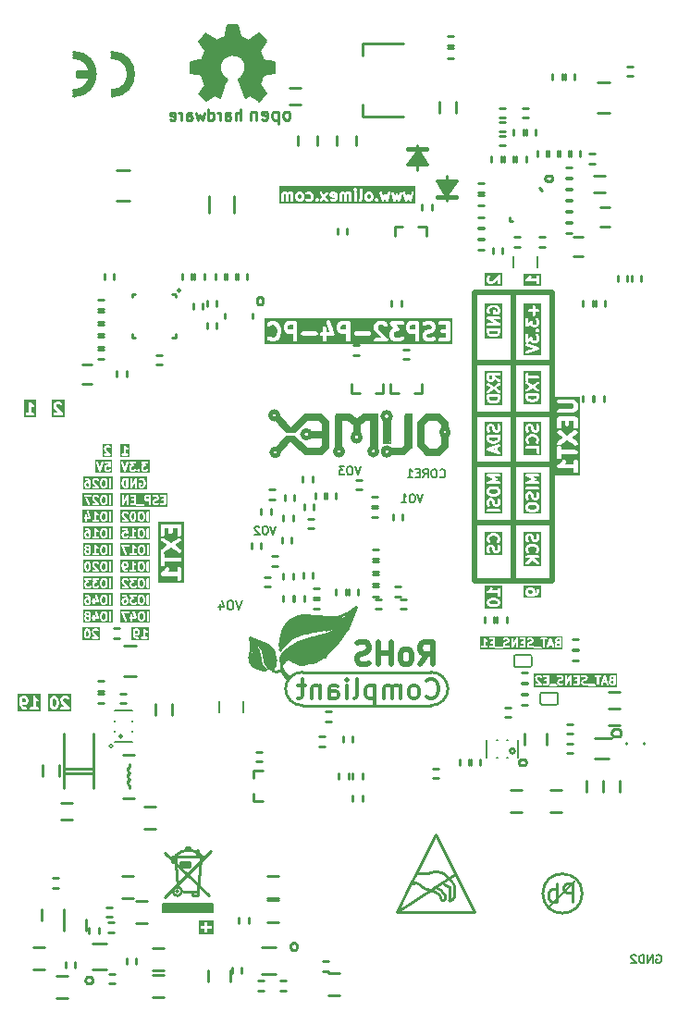
<source format=gbr>
%TF.GenerationSoftware,KiCad,Pcbnew,7.0.9-7.0.9~ubuntu22.04.1*%
%TF.CreationDate,2026-01-29T14:23:22+02:00*%
%TF.ProjectId,ESP32-P4-PC_Rev_B,45535033-322d-4503-942d-50435f526576,B*%
%TF.SameCoordinates,PX80befc0PY7459280*%
%TF.FileFunction,Legend,Bot*%
%TF.FilePolarity,Positive*%
%FSLAX46Y46*%
G04 Gerber Fmt 4.6, Leading zero omitted, Abs format (unit mm)*
G04 Created by KiCad (PCBNEW 7.0.9-7.0.9~ubuntu22.04.1) date 2026-01-29 14:23:22*
%MOMM*%
%LPD*%
G01*
G04 APERTURE LIST*
%ADD10C,0.190500*%
%ADD11C,0.254000*%
%ADD12C,0.381000*%
%ADD13C,0.508000*%
%ADD14C,0.203200*%
%ADD15C,0.350000*%
%ADD16C,0.500000*%
%ADD17C,0.228600*%
%ADD18C,0.300000*%
%ADD19C,0.150000*%
%ADD20C,0.127000*%
%ADD21C,0.200000*%
%ADD22C,0.370000*%
%ADD23C,1.000000*%
%ADD24C,0.420000*%
%ADD25C,0.400000*%
%ADD26C,0.380000*%
%ADD27C,0.700000*%
%ADD28C,0.100000*%
G04 APERTURE END LIST*
D10*
G36*
X7043734Y34358595D02*
G01*
X7058160Y34344168D01*
X7082859Y34294772D01*
X7113765Y34171149D01*
X7113765Y34013173D01*
X7082858Y33889549D01*
X7058161Y33840155D01*
X7043735Y33825729D01*
X7005101Y33806411D01*
X6977500Y33806411D01*
X6938865Y33825728D01*
X6924439Y33840155D01*
X6899742Y33889549D01*
X6868836Y34013173D01*
X6868836Y34171149D01*
X6899741Y34294772D01*
X6924440Y34344168D01*
X6938866Y34358595D01*
X6977500Y34377911D01*
X7005101Y34377911D01*
X7043734Y34358595D01*
G37*
G36*
X8173949Y33507054D02*
G01*
X6569479Y33507054D01*
X6569479Y34001446D01*
X6678336Y34001446D01*
X6681999Y33990171D01*
X6681180Y33978344D01*
X6717466Y33833202D01*
X6723097Y33824204D01*
X6724678Y33813707D01*
X6760964Y33741135D01*
X6771796Y33730137D01*
X6778805Y33716381D01*
X6815090Y33680095D01*
X6828846Y33673086D01*
X6839847Y33662251D01*
X6912419Y33625966D01*
X6934133Y33622696D01*
X6955015Y33615911D01*
X7027586Y33615911D01*
X7048467Y33622696D01*
X7070182Y33625966D01*
X7142755Y33662252D01*
X7153754Y33673086D01*
X7167511Y33680095D01*
X7203796Y33716381D01*
X7210804Y33730137D01*
X7221637Y33741135D01*
X7257923Y33813707D01*
X7259503Y33824204D01*
X7265135Y33833202D01*
X7301421Y33978344D01*
X7300601Y33990171D01*
X7304265Y34001446D01*
X7304265Y34182875D01*
X7300601Y34194151D01*
X7301421Y34205977D01*
X7289054Y34255446D01*
X7404050Y34255446D01*
X7408820Y34240763D01*
X7408938Y34225325D01*
X7445224Y34116468D01*
X7458264Y34098803D01*
X7468234Y34079237D01*
X7741060Y33806411D01*
X7499300Y33806411D01*
X7443313Y33788220D01*
X7408712Y33740595D01*
X7408712Y33681727D01*
X7443313Y33634102D01*
X7499300Y33615911D01*
X7971014Y33615911D01*
X7992227Y33622804D01*
X8014256Y33626293D01*
X8019689Y33631727D01*
X8027001Y33634102D01*
X8040114Y33652152D01*
X8055882Y33667919D01*
X8057084Y33675509D01*
X8061602Y33681727D01*
X8061602Y33704029D01*
X8065092Y33726061D01*
X8061602Y33732911D01*
X8061602Y33740595D01*
X8048492Y33758640D01*
X8038366Y33778513D01*
X7618837Y34198042D01*
X7594550Y34270904D01*
X7594550Y34305532D01*
X7613867Y34344167D01*
X7628294Y34358594D01*
X7666929Y34377911D01*
X7803386Y34377911D01*
X7842020Y34358594D01*
X7867377Y34333237D01*
X7919829Y34306511D01*
X7977971Y34315721D01*
X8019597Y34357347D01*
X8028807Y34415489D01*
X8002081Y34467941D01*
X7965795Y34504227D01*
X7952039Y34511236D01*
X7941041Y34522069D01*
X7868470Y34558355D01*
X7846755Y34561626D01*
X7825872Y34568411D01*
X7644443Y34568411D01*
X7623559Y34561626D01*
X7601845Y34558355D01*
X7529274Y34522069D01*
X7518275Y34511236D01*
X7504520Y34504227D01*
X7468234Y34467941D01*
X7461225Y34454186D01*
X7450392Y34443187D01*
X7414106Y34370616D01*
X7410835Y34348902D01*
X7404050Y34328018D01*
X7404050Y34255446D01*
X7289054Y34255446D01*
X7265135Y34351120D01*
X7259504Y34360119D01*
X7257923Y34370616D01*
X7221637Y34443187D01*
X7210804Y34454186D01*
X7203796Y34467940D01*
X7167511Y34504226D01*
X7153754Y34511236D01*
X7142755Y34522069D01*
X7070183Y34558355D01*
X7048469Y34561626D01*
X7027586Y34568411D01*
X6955015Y34568411D01*
X6934131Y34561626D01*
X6912418Y34558355D01*
X6839846Y34522069D01*
X6828846Y34511236D01*
X6815090Y34504226D01*
X6778805Y34467940D01*
X6771796Y34454186D01*
X6760964Y34443187D01*
X6724678Y34370616D01*
X6723096Y34360119D01*
X6717466Y34351120D01*
X6681180Y34205977D01*
X6681999Y34194151D01*
X6678336Y34182875D01*
X6678336Y34001446D01*
X6569479Y34001446D01*
X6569479Y34677268D01*
X8173949Y34677268D01*
X8173949Y33507054D01*
G37*
G36*
X11575820Y34358594D02*
G01*
X11590247Y34344167D01*
X11609565Y34305532D01*
X11609565Y34169076D01*
X11590247Y34130441D01*
X11575820Y34116014D01*
X11537186Y34096696D01*
X11437015Y34096696D01*
X11398380Y34116014D01*
X11383953Y34130441D01*
X11364636Y34169076D01*
X11364636Y34305532D01*
X11383953Y34344167D01*
X11398380Y34358594D01*
X11437015Y34377911D01*
X11537186Y34377911D01*
X11575820Y34358594D01*
G37*
G36*
X12633574Y33507054D02*
G01*
X11065279Y33507054D01*
X11065279Y34037732D01*
X11174136Y34037732D01*
X11177799Y34026457D01*
X11176980Y34014630D01*
X11213266Y33869487D01*
X11221977Y33855566D01*
X11226419Y33839754D01*
X11298990Y33730897D01*
X11306528Y33724941D01*
X11310891Y33716380D01*
X11347177Y33680094D01*
X11360933Y33673085D01*
X11371932Y33662252D01*
X11444504Y33625966D01*
X11466218Y33622696D01*
X11487100Y33615911D01*
X11632243Y33615911D01*
X11688230Y33634102D01*
X11722831Y33681727D01*
X11904512Y33681727D01*
X11939113Y33634102D01*
X11995100Y33615911D01*
X12430529Y33615911D01*
X12486516Y33634102D01*
X12521117Y33681727D01*
X12521117Y33740595D01*
X12486516Y33788220D01*
X12430529Y33806411D01*
X12308064Y33806411D01*
X12308064Y34213724D01*
X12315360Y34206538D01*
X12387932Y34170252D01*
X12446143Y34161484D01*
X12498390Y34188607D01*
X12524717Y34241260D01*
X12515067Y34299332D01*
X12473126Y34340640D01*
X12414380Y34370013D01*
X12359408Y34424985D01*
X12292067Y34525997D01*
X12290492Y34527241D01*
X12289873Y34529148D01*
X12267546Y34545369D01*
X12245875Y34562490D01*
X12243869Y34562571D01*
X12242248Y34563749D01*
X12214655Y34563749D01*
X12187055Y34564862D01*
X12185386Y34563749D01*
X12183380Y34563749D01*
X12161036Y34547517D01*
X12138074Y34532207D01*
X12137378Y34530328D01*
X12135755Y34529148D01*
X12127223Y34502892D01*
X12117641Y34477000D01*
X12118183Y34475069D01*
X12117564Y34473161D01*
X12117564Y33806411D01*
X11995100Y33806411D01*
X11939113Y33788220D01*
X11904512Y33740595D01*
X11904512Y33681727D01*
X11722831Y33681727D01*
X11722831Y33740595D01*
X11688230Y33788220D01*
X11632243Y33806411D01*
X11509585Y33806411D01*
X11470951Y33825728D01*
X11452264Y33844415D01*
X11410122Y33907628D01*
X11414529Y33906196D01*
X11559672Y33906196D01*
X11580555Y33912982D01*
X11602270Y33916252D01*
X11674841Y33952538D01*
X11685839Y33963372D01*
X11699595Y33970380D01*
X11735881Y34006666D01*
X11742889Y34020422D01*
X11753723Y34031420D01*
X11790009Y34103991D01*
X11793279Y34125706D01*
X11800065Y34146589D01*
X11800065Y34328018D01*
X11793279Y34348902D01*
X11790009Y34370616D01*
X11753723Y34443187D01*
X11742889Y34454186D01*
X11735881Y34467941D01*
X11699595Y34504227D01*
X11685839Y34511236D01*
X11674841Y34522069D01*
X11602270Y34558355D01*
X11580555Y34561626D01*
X11559672Y34568411D01*
X11414529Y34568411D01*
X11393645Y34561626D01*
X11371931Y34558355D01*
X11299360Y34522069D01*
X11288361Y34511236D01*
X11274606Y34504227D01*
X11238320Y34467941D01*
X11231311Y34454186D01*
X11220478Y34443187D01*
X11184192Y34370616D01*
X11180921Y34348902D01*
X11174136Y34328018D01*
X11174136Y34037732D01*
X11065279Y34037732D01*
X11065279Y34677268D01*
X12633574Y34677268D01*
X12633574Y33507054D01*
G37*
D11*
G36*
X48123452Y55746981D02*
G01*
X48091069Y55649833D01*
X48030078Y55588842D01*
X47964222Y55555913D01*
X47799390Y55514705D01*
X47685515Y55514705D01*
X47520683Y55555913D01*
X47454825Y55588842D01*
X47393835Y55649833D01*
X47361452Y55746982D01*
X47361452Y55841277D01*
X48123452Y55841277D01*
X48123452Y55746981D01*
G37*
G36*
X48522595Y55115562D02*
G01*
X46962309Y55115562D01*
X46962309Y55726372D01*
X47107452Y55726372D01*
X47108122Y55724089D01*
X47107535Y55721782D01*
X47113969Y55686211D01*
X47162350Y55541068D01*
X47168920Y55531614D01*
X47171368Y55520364D01*
X47193030Y55491426D01*
X47289792Y55394665D01*
X47291881Y55393525D01*
X47293097Y55391477D01*
X47322799Y55370875D01*
X47419561Y55322494D01*
X47423941Y55321706D01*
X47445555Y55312878D01*
X47639079Y55264497D01*
X47642529Y55264638D01*
X47669881Y55260705D01*
X47815024Y55260705D01*
X47818336Y55261678D01*
X47845826Y55264497D01*
X48039350Y55312878D01*
X48043189Y55315131D01*
X48065344Y55322494D01*
X48162106Y55370875D01*
X48163848Y55372496D01*
X48166175Y55373002D01*
X48195113Y55394664D01*
X48291874Y55491426D01*
X48297391Y55501531D01*
X48306361Y55508752D01*
X48322555Y55541069D01*
X48370935Y55686212D01*
X48371020Y55688590D01*
X48372308Y55690592D01*
X48377452Y55726372D01*
X48377452Y55968277D01*
X48374839Y55977175D01*
X48376159Y55986351D01*
X48364916Y56010970D01*
X48357291Y56036938D01*
X48350283Y56043010D01*
X48346432Y56051444D01*
X48323663Y56066077D01*
X48303210Y56083800D01*
X48294033Y56085120D01*
X48286232Y56090133D01*
X48250452Y56095277D01*
X47234452Y56095277D01*
X47225554Y56092665D01*
X47216378Y56093984D01*
X47191759Y56082742D01*
X47165791Y56075116D01*
X47159719Y56068109D01*
X47151285Y56064257D01*
X47136652Y56041489D01*
X47118929Y56021035D01*
X47117609Y56011859D01*
X47112596Y56004057D01*
X47107452Y55968277D01*
X47107452Y55726372D01*
X46962309Y55726372D01*
X46962309Y57274562D01*
X47107452Y57274562D01*
X47127613Y57205901D01*
X47181694Y57159039D01*
X47216327Y57154060D01*
X47167596Y57140636D01*
X47119832Y57087349D01*
X47108459Y57016699D01*
X47137088Y56951115D01*
X47164005Y56926988D01*
X47513500Y56693991D01*
X47164005Y56460994D01*
X47118059Y56406133D01*
X47109066Y56335141D01*
X47139883Y56270556D01*
X47200725Y56232885D01*
X47272275Y56234087D01*
X47304899Y56249654D01*
X47742452Y56541357D01*
X48180005Y56249654D01*
X48248317Y56228343D01*
X48317308Y56247346D01*
X48365072Y56300633D01*
X48376445Y56371283D01*
X48347816Y56436867D01*
X48320899Y56460995D01*
X47971404Y56693991D01*
X48320899Y56926987D01*
X48366845Y56981849D01*
X48375837Y57052841D01*
X48345021Y57117426D01*
X48284179Y57155097D01*
X48212629Y57153895D01*
X48180005Y57138328D01*
X47742452Y56846626D01*
X47304899Y57138328D01*
X47260087Y57152309D01*
X47317619Y57178582D01*
X47356308Y57238782D01*
X47361452Y57274562D01*
X47361452Y57437848D01*
X48250452Y57437848D01*
X48319113Y57458009D01*
X48365975Y57512090D01*
X48376159Y57582922D01*
X48346432Y57648015D01*
X48286232Y57686704D01*
X48250452Y57691848D01*
X47361452Y57691848D01*
X47361452Y57855134D01*
X47341291Y57923795D01*
X47287210Y57970657D01*
X47216378Y57980841D01*
X47151285Y57951114D01*
X47112596Y57890914D01*
X47107452Y57855134D01*
X47107452Y57274562D01*
X46962309Y57274562D01*
X46962309Y58125984D01*
X48522595Y58125984D01*
X48522595Y55115562D01*
G37*
G36*
X48522595Y40268981D02*
G01*
X46962309Y40268981D01*
X46962309Y41103298D01*
X47108745Y41103298D01*
X47138472Y41038205D01*
X47198672Y40999516D01*
X47234452Y40994372D01*
X47508419Y40994372D01*
X47144649Y40630603D01*
X47110355Y40567796D01*
X47115459Y40496418D01*
X47158344Y40439131D01*
X47225392Y40414124D01*
X47295317Y40429335D01*
X47324255Y40450997D01*
X47681798Y40808541D01*
X48174252Y40439200D01*
X48241277Y40414132D01*
X48311215Y40429280D01*
X48361862Y40479835D01*
X48377136Y40549746D01*
X48352190Y40616817D01*
X48326652Y40642400D01*
X47863226Y40989970D01*
X47867629Y40994372D01*
X48250452Y40994372D01*
X48319113Y41014533D01*
X48365975Y41068614D01*
X48376159Y41139446D01*
X48346432Y41204539D01*
X48286232Y41243228D01*
X48250452Y41248372D01*
X47234452Y41248372D01*
X47165791Y41228211D01*
X47118929Y41174130D01*
X47108745Y41103298D01*
X46962309Y41103298D01*
X46962309Y41750324D01*
X47107452Y41750324D01*
X47108122Y41748041D01*
X47107535Y41745734D01*
X47113969Y41710163D01*
X47162350Y41565020D01*
X47168920Y41555566D01*
X47171368Y41544316D01*
X47193030Y41515378D01*
X47241411Y41466997D01*
X47304218Y41432703D01*
X47375596Y41437807D01*
X47432882Y41480692D01*
X47457890Y41547740D01*
X47442679Y41617665D01*
X47421017Y41646603D01*
X47393835Y41673785D01*
X47361452Y41770934D01*
X47361452Y41826476D01*
X47393835Y41923626D01*
X47454825Y41984617D01*
X47520683Y42017545D01*
X47685515Y42058753D01*
X47799390Y42058753D01*
X47964222Y42017545D01*
X48030078Y41984617D01*
X48091069Y41923626D01*
X48123452Y41826478D01*
X48123452Y41770933D01*
X48091070Y41673786D01*
X48063888Y41646603D01*
X48029594Y41583796D01*
X48034698Y41512418D01*
X48077583Y41455131D01*
X48144631Y41430124D01*
X48214556Y41445335D01*
X48243494Y41466997D01*
X48291875Y41515378D01*
X48297393Y41525484D01*
X48306361Y41532704D01*
X48322555Y41565021D01*
X48370935Y41710164D01*
X48371020Y41712542D01*
X48372308Y41714544D01*
X48377452Y41750324D01*
X48377452Y41847086D01*
X48376781Y41849370D01*
X48377369Y41851675D01*
X48370935Y41887246D01*
X48322555Y42032389D01*
X48315984Y42041844D01*
X48313537Y42053094D01*
X48291874Y42082032D01*
X48195113Y42178794D01*
X48193023Y42179936D01*
X48191808Y42181981D01*
X48162106Y42202583D01*
X48065344Y42250964D01*
X48060963Y42251753D01*
X48039350Y42260580D01*
X47845826Y42308961D01*
X47842375Y42308821D01*
X47815024Y42312753D01*
X47669881Y42312753D01*
X47666568Y42311781D01*
X47639079Y42308961D01*
X47445555Y42260580D01*
X47441715Y42258328D01*
X47419561Y42250964D01*
X47322799Y42202583D01*
X47321056Y42200963D01*
X47318730Y42200456D01*
X47289792Y42178793D01*
X47193030Y42082032D01*
X47187512Y42071927D01*
X47178545Y42064707D01*
X47162350Y42032390D01*
X47113969Y41887247D01*
X47113882Y41884869D01*
X47112596Y41882866D01*
X47107452Y41847086D01*
X47107452Y41750324D01*
X46962309Y41750324D01*
X46962309Y42717943D01*
X47107452Y42717943D01*
X47108122Y42715660D01*
X47107535Y42713353D01*
X47113969Y42677782D01*
X47162350Y42532639D01*
X47203189Y42473877D01*
X47269314Y42446522D01*
X47339731Y42459260D01*
X47392084Y42508045D01*
X47409750Y42577391D01*
X47403316Y42612961D01*
X47361452Y42738553D01*
X47361452Y42929868D01*
X47387207Y42981378D01*
X47406446Y43000617D01*
X47457956Y43026372D01*
X47494758Y43026372D01*
X47546268Y43000617D01*
X47565507Y42981378D01*
X47598435Y42915522D01*
X47643435Y42735522D01*
X47645687Y42731683D01*
X47653051Y42709528D01*
X47701432Y42612766D01*
X47703052Y42611024D01*
X47703559Y42608697D01*
X47725221Y42579759D01*
X47773602Y42531378D01*
X47775691Y42530237D01*
X47776907Y42528191D01*
X47806609Y42507589D01*
X47903371Y42459208D01*
X47914700Y42457170D01*
X47924387Y42450944D01*
X47960167Y42445800D01*
X48056929Y42445800D01*
X48067974Y42449044D01*
X48079422Y42447807D01*
X48113725Y42459208D01*
X48210487Y42507589D01*
X48212229Y42509210D01*
X48214556Y42509716D01*
X48243494Y42531378D01*
X48291875Y42579759D01*
X48293016Y42581850D01*
X48295063Y42583065D01*
X48315665Y42612767D01*
X48364045Y42709529D01*
X48366083Y42720860D01*
X48372308Y42730544D01*
X48377452Y42766324D01*
X48377452Y43008229D01*
X48376781Y43010513D01*
X48377369Y43012818D01*
X48370935Y43048389D01*
X48322555Y43193532D01*
X48281716Y43252295D01*
X48215592Y43279650D01*
X48145174Y43266913D01*
X48092822Y43218128D01*
X48075155Y43148782D01*
X48081589Y43113212D01*
X48123452Y42987621D01*
X48123452Y42796305D01*
X48097696Y42744793D01*
X48078459Y42725555D01*
X48026949Y42699800D01*
X47990147Y42699800D01*
X47938637Y42725555D01*
X47919398Y42744794D01*
X47886470Y42810650D01*
X47841470Y42990650D01*
X47839217Y42994490D01*
X47831854Y43016644D01*
X47783473Y43113406D01*
X47781852Y43115149D01*
X47781346Y43117475D01*
X47759684Y43146413D01*
X47711303Y43194794D01*
X47709213Y43195936D01*
X47707998Y43197981D01*
X47678296Y43218583D01*
X47581534Y43266964D01*
X47570204Y43269003D01*
X47560518Y43275228D01*
X47524738Y43280372D01*
X47427976Y43280372D01*
X47416930Y43277129D01*
X47405483Y43278365D01*
X47371180Y43266964D01*
X47274418Y43218583D01*
X47272675Y43216963D01*
X47270349Y43216456D01*
X47241411Y43194794D01*
X47193030Y43146413D01*
X47191888Y43144324D01*
X47189843Y43143108D01*
X47169241Y43113406D01*
X47120860Y43016644D01*
X47118821Y43005315D01*
X47112596Y42995628D01*
X47107452Y42959848D01*
X47107452Y42717943D01*
X46962309Y42717943D01*
X46962309Y43425515D01*
X48522595Y43425515D01*
X48522595Y40268981D01*
G37*
G36*
X44966595Y41284657D02*
G01*
X43406309Y41284657D01*
X43406309Y41701943D01*
X43551452Y41701943D01*
X43552122Y41699660D01*
X43551535Y41697353D01*
X43557969Y41661782D01*
X43606350Y41516639D01*
X43647189Y41457877D01*
X43713314Y41430522D01*
X43783731Y41443260D01*
X43836084Y41492045D01*
X43853750Y41561391D01*
X43847316Y41596961D01*
X43805452Y41722553D01*
X43805452Y41913868D01*
X43831207Y41965378D01*
X43850446Y41984617D01*
X43901956Y42010372D01*
X43938758Y42010372D01*
X43990268Y41984617D01*
X44009507Y41965378D01*
X44042435Y41899522D01*
X44087435Y41719522D01*
X44089687Y41715683D01*
X44097051Y41693528D01*
X44145432Y41596766D01*
X44147052Y41595024D01*
X44147559Y41592697D01*
X44169221Y41563759D01*
X44217602Y41515378D01*
X44219691Y41514237D01*
X44220907Y41512191D01*
X44250609Y41491589D01*
X44347371Y41443208D01*
X44358700Y41441170D01*
X44368387Y41434944D01*
X44404167Y41429800D01*
X44500929Y41429800D01*
X44511974Y41433044D01*
X44523422Y41431807D01*
X44557725Y41443208D01*
X44654487Y41491589D01*
X44656229Y41493210D01*
X44658556Y41493716D01*
X44687494Y41515378D01*
X44735875Y41563759D01*
X44737016Y41565850D01*
X44739063Y41567065D01*
X44759665Y41596767D01*
X44808045Y41693529D01*
X44810083Y41704860D01*
X44816308Y41714544D01*
X44821452Y41750324D01*
X44821452Y41992229D01*
X44820781Y41994513D01*
X44821369Y41996818D01*
X44814935Y42032389D01*
X44766555Y42177532D01*
X44725716Y42236295D01*
X44659592Y42263650D01*
X44589174Y42250913D01*
X44536822Y42202128D01*
X44519155Y42132782D01*
X44525589Y42097212D01*
X44567452Y41971621D01*
X44567452Y41780305D01*
X44541696Y41728793D01*
X44522459Y41709555D01*
X44470949Y41683800D01*
X44434147Y41683800D01*
X44382637Y41709555D01*
X44363398Y41728794D01*
X44330470Y41794650D01*
X44285470Y41974650D01*
X44283217Y41978490D01*
X44275854Y42000644D01*
X44227473Y42097406D01*
X44225852Y42099149D01*
X44225346Y42101475D01*
X44203684Y42130413D01*
X44155303Y42178794D01*
X44153213Y42179936D01*
X44151998Y42181981D01*
X44122296Y42202583D01*
X44025534Y42250964D01*
X44014204Y42253003D01*
X44004518Y42259228D01*
X43968738Y42264372D01*
X43871976Y42264372D01*
X43860930Y42261129D01*
X43849483Y42262365D01*
X43815180Y42250964D01*
X43718418Y42202583D01*
X43716675Y42200963D01*
X43714349Y42200456D01*
X43685411Y42178794D01*
X43637030Y42130413D01*
X43635888Y42128324D01*
X43633843Y42127108D01*
X43613241Y42097406D01*
X43564860Y42000644D01*
X43562821Y41989315D01*
X43556596Y41979628D01*
X43551452Y41943848D01*
X43551452Y41701943D01*
X43406309Y41701943D01*
X43406309Y42717943D01*
X43551452Y42717943D01*
X43552122Y42715660D01*
X43551535Y42713353D01*
X43557969Y42677782D01*
X43606350Y42532639D01*
X43612920Y42523185D01*
X43615368Y42511935D01*
X43637030Y42482997D01*
X43685411Y42434616D01*
X43748218Y42400322D01*
X43819596Y42405426D01*
X43876882Y42448311D01*
X43901890Y42515359D01*
X43886679Y42585284D01*
X43865017Y42614222D01*
X43837835Y42641404D01*
X43805452Y42738553D01*
X43805452Y42794095D01*
X43837835Y42891245D01*
X43898825Y42952236D01*
X43964683Y42985164D01*
X44129515Y43026372D01*
X44243390Y43026372D01*
X44408222Y42985164D01*
X44474078Y42952236D01*
X44535069Y42891245D01*
X44567452Y42794097D01*
X44567452Y42738552D01*
X44535070Y42641405D01*
X44507888Y42614222D01*
X44473594Y42551415D01*
X44478698Y42480037D01*
X44521583Y42422750D01*
X44588631Y42397743D01*
X44658556Y42412954D01*
X44687494Y42434616D01*
X44735875Y42482997D01*
X44741393Y42493103D01*
X44750361Y42500323D01*
X44766555Y42532640D01*
X44814935Y42677783D01*
X44815020Y42680161D01*
X44816308Y42682163D01*
X44821452Y42717943D01*
X44821452Y42814705D01*
X44820781Y42816989D01*
X44821369Y42819294D01*
X44814935Y42854865D01*
X44766555Y43000008D01*
X44759984Y43009463D01*
X44757537Y43020713D01*
X44735874Y43049651D01*
X44639113Y43146413D01*
X44637023Y43147555D01*
X44635808Y43149600D01*
X44606106Y43170202D01*
X44509344Y43218583D01*
X44504963Y43219372D01*
X44483350Y43228199D01*
X44289826Y43276580D01*
X44286375Y43276440D01*
X44259024Y43280372D01*
X44113881Y43280372D01*
X44110568Y43279400D01*
X44083079Y43276580D01*
X43889555Y43228199D01*
X43885715Y43225947D01*
X43863561Y43218583D01*
X43766799Y43170202D01*
X43765056Y43168582D01*
X43762730Y43168075D01*
X43733792Y43146412D01*
X43637030Y43049651D01*
X43631512Y43039546D01*
X43622545Y43032326D01*
X43606350Y43000009D01*
X43557969Y42854866D01*
X43557882Y42852488D01*
X43556596Y42850485D01*
X43551452Y42814705D01*
X43551452Y42717943D01*
X43406309Y42717943D01*
X43406309Y43425515D01*
X44966595Y43425515D01*
X44966595Y41284657D01*
G37*
G36*
X48522595Y65923950D02*
G01*
X46963602Y65923950D01*
X46963602Y66467012D01*
X47108745Y66467012D01*
X47109205Y66466004D01*
X47109066Y66464903D01*
X47124035Y66433532D01*
X47138472Y66401919D01*
X47139405Y66401320D01*
X47139883Y66400318D01*
X47169406Y66382039D01*
X47198672Y66363230D01*
X47200119Y66363022D01*
X47200725Y66362647D01*
X47202517Y66362678D01*
X47234452Y66358086D01*
X48123452Y66358086D01*
X48123452Y66194800D01*
X48143613Y66126139D01*
X48197694Y66079277D01*
X48268526Y66069093D01*
X48333619Y66098820D01*
X48372308Y66159020D01*
X48377452Y66194800D01*
X48377452Y66775372D01*
X48357291Y66844033D01*
X48303210Y66890895D01*
X48232378Y66901079D01*
X48167285Y66871352D01*
X48128596Y66811152D01*
X48123452Y66775372D01*
X48123452Y66612086D01*
X47583201Y66612086D01*
X47589949Y66621814D01*
X47638330Y66718576D01*
X47651004Y66789004D01*
X47623590Y66855105D01*
X47564790Y66895891D01*
X47493275Y66898412D01*
X47431748Y66861870D01*
X47411146Y66832168D01*
X47371982Y66753841D01*
X47298681Y66680541D01*
X47164005Y66590756D01*
X47141692Y66564115D01*
X47118929Y66537844D01*
X47118771Y66536746D01*
X47118059Y66535895D01*
X47113690Y66501407D01*
X47108745Y66467012D01*
X46963602Y66467012D01*
X46963602Y67046222D01*
X48522595Y67046222D01*
X48522595Y65923950D01*
G37*
D12*
G36*
X52120493Y48556763D02*
G01*
X49780065Y48556763D01*
X49780065Y49411839D01*
X49998470Y49411839D01*
X50002555Y49382684D01*
X50002555Y49353239D01*
X50008373Y49341157D01*
X50010234Y49327878D01*
X50026565Y49303381D01*
X50039340Y49276854D01*
X50049823Y49268495D01*
X50057261Y49257337D01*
X50082603Y49242353D01*
X50105624Y49223994D01*
X50118698Y49221010D01*
X50130239Y49214186D01*
X50159574Y49211681D01*
X50188279Y49205129D01*
X51521779Y49205129D01*
X51521779Y48960201D01*
X51540644Y48877546D01*
X51593504Y48811262D01*
X51669889Y48774477D01*
X51754669Y48774477D01*
X51831054Y48811262D01*
X51883914Y48877546D01*
X51902779Y48960201D01*
X51902779Y49831058D01*
X51883914Y49913713D01*
X51831054Y49979997D01*
X51754669Y50016782D01*
X51669889Y50016782D01*
X51593504Y49979997D01*
X51540644Y49913713D01*
X51521779Y49831058D01*
X51521779Y49586129D01*
X50709529Y49586129D01*
X50721524Y49600720D01*
X50794096Y49745863D01*
X50814187Y49828229D01*
X50796551Y49911155D01*
X50744681Y49978217D01*
X50668852Y50016132D01*
X50584080Y50017391D01*
X50507158Y49981745D01*
X50453320Y49916253D01*
X50394573Y49798761D01*
X50284626Y49688814D01*
X50082608Y49554134D01*
X50062360Y49532762D01*
X50039340Y49514404D01*
X50033522Y49502324D01*
X50024300Y49492589D01*
X50015329Y49464547D01*
X50002555Y49438019D01*
X50002555Y49424610D01*
X49998470Y49411839D01*
X49780065Y49411839D01*
X49780065Y50266486D01*
X49997779Y50266486D01*
X50016644Y50183831D01*
X50069504Y50117547D01*
X50145889Y50080762D01*
X50230669Y50080762D01*
X50307054Y50117547D01*
X50359914Y50183831D01*
X50378779Y50266486D01*
X50378779Y50511415D01*
X51712279Y50511415D01*
X51794934Y50530280D01*
X51861218Y50583140D01*
X51898003Y50659525D01*
X51898003Y50744305D01*
X51861218Y50820690D01*
X51794934Y50873550D01*
X51712279Y50892415D01*
X50378779Y50892415D01*
X50378779Y51137344D01*
X50359914Y51219999D01*
X50307054Y51286283D01*
X50236994Y51320022D01*
X50293949Y51341695D01*
X50950279Y51779249D01*
X51606609Y51341695D01*
X51685846Y51311543D01*
X51770319Y51318758D01*
X51843297Y51361909D01*
X51890324Y51432450D01*
X51902088Y51516411D01*
X51876258Y51597161D01*
X51817949Y51658707D01*
X51293708Y52008201D01*
X51817949Y52357695D01*
X51876258Y52419241D01*
X51902088Y52499991D01*
X51890324Y52583952D01*
X51843297Y52654493D01*
X51770319Y52697644D01*
X51685846Y52704859D01*
X51606609Y52674707D01*
X50950279Y52237154D01*
X50293949Y52674707D01*
X50214712Y52704859D01*
X50130239Y52697644D01*
X50057261Y52654493D01*
X50010234Y52583952D01*
X49998470Y52499991D01*
X50024300Y52419241D01*
X50082609Y52357695D01*
X50606850Y52008201D01*
X50082609Y51658707D01*
X50024300Y51597161D01*
X49998470Y51516411D01*
X50010234Y51432450D01*
X50057261Y51361909D01*
X50130239Y51318758D01*
X50135929Y51318272D01*
X50069504Y51286283D01*
X50016644Y51219999D01*
X49997779Y51137344D01*
X49997779Y50266486D01*
X49780065Y50266486D01*
X49780065Y53024201D01*
X49997779Y53024201D01*
X50016644Y52941546D01*
X50069504Y52875262D01*
X50145889Y52838477D01*
X50230669Y52838477D01*
X50307054Y52875262D01*
X50359914Y52941546D01*
X50378779Y53024201D01*
X50378779Y53559415D01*
X50723493Y53559415D01*
X50723493Y53241915D01*
X50742358Y53159260D01*
X50795218Y53092976D01*
X50871603Y53056191D01*
X50956383Y53056191D01*
X51032768Y53092976D01*
X51085628Y53159260D01*
X51104493Y53241915D01*
X51104493Y53559415D01*
X51521779Y53559415D01*
X51521779Y53024201D01*
X51540644Y52941546D01*
X51593504Y52875262D01*
X51669889Y52838477D01*
X51754669Y52838477D01*
X51831054Y52875262D01*
X51883914Y52941546D01*
X51902779Y53024201D01*
X51902779Y53749915D01*
X51898003Y53770841D01*
X51898003Y53792305D01*
X51888690Y53811643D01*
X51883914Y53832570D01*
X51870530Y53849353D01*
X51861218Y53868690D01*
X51844436Y53882073D01*
X51831054Y53898854D01*
X51811716Y53908167D01*
X51794934Y53921550D01*
X51774006Y53926327D01*
X51754669Y53935639D01*
X51733205Y53935639D01*
X51712279Y53940415D01*
X50188279Y53940415D01*
X50167353Y53935639D01*
X50145889Y53935639D01*
X50126551Y53926327D01*
X50105624Y53921550D01*
X50088841Y53908167D01*
X50069504Y53898854D01*
X50056121Y53882073D01*
X50039340Y53868690D01*
X50030027Y53849353D01*
X50016644Y53832570D01*
X50011867Y53811643D01*
X50002555Y53792305D01*
X50002555Y53770841D01*
X49997779Y53749915D01*
X49997779Y53024201D01*
X49780065Y53024201D01*
X49780065Y54433239D01*
X50002555Y54433239D01*
X50039340Y54356854D01*
X50105624Y54303994D01*
X50188279Y54285129D01*
X51421993Y54285129D01*
X51423405Y54285452D01*
X51424822Y54285150D01*
X51464647Y54294865D01*
X51504648Y54303994D01*
X51505781Y54304898D01*
X51507188Y54305241D01*
X51652331Y54377813D01*
X51675948Y54397229D01*
X51701839Y54413496D01*
X51774411Y54486068D01*
X51790676Y54511955D01*
X51810097Y54535578D01*
X51882668Y54680722D01*
X51883010Y54682128D01*
X51883914Y54683260D01*
X51893034Y54723220D01*
X51902759Y54763087D01*
X51902457Y54764506D01*
X51902779Y54765915D01*
X51902779Y55056201D01*
X51902457Y55057611D01*
X51902759Y55059029D01*
X51893032Y55098904D01*
X51883914Y55138856D01*
X51883011Y55139989D01*
X51882668Y55141395D01*
X51810096Y55286537D01*
X51790681Y55310155D01*
X51774412Y55336047D01*
X51701840Y55408619D01*
X51675948Y55424888D01*
X51652330Y55444303D01*
X51507187Y55516875D01*
X51505780Y55517219D01*
X51504648Y55518121D01*
X51464662Y55527248D01*
X51424821Y55536965D01*
X51423404Y55536664D01*
X51421993Y55536986D01*
X50188279Y55536986D01*
X50105624Y55518121D01*
X50039340Y55465261D01*
X50002555Y55388876D01*
X50002555Y55304096D01*
X50039340Y55227711D01*
X50105624Y55174851D01*
X50188279Y55155986D01*
X51377022Y55155986D01*
X51454291Y55117352D01*
X51483146Y55088497D01*
X51521779Y55011231D01*
X51521779Y54810886D01*
X51483144Y54733617D01*
X51454291Y54704765D01*
X51377022Y54666129D01*
X50188279Y54666129D01*
X50105624Y54647264D01*
X50039340Y54594404D01*
X50002555Y54518019D01*
X50002555Y54433239D01*
X49780065Y54433239D01*
X49780065Y55754700D01*
X52120493Y55754700D01*
X52120493Y48556763D01*
G37*
D11*
G36*
X44484380Y47290172D02*
G01*
X44541695Y47232858D01*
X44567452Y47181344D01*
X44567452Y47047781D01*
X44541695Y46996267D01*
X44484380Y46938953D01*
X44340152Y46902895D01*
X44032753Y46902895D01*
X43888524Y46938953D01*
X43831207Y46996270D01*
X43805452Y47047780D01*
X43805452Y47181344D01*
X43831207Y47232855D01*
X43888524Y47290172D01*
X44032753Y47326229D01*
X44340152Y47326229D01*
X44484380Y47290172D01*
G37*
G36*
X44966595Y45100705D02*
G01*
X43406309Y45100705D01*
X43406309Y45354774D01*
X43552745Y45354774D01*
X43582472Y45289681D01*
X43642672Y45250992D01*
X43678452Y45245848D01*
X44694452Y45245848D01*
X44763113Y45266009D01*
X44809975Y45320090D01*
X44820159Y45390922D01*
X44790432Y45456015D01*
X44730232Y45494704D01*
X44694452Y45499848D01*
X43678452Y45499848D01*
X43609791Y45479687D01*
X43562929Y45425606D01*
X43552745Y45354774D01*
X43406309Y45354774D01*
X43406309Y45953419D01*
X43551452Y45953419D01*
X43552122Y45951136D01*
X43551535Y45948829D01*
X43557969Y45913258D01*
X43606350Y45768115D01*
X43647189Y45709353D01*
X43713314Y45681998D01*
X43783731Y45694736D01*
X43836084Y45743521D01*
X43853750Y45812867D01*
X43847316Y45848437D01*
X43805452Y45974029D01*
X43805452Y46165344D01*
X43831207Y46216854D01*
X43850446Y46236093D01*
X43901956Y46261848D01*
X43938758Y46261848D01*
X43990268Y46236093D01*
X44009507Y46216854D01*
X44042435Y46150998D01*
X44087435Y45970998D01*
X44089687Y45967159D01*
X44097051Y45945004D01*
X44145432Y45848242D01*
X44147052Y45846500D01*
X44147559Y45844173D01*
X44169221Y45815235D01*
X44217602Y45766854D01*
X44219691Y45765713D01*
X44220907Y45763667D01*
X44250609Y45743065D01*
X44347371Y45694684D01*
X44358700Y45692646D01*
X44368387Y45686420D01*
X44404167Y45681276D01*
X44500929Y45681276D01*
X44511974Y45684520D01*
X44523422Y45683283D01*
X44557725Y45694684D01*
X44654487Y45743065D01*
X44656229Y45744686D01*
X44658556Y45745192D01*
X44687494Y45766854D01*
X44735875Y45815235D01*
X44737016Y45817326D01*
X44739063Y45818541D01*
X44759665Y45848243D01*
X44808045Y45945005D01*
X44810083Y45956336D01*
X44816308Y45966020D01*
X44821452Y46001800D01*
X44821452Y46243705D01*
X44820781Y46245989D01*
X44821369Y46248294D01*
X44814935Y46283865D01*
X44766555Y46429008D01*
X44725716Y46487771D01*
X44659592Y46515126D01*
X44589174Y46502389D01*
X44536822Y46453604D01*
X44519155Y46384258D01*
X44525589Y46348688D01*
X44567452Y46223097D01*
X44567452Y46031781D01*
X44541696Y45980269D01*
X44522459Y45961031D01*
X44470949Y45935276D01*
X44434147Y45935276D01*
X44382637Y45961031D01*
X44363398Y45980270D01*
X44330470Y46046126D01*
X44285470Y46226126D01*
X44283217Y46229966D01*
X44275854Y46252120D01*
X44227473Y46348882D01*
X44225852Y46350625D01*
X44225346Y46352951D01*
X44203684Y46381889D01*
X44155303Y46430270D01*
X44153213Y46431412D01*
X44151998Y46433457D01*
X44122296Y46454059D01*
X44025534Y46502440D01*
X44014204Y46504479D01*
X44004518Y46510704D01*
X43968738Y46515848D01*
X43871976Y46515848D01*
X43860930Y46512605D01*
X43849483Y46513841D01*
X43815180Y46502440D01*
X43718418Y46454059D01*
X43716675Y46452439D01*
X43714349Y46451932D01*
X43685411Y46430270D01*
X43637030Y46381889D01*
X43635888Y46379800D01*
X43633843Y46378584D01*
X43613241Y46348882D01*
X43564860Y46252120D01*
X43562821Y46240791D01*
X43556596Y46231104D01*
X43551452Y46195324D01*
X43551452Y45953419D01*
X43406309Y45953419D01*
X43406309Y47017800D01*
X43551452Y47017800D01*
X43554695Y47006755D01*
X43553459Y46995307D01*
X43564860Y46961004D01*
X43613241Y46864242D01*
X43614861Y46862500D01*
X43615368Y46860173D01*
X43637030Y46831235D01*
X43733792Y46734474D01*
X43748133Y46726643D01*
X43759329Y46714736D01*
X43792793Y46701068D01*
X43986317Y46652687D01*
X43989767Y46652828D01*
X44017119Y46648895D01*
X44355786Y46648895D01*
X44359098Y46649868D01*
X44386588Y46652687D01*
X44580112Y46701068D01*
X44594206Y46709338D01*
X44610175Y46712811D01*
X44639113Y46734473D01*
X44735874Y46831235D01*
X44737015Y46833325D01*
X44739063Y46834541D01*
X44759665Y46864243D01*
X44808045Y46961005D01*
X44810083Y46972336D01*
X44816308Y46982020D01*
X44821452Y47017800D01*
X44821452Y47211324D01*
X44818208Y47222369D01*
X44819445Y47233816D01*
X44808045Y47268119D01*
X44759665Y47364881D01*
X44758043Y47366625D01*
X44757537Y47368951D01*
X44735874Y47397889D01*
X44639113Y47494651D01*
X44624769Y47502483D01*
X44613576Y47514388D01*
X44580112Y47528056D01*
X44386588Y47576437D01*
X44383137Y47576297D01*
X44355786Y47580229D01*
X44017119Y47580229D01*
X44013806Y47579257D01*
X43986317Y47576437D01*
X43792793Y47528056D01*
X43778698Y47519787D01*
X43762730Y47516313D01*
X43733792Y47494650D01*
X43637030Y47397889D01*
X43635888Y47395800D01*
X43633843Y47394584D01*
X43613241Y47364882D01*
X43564860Y47268120D01*
X43562821Y47256791D01*
X43556596Y47247104D01*
X43551452Y47211324D01*
X43551452Y47017800D01*
X43406309Y47017800D01*
X43406309Y47887612D01*
X43551456Y47887612D01*
X43553989Y47879240D01*
X43552745Y47870583D01*
X43564197Y47845507D01*
X43572182Y47819119D01*
X43578838Y47813447D01*
X43582472Y47805490D01*
X43605666Y47790584D01*
X43626647Y47772704D01*
X43635312Y47771531D01*
X43642672Y47766801D01*
X43678452Y47761657D01*
X44694452Y47761657D01*
X44763113Y47781818D01*
X44809975Y47835899D01*
X44820159Y47906731D01*
X44790432Y47971824D01*
X44730232Y48010513D01*
X44694452Y48015657D01*
X44250912Y48015657D01*
X44457873Y48112239D01*
X44470805Y48123633D01*
X44486541Y48130663D01*
X44497098Y48146798D01*
X44511567Y48159544D01*
X44516286Y48176122D01*
X44525724Y48190543D01*
X44525882Y48209824D01*
X44531163Y48228369D01*
X44526171Y48244866D01*
X44526313Y48262100D01*
X44516021Y48278408D01*
X44510437Y48296862D01*
X44497320Y48308040D01*
X44488121Y48322617D01*
X44457873Y48342409D01*
X44250912Y48438991D01*
X44694452Y48438991D01*
X44763113Y48459152D01*
X44809975Y48513233D01*
X44820159Y48584065D01*
X44790432Y48649158D01*
X44730232Y48687847D01*
X44694452Y48692991D01*
X43678452Y48692991D01*
X43670058Y48690527D01*
X43661413Y48691842D01*
X43636245Y48680598D01*
X43609791Y48672830D01*
X43604062Y48666220D01*
X43596078Y48662652D01*
X43580984Y48639586D01*
X43562929Y48618749D01*
X43561684Y48610091D01*
X43556895Y48602772D01*
X43556668Y48575203D01*
X43552745Y48547917D01*
X43556377Y48539962D01*
X43556306Y48531215D01*
X43571020Y48507899D01*
X43582472Y48482824D01*
X43589829Y48478096D01*
X43594498Y48470698D01*
X43624746Y48450906D01*
X44103850Y48227324D01*
X43624746Y48003742D01*
X43618183Y47997961D01*
X43609791Y47995496D01*
X43591736Y47974661D01*
X43571052Y47956437D01*
X43568657Y47948026D01*
X43562929Y47941415D01*
X43559005Y47914129D01*
X43551456Y47887612D01*
X43406309Y47887612D01*
X43406309Y48838134D01*
X44966595Y48838134D01*
X44966595Y45100705D01*
G37*
G36*
X44567452Y55632076D02*
G01*
X44535069Y55534928D01*
X44474078Y55473937D01*
X44408222Y55441008D01*
X44243390Y55399800D01*
X44129515Y55399800D01*
X43964683Y55441008D01*
X43898825Y55473937D01*
X43837835Y55534928D01*
X43805452Y55632077D01*
X43805452Y55726372D01*
X44567452Y55726372D01*
X44567452Y55632076D01*
G37*
G36*
X44083643Y57479923D02*
G01*
X44057888Y57428413D01*
X44038649Y57409174D01*
X43987139Y57383419D01*
X43901956Y57383419D01*
X43850446Y57409174D01*
X43831207Y57428413D01*
X43805452Y57479923D01*
X43805452Y57709991D01*
X44083643Y57709991D01*
X44083643Y57479923D01*
G37*
G36*
X44966595Y55000657D02*
G01*
X43406309Y55000657D01*
X43406309Y55611467D01*
X43551452Y55611467D01*
X43552122Y55609184D01*
X43551535Y55606877D01*
X43557969Y55571306D01*
X43606350Y55426163D01*
X43612920Y55416709D01*
X43615368Y55405459D01*
X43637030Y55376521D01*
X43733792Y55279760D01*
X43735881Y55278620D01*
X43737097Y55276572D01*
X43766799Y55255970D01*
X43863561Y55207589D01*
X43867941Y55206801D01*
X43889555Y55197973D01*
X44083079Y55149592D01*
X44086529Y55149733D01*
X44113881Y55145800D01*
X44259024Y55145800D01*
X44262336Y55146773D01*
X44289826Y55149592D01*
X44483350Y55197973D01*
X44487189Y55200226D01*
X44509344Y55207589D01*
X44606106Y55255970D01*
X44607848Y55257591D01*
X44610175Y55258097D01*
X44639113Y55279759D01*
X44735874Y55376521D01*
X44741391Y55386626D01*
X44750361Y55393847D01*
X44766555Y55426164D01*
X44814935Y55571307D01*
X44815020Y55573685D01*
X44816308Y55575687D01*
X44821452Y55611467D01*
X44821452Y55853372D01*
X44818839Y55862270D01*
X44820159Y55871446D01*
X44808916Y55896065D01*
X44801291Y55922033D01*
X44794283Y55928105D01*
X44790432Y55936539D01*
X44767663Y55951172D01*
X44747210Y55968895D01*
X44738033Y55970215D01*
X44730232Y55975228D01*
X44694452Y55980372D01*
X43678452Y55980372D01*
X43669554Y55977760D01*
X43660378Y55979079D01*
X43635759Y55967837D01*
X43609791Y55960211D01*
X43603719Y55953204D01*
X43595285Y55949352D01*
X43580652Y55926584D01*
X43562929Y55906130D01*
X43561609Y55896954D01*
X43556596Y55889152D01*
X43551452Y55853372D01*
X43551452Y55611467D01*
X43406309Y55611467D01*
X43406309Y56901794D01*
X43552459Y56901794D01*
X43581088Y56836210D01*
X43608005Y56812083D01*
X43957500Y56579086D01*
X43608005Y56346089D01*
X43562059Y56291228D01*
X43553066Y56220236D01*
X43583883Y56155651D01*
X43644725Y56117980D01*
X43716275Y56119182D01*
X43748899Y56134749D01*
X44186452Y56426452D01*
X44624005Y56134749D01*
X44692317Y56113438D01*
X44761308Y56132441D01*
X44809072Y56185728D01*
X44820445Y56256378D01*
X44791816Y56321962D01*
X44764899Y56346090D01*
X44415404Y56579086D01*
X44764899Y56812082D01*
X44810845Y56866944D01*
X44819837Y56937936D01*
X44789021Y57002521D01*
X44728179Y57040192D01*
X44656629Y57038990D01*
X44624005Y57023423D01*
X44186452Y56731721D01*
X43748899Y57023423D01*
X43680586Y57044735D01*
X43611596Y57025731D01*
X43563832Y56972444D01*
X43552459Y56901794D01*
X43406309Y56901794D01*
X43406309Y57449943D01*
X43551452Y57449943D01*
X43554695Y57438898D01*
X43553459Y57427450D01*
X43564860Y57393147D01*
X43613241Y57296385D01*
X43614861Y57294643D01*
X43615368Y57292316D01*
X43637030Y57263378D01*
X43685411Y57214997D01*
X43687500Y57213856D01*
X43688716Y57211810D01*
X43718418Y57191208D01*
X43815180Y57142827D01*
X43826509Y57140789D01*
X43836196Y57134563D01*
X43871976Y57129419D01*
X44017119Y57129419D01*
X44028164Y57132663D01*
X44039612Y57131426D01*
X44073915Y57142827D01*
X44170677Y57191208D01*
X44172419Y57192829D01*
X44174746Y57193335D01*
X44203684Y57214997D01*
X44252065Y57263378D01*
X44253206Y57265468D01*
X44255252Y57266683D01*
X44275854Y57296385D01*
X44312161Y57369000D01*
X44621623Y57152376D01*
X44689433Y57129518D01*
X44758838Y57146950D01*
X44807800Y57199137D01*
X44820775Y57269511D01*
X44793644Y57335728D01*
X44767282Y57360461D01*
X44337643Y57661209D01*
X44337643Y57709991D01*
X44694452Y57709991D01*
X44763113Y57730152D01*
X44809975Y57784233D01*
X44820159Y57855065D01*
X44790432Y57920158D01*
X44730232Y57958847D01*
X44694452Y57963991D01*
X43678452Y57963991D01*
X43669554Y57961379D01*
X43660378Y57962698D01*
X43635759Y57951456D01*
X43609791Y57943830D01*
X43603719Y57936823D01*
X43595285Y57932971D01*
X43580652Y57910203D01*
X43562929Y57889749D01*
X43561609Y57880573D01*
X43556596Y57872771D01*
X43551452Y57836991D01*
X43551452Y57449943D01*
X43406309Y57449943D01*
X43406309Y58109134D01*
X44966595Y58109134D01*
X44966595Y55000657D01*
G37*
G36*
X47691411Y38047617D02*
G01*
X47710650Y38028378D01*
X47736405Y37976868D01*
X47736405Y37843304D01*
X47710650Y37791794D01*
X47691411Y37772555D01*
X47639901Y37746800D01*
X47457956Y37746800D01*
X47406446Y37772555D01*
X47387207Y37791794D01*
X47361452Y37843304D01*
X47361452Y37976868D01*
X47387207Y38028378D01*
X47406446Y38047617D01*
X47457956Y38073372D01*
X47639901Y38073372D01*
X47691411Y38047617D01*
G37*
G36*
X48522595Y37347657D02*
G01*
X46962309Y37347657D01*
X46962309Y37813324D01*
X47107452Y37813324D01*
X47110695Y37802279D01*
X47109459Y37790831D01*
X47120860Y37756528D01*
X47169241Y37659766D01*
X47170861Y37658024D01*
X47171368Y37655697D01*
X47193030Y37626759D01*
X47241411Y37578378D01*
X47243500Y37577237D01*
X47244716Y37575191D01*
X47274418Y37554589D01*
X47371180Y37506208D01*
X47382509Y37504170D01*
X47392196Y37497944D01*
X47427976Y37492800D01*
X47815024Y37492800D01*
X47818336Y37493773D01*
X47845826Y37496592D01*
X48039350Y37544973D01*
X48042601Y37546881D01*
X48046371Y37546944D01*
X48078995Y37562511D01*
X48224138Y37659273D01*
X48227230Y37662966D01*
X48243494Y37675140D01*
X48291875Y37723521D01*
X48293016Y37725612D01*
X48295063Y37726827D01*
X48315665Y37756529D01*
X48364045Y37853291D01*
X48366083Y37864622D01*
X48372308Y37874306D01*
X48377452Y37910086D01*
X48377452Y38103610D01*
X48357291Y38172271D01*
X48303210Y38219133D01*
X48232378Y38229317D01*
X48167285Y38199590D01*
X48128596Y38139390D01*
X48123452Y38103610D01*
X48123452Y37940067D01*
X48097696Y37888555D01*
X48072777Y37863635D01*
X47989672Y37808233D01*
X47990405Y37813324D01*
X47990405Y38006848D01*
X47987161Y38017894D01*
X47988398Y38029341D01*
X47976997Y38063644D01*
X47928616Y38160406D01*
X47926995Y38162149D01*
X47926489Y38164475D01*
X47904827Y38193413D01*
X47856446Y38241794D01*
X47854356Y38242936D01*
X47853141Y38244981D01*
X47823439Y38265583D01*
X47726677Y38313964D01*
X47715347Y38316003D01*
X47705661Y38322228D01*
X47669881Y38327372D01*
X47427976Y38327372D01*
X47416930Y38324129D01*
X47405483Y38325365D01*
X47371180Y38313964D01*
X47274418Y38265583D01*
X47272675Y38263963D01*
X47270349Y38263456D01*
X47241411Y38241794D01*
X47193030Y38193413D01*
X47191888Y38191324D01*
X47189843Y38190108D01*
X47169241Y38160406D01*
X47120860Y38063644D01*
X47118821Y38052315D01*
X47112596Y38042628D01*
X47107452Y38006848D01*
X47107452Y37813324D01*
X46962309Y37813324D01*
X46962309Y38472515D01*
X48522595Y38472515D01*
X48522595Y37347657D01*
G37*
G36*
X44277167Y50895147D02*
G01*
X44080061Y50960848D01*
X44277167Y51026550D01*
X44277167Y50895147D01*
G37*
G36*
X44567452Y51949076D02*
G01*
X44535069Y51851928D01*
X44474078Y51790937D01*
X44408222Y51758008D01*
X44243390Y51716800D01*
X44129515Y51716800D01*
X43964683Y51758008D01*
X43898825Y51790937D01*
X43837835Y51851928D01*
X43805452Y51949077D01*
X43805452Y52043372D01*
X44567452Y52043372D01*
X44567452Y51949076D01*
G37*
G36*
X44966595Y50353969D02*
G01*
X43406309Y50353969D01*
X43406309Y50974367D01*
X43552174Y50974367D01*
X43557758Y50943494D01*
X43561098Y50912300D01*
X43564067Y50908612D01*
X43564911Y50903949D01*
X43586301Y50880995D01*
X43605974Y50856560D01*
X43611786Y50853648D01*
X43613697Y50851597D01*
X43618132Y50850468D01*
X43638291Y50840365D01*
X44654291Y50501698D01*
X44725804Y50499112D01*
X44787363Y50535599D01*
X44819423Y50599575D01*
X44811806Y50670729D01*
X44766930Y50726469D01*
X44734613Y50742664D01*
X44531167Y50810480D01*
X44531167Y51111217D01*
X44734613Y51179032D01*
X44793375Y51219871D01*
X44820730Y51285996D01*
X44807992Y51356414D01*
X44759207Y51408766D01*
X44689861Y51426432D01*
X44654291Y51419998D01*
X43638291Y51081331D01*
X43612524Y51063424D01*
X43585541Y51047430D01*
X43583418Y51043196D01*
X43579529Y51040492D01*
X43567537Y51011505D01*
X43553480Y50983454D01*
X43553984Y50978744D01*
X43552174Y50974367D01*
X43406309Y50974367D01*
X43406309Y51928467D01*
X43551452Y51928467D01*
X43552122Y51926184D01*
X43551535Y51923877D01*
X43557969Y51888306D01*
X43606350Y51743163D01*
X43612920Y51733709D01*
X43615368Y51722459D01*
X43637030Y51693521D01*
X43733792Y51596760D01*
X43735881Y51595620D01*
X43737097Y51593572D01*
X43766799Y51572970D01*
X43863561Y51524589D01*
X43867941Y51523801D01*
X43889555Y51514973D01*
X44083079Y51466592D01*
X44086529Y51466733D01*
X44113881Y51462800D01*
X44259024Y51462800D01*
X44262336Y51463773D01*
X44289826Y51466592D01*
X44483350Y51514973D01*
X44487189Y51517226D01*
X44509344Y51524589D01*
X44606106Y51572970D01*
X44607848Y51574591D01*
X44610175Y51575097D01*
X44639113Y51596759D01*
X44735874Y51693521D01*
X44741391Y51703626D01*
X44750361Y51710847D01*
X44766555Y51743164D01*
X44814935Y51888307D01*
X44815020Y51890685D01*
X44816308Y51892687D01*
X44821452Y51928467D01*
X44821452Y52170372D01*
X44818839Y52179270D01*
X44820159Y52188446D01*
X44808916Y52213065D01*
X44801291Y52239033D01*
X44794283Y52245105D01*
X44790432Y52253539D01*
X44767663Y52268172D01*
X44747210Y52285895D01*
X44738033Y52287215D01*
X44730232Y52292228D01*
X44694452Y52297372D01*
X43678452Y52297372D01*
X43669554Y52294760D01*
X43660378Y52296079D01*
X43635759Y52284837D01*
X43609791Y52277211D01*
X43603719Y52270204D01*
X43595285Y52266352D01*
X43580652Y52243584D01*
X43562929Y52223130D01*
X43561609Y52213954D01*
X43556596Y52206152D01*
X43551452Y52170372D01*
X43551452Y51928467D01*
X43406309Y51928467D01*
X43406309Y52750943D01*
X43551452Y52750943D01*
X43552122Y52748660D01*
X43551535Y52746353D01*
X43557969Y52710782D01*
X43606350Y52565639D01*
X43647189Y52506877D01*
X43713314Y52479522D01*
X43783731Y52492260D01*
X43836084Y52541045D01*
X43853750Y52610391D01*
X43847316Y52645961D01*
X43805452Y52771553D01*
X43805452Y52962868D01*
X43831207Y53014378D01*
X43850446Y53033617D01*
X43901956Y53059372D01*
X43938758Y53059372D01*
X43990268Y53033617D01*
X44009507Y53014378D01*
X44042435Y52948522D01*
X44087435Y52768522D01*
X44089687Y52764683D01*
X44097051Y52742528D01*
X44145432Y52645766D01*
X44147052Y52644024D01*
X44147559Y52641697D01*
X44169221Y52612759D01*
X44217602Y52564378D01*
X44219691Y52563237D01*
X44220907Y52561191D01*
X44250609Y52540589D01*
X44347371Y52492208D01*
X44358700Y52490170D01*
X44368387Y52483944D01*
X44404167Y52478800D01*
X44500929Y52478800D01*
X44511974Y52482044D01*
X44523422Y52480807D01*
X44557725Y52492208D01*
X44654487Y52540589D01*
X44656229Y52542210D01*
X44658556Y52542716D01*
X44687494Y52564378D01*
X44735875Y52612759D01*
X44737016Y52614850D01*
X44739063Y52616065D01*
X44759665Y52645767D01*
X44808045Y52742529D01*
X44810083Y52753860D01*
X44816308Y52763544D01*
X44821452Y52799324D01*
X44821452Y53041229D01*
X44820781Y53043513D01*
X44821369Y53045818D01*
X44814935Y53081389D01*
X44766555Y53226532D01*
X44725716Y53285295D01*
X44659592Y53312650D01*
X44589174Y53299913D01*
X44536822Y53251128D01*
X44519155Y53181782D01*
X44525589Y53146212D01*
X44567452Y53020621D01*
X44567452Y52829305D01*
X44541696Y52777793D01*
X44522459Y52758555D01*
X44470949Y52732800D01*
X44434147Y52732800D01*
X44382637Y52758555D01*
X44363398Y52777794D01*
X44330470Y52843650D01*
X44285470Y53023650D01*
X44283217Y53027490D01*
X44275854Y53049644D01*
X44227473Y53146406D01*
X44225852Y53148149D01*
X44225346Y53150475D01*
X44203684Y53179413D01*
X44155303Y53227794D01*
X44153213Y53228936D01*
X44151998Y53230981D01*
X44122296Y53251583D01*
X44025534Y53299964D01*
X44014204Y53302003D01*
X44004518Y53308228D01*
X43968738Y53313372D01*
X43871976Y53313372D01*
X43860930Y53310129D01*
X43849483Y53311365D01*
X43815180Y53299964D01*
X43718418Y53251583D01*
X43716675Y53249963D01*
X43714349Y53249456D01*
X43685411Y53227794D01*
X43637030Y53179413D01*
X43635888Y53177324D01*
X43633843Y53176108D01*
X43613241Y53146406D01*
X43564860Y53049644D01*
X43562821Y53038315D01*
X43556596Y53028628D01*
X43551452Y52992848D01*
X43551452Y52750943D01*
X43406309Y52750943D01*
X43406309Y53458515D01*
X44966595Y53458515D01*
X44966595Y50353969D01*
G37*
G36*
X44456603Y37064545D02*
G01*
X44522459Y37031617D01*
X44541696Y37012380D01*
X44567452Y36960868D01*
X44567452Y36924067D01*
X44541696Y36872555D01*
X44522459Y36853317D01*
X44456603Y36820389D01*
X44291771Y36779181D01*
X44081134Y36779181D01*
X43916302Y36820389D01*
X43850446Y36853317D01*
X43831207Y36872556D01*
X43805452Y36924066D01*
X43805452Y36960868D01*
X43831207Y37012378D01*
X43850446Y37031617D01*
X43916302Y37064545D01*
X44081134Y37105753D01*
X44291771Y37105753D01*
X44456603Y37064545D01*
G37*
G36*
X44966595Y36380038D02*
G01*
X43406309Y36380038D01*
X43406309Y36894086D01*
X43551452Y36894086D01*
X43554695Y36883041D01*
X43553459Y36871593D01*
X43564860Y36837290D01*
X43613241Y36740528D01*
X43614861Y36738786D01*
X43615368Y36736459D01*
X43637030Y36707521D01*
X43685411Y36659140D01*
X43687500Y36657999D01*
X43688716Y36655953D01*
X43718418Y36635351D01*
X43815180Y36586970D01*
X43819560Y36586182D01*
X43841174Y36577354D01*
X44034698Y36528973D01*
X44038148Y36529114D01*
X44065500Y36525181D01*
X44307405Y36525181D01*
X44310717Y36526154D01*
X44338207Y36528973D01*
X44531731Y36577354D01*
X44535570Y36579607D01*
X44557725Y36586970D01*
X44654487Y36635351D01*
X44656229Y36636972D01*
X44658556Y36637478D01*
X44687494Y36659140D01*
X44735875Y36707521D01*
X44737016Y36709612D01*
X44739063Y36710827D01*
X44759665Y36740529D01*
X44808045Y36837291D01*
X44810083Y36848622D01*
X44816308Y36858306D01*
X44821452Y36894086D01*
X44821452Y36990848D01*
X44818208Y37001893D01*
X44819445Y37013340D01*
X44808045Y37047643D01*
X44759665Y37144405D01*
X44758043Y37146149D01*
X44757537Y37148475D01*
X44735875Y37177413D01*
X44687494Y37225794D01*
X44685404Y37226936D01*
X44684189Y37228981D01*
X44654487Y37249583D01*
X44557725Y37297964D01*
X44553344Y37298753D01*
X44531731Y37307580D01*
X44338207Y37355961D01*
X44334756Y37355821D01*
X44307405Y37359753D01*
X44065500Y37359753D01*
X44062187Y37358781D01*
X44034698Y37355961D01*
X43841174Y37307580D01*
X43837334Y37305328D01*
X43815180Y37297964D01*
X43718418Y37249583D01*
X43716675Y37247963D01*
X43714349Y37247456D01*
X43685411Y37225794D01*
X43637030Y37177413D01*
X43635888Y37175324D01*
X43633843Y37174108D01*
X43613241Y37144406D01*
X43564860Y37047644D01*
X43562821Y37036315D01*
X43556596Y37026628D01*
X43551452Y36990848D01*
X43551452Y36894086D01*
X43406309Y36894086D01*
X43406309Y37892012D01*
X43552745Y37892012D01*
X43553205Y37891004D01*
X43553066Y37889903D01*
X43568035Y37858532D01*
X43582472Y37826919D01*
X43583405Y37826320D01*
X43583883Y37825318D01*
X43613406Y37807039D01*
X43642672Y37788230D01*
X43644119Y37788022D01*
X43644725Y37787647D01*
X43646517Y37787678D01*
X43678452Y37783086D01*
X44567452Y37783086D01*
X44567452Y37619800D01*
X44587613Y37551139D01*
X44641694Y37504277D01*
X44712526Y37494093D01*
X44777619Y37523820D01*
X44816308Y37584020D01*
X44821452Y37619800D01*
X44821452Y38200372D01*
X44801291Y38269033D01*
X44747210Y38315895D01*
X44676378Y38326079D01*
X44611285Y38296352D01*
X44572596Y38236152D01*
X44567452Y38200372D01*
X44567452Y38037086D01*
X44027201Y38037086D01*
X44033949Y38046814D01*
X44082330Y38143576D01*
X44095004Y38214004D01*
X44067590Y38280105D01*
X44008790Y38320891D01*
X43937275Y38323412D01*
X43875748Y38286870D01*
X43855146Y38257168D01*
X43815982Y38178841D01*
X43742681Y38105541D01*
X43608005Y38015756D01*
X43585692Y37989115D01*
X43562929Y37962844D01*
X43562771Y37961746D01*
X43562059Y37960895D01*
X43557690Y37926407D01*
X43552745Y37892012D01*
X43406309Y37892012D01*
X43406309Y38471222D01*
X44966595Y38471222D01*
X44966595Y36380038D01*
G37*
G36*
X44567452Y61707514D02*
G01*
X44535069Y61610366D01*
X44474078Y61549375D01*
X44408222Y61516446D01*
X44243390Y61475238D01*
X44129515Y61475238D01*
X43964683Y61516446D01*
X43898825Y61549375D01*
X43837835Y61610366D01*
X43805452Y61707515D01*
X43805452Y61801810D01*
X44567452Y61801810D01*
X44567452Y61707514D01*
G37*
G36*
X44966595Y61076095D02*
G01*
X43406309Y61076095D01*
X43406309Y61686905D01*
X43551452Y61686905D01*
X43552122Y61684622D01*
X43551535Y61682315D01*
X43557969Y61646744D01*
X43606350Y61501601D01*
X43612920Y61492147D01*
X43615368Y61480897D01*
X43637030Y61451959D01*
X43733792Y61355198D01*
X43735881Y61354058D01*
X43737097Y61352010D01*
X43766799Y61331408D01*
X43863561Y61283027D01*
X43867941Y61282239D01*
X43889555Y61273411D01*
X44083079Y61225030D01*
X44086529Y61225171D01*
X44113881Y61221238D01*
X44259024Y61221238D01*
X44262336Y61222211D01*
X44289826Y61225030D01*
X44483350Y61273411D01*
X44487189Y61275664D01*
X44509344Y61283027D01*
X44606106Y61331408D01*
X44607848Y61333029D01*
X44610175Y61333535D01*
X44639113Y61355197D01*
X44735874Y61451959D01*
X44741391Y61462064D01*
X44750361Y61469285D01*
X44766555Y61501602D01*
X44814935Y61646745D01*
X44815020Y61649123D01*
X44816308Y61651125D01*
X44821452Y61686905D01*
X44821452Y61928810D01*
X44818839Y61937708D01*
X44820159Y61946884D01*
X44808916Y61971503D01*
X44801291Y61997471D01*
X44794283Y62003543D01*
X44790432Y62011977D01*
X44767663Y62026610D01*
X44747210Y62044333D01*
X44738033Y62045653D01*
X44730232Y62050666D01*
X44694452Y62055810D01*
X43678452Y62055810D01*
X43669554Y62053198D01*
X43660378Y62054517D01*
X43635759Y62043275D01*
X43609791Y62035649D01*
X43603719Y62028642D01*
X43595285Y62024790D01*
X43580652Y62002022D01*
X43562929Y61981568D01*
X43561609Y61972392D01*
X43556596Y61964590D01*
X43551452Y61928810D01*
X43551452Y61686905D01*
X43406309Y61686905D01*
X43406309Y62394545D01*
X43552745Y62394545D01*
X43582472Y62329452D01*
X43642672Y62290763D01*
X43678452Y62285619D01*
X44694452Y62285619D01*
X44697734Y62286583D01*
X44701059Y62285792D01*
X44731813Y62296590D01*
X44763113Y62305780D01*
X44765352Y62308365D01*
X44768578Y62309497D01*
X44788611Y62335207D01*
X44809975Y62359861D01*
X44810461Y62363248D01*
X44812563Y62365944D01*
X44815517Y62398409D01*
X44820159Y62430693D01*
X44818738Y62433805D01*
X44819048Y62437209D01*
X44803977Y62466127D01*
X44790432Y62495786D01*
X44787556Y62497635D01*
X44785975Y62500668D01*
X44757461Y62522886D01*
X44156678Y62866191D01*
X44694452Y62866191D01*
X44763113Y62886352D01*
X44809975Y62940433D01*
X44820159Y63011265D01*
X44790432Y63076358D01*
X44730232Y63115047D01*
X44694452Y63120191D01*
X43678452Y63120191D01*
X43675171Y63119228D01*
X43671845Y63120019D01*
X43641078Y63109217D01*
X43609791Y63100030D01*
X43607551Y63097446D01*
X43604325Y63096313D01*
X43584283Y63070593D01*
X43562929Y63045949D01*
X43562442Y63042564D01*
X43560341Y63039867D01*
X43557386Y63007401D01*
X43552745Y62975117D01*
X43554165Y62972006D01*
X43553856Y62968601D01*
X43568926Y62939684D01*
X43582472Y62910024D01*
X43585347Y62908176D01*
X43586929Y62905142D01*
X43615442Y62882924D01*
X44216225Y62539619D01*
X43678452Y62539619D01*
X43609791Y62519458D01*
X43562929Y62465377D01*
X43552745Y62394545D01*
X43406309Y62394545D01*
X43406309Y63573762D01*
X43551452Y63573762D01*
X43554695Y63562717D01*
X43553459Y63551269D01*
X43564860Y63516966D01*
X43613241Y63420204D01*
X43661979Y63367808D01*
X43731308Y63350079D01*
X43799217Y63372647D01*
X43844143Y63428346D01*
X43851826Y63499493D01*
X43840425Y63533796D01*
X43805452Y63603742D01*
X43805452Y63698295D01*
X43837835Y63795445D01*
X43898825Y63856436D01*
X43964683Y63889364D01*
X44129515Y63930572D01*
X44243390Y63930572D01*
X44408222Y63889364D01*
X44474078Y63856436D01*
X44535069Y63795445D01*
X44567452Y63698297D01*
X44567452Y63642752D01*
X44538408Y63555619D01*
X44386024Y63555619D01*
X44386024Y63622143D01*
X44365863Y63690804D01*
X44311782Y63737666D01*
X44240950Y63747850D01*
X44175857Y63718123D01*
X44137168Y63657923D01*
X44132024Y63622143D01*
X44132024Y63428619D01*
X44134636Y63419722D01*
X44133317Y63410545D01*
X44144559Y63385927D01*
X44152185Y63359958D01*
X44159192Y63353887D01*
X44163044Y63345452D01*
X44185812Y63330820D01*
X44206266Y63313096D01*
X44215442Y63311777D01*
X44223244Y63306763D01*
X44259024Y63301619D01*
X44597691Y63301619D01*
X44627847Y63310474D01*
X44658556Y63317154D01*
X44663692Y63321000D01*
X44666352Y63321780D01*
X44669335Y63325224D01*
X44687494Y63338816D01*
X44735875Y63387197D01*
X44741393Y63397303D01*
X44750361Y63404523D01*
X44766555Y63436840D01*
X44814935Y63581983D01*
X44815020Y63584361D01*
X44816308Y63586363D01*
X44821452Y63622143D01*
X44821452Y63718905D01*
X44820781Y63721189D01*
X44821369Y63723494D01*
X44814935Y63759065D01*
X44766555Y63904208D01*
X44759984Y63913663D01*
X44757537Y63924913D01*
X44735874Y63953851D01*
X44639113Y64050613D01*
X44637023Y64051755D01*
X44635808Y64053800D01*
X44606106Y64074402D01*
X44509344Y64122783D01*
X44504963Y64123572D01*
X44483350Y64132399D01*
X44289826Y64180780D01*
X44286375Y64180640D01*
X44259024Y64184572D01*
X44113881Y64184572D01*
X44110568Y64183600D01*
X44083079Y64180780D01*
X43889555Y64132399D01*
X43885715Y64130147D01*
X43863561Y64122783D01*
X43766799Y64074402D01*
X43765056Y64072782D01*
X43762730Y64072275D01*
X43733792Y64050612D01*
X43637030Y63953851D01*
X43631512Y63943746D01*
X43622545Y63936526D01*
X43606350Y63904209D01*
X43557969Y63759066D01*
X43557882Y63756688D01*
X43556596Y63754685D01*
X43551452Y63718905D01*
X43551452Y63573762D01*
X43406309Y63573762D01*
X43406309Y64329715D01*
X44966595Y64329715D01*
X44966595Y61076095D01*
G37*
G36*
X44966595Y65922657D02*
G01*
X43406309Y65922657D01*
X43406309Y66388324D01*
X43551452Y66388324D01*
X43554695Y66377279D01*
X43553459Y66365831D01*
X43564860Y66331528D01*
X43613241Y66234766D01*
X43614861Y66233024D01*
X43615368Y66230697D01*
X43637030Y66201759D01*
X43685411Y66153378D01*
X43687500Y66152237D01*
X43688716Y66150191D01*
X43718418Y66129589D01*
X43815180Y66081208D01*
X43826509Y66079170D01*
X43836196Y66072944D01*
X43871976Y66067800D01*
X43968738Y66067800D01*
X43971021Y66068471D01*
X43973328Y66067883D01*
X44008899Y66074317D01*
X44154042Y66122698D01*
X44163496Y66129269D01*
X44174746Y66131716D01*
X44203684Y66153379D01*
X44567452Y66517147D01*
X44567452Y66194800D01*
X44587613Y66126139D01*
X44641694Y66079277D01*
X44712526Y66069093D01*
X44777619Y66098820D01*
X44816308Y66159020D01*
X44821452Y66194800D01*
X44821452Y66823753D01*
X44815062Y66845513D01*
X44813445Y66868135D01*
X44805177Y66879180D01*
X44801291Y66892414D01*
X44784152Y66907265D01*
X44770560Y66925422D01*
X44757634Y66930243D01*
X44747210Y66939276D01*
X44724761Y66942504D01*
X44703512Y66950429D01*
X44690032Y66947497D01*
X44676378Y66949460D01*
X44655748Y66940039D01*
X44633587Y66935218D01*
X44615431Y66921627D01*
X44611285Y66919733D01*
X44609786Y66917401D01*
X44604649Y66913555D01*
X44045278Y66354184D01*
X43948128Y66321800D01*
X43901956Y66321800D01*
X43850446Y66347555D01*
X43831207Y66366794D01*
X43805452Y66418304D01*
X43805452Y66600249D01*
X43831207Y66651759D01*
X43865017Y66685569D01*
X43899311Y66748376D01*
X43894207Y66819754D01*
X43851322Y66877040D01*
X43784274Y66902048D01*
X43714349Y66886837D01*
X43685411Y66865175D01*
X43637030Y66816794D01*
X43635888Y66814705D01*
X43633843Y66813489D01*
X43613241Y66783787D01*
X43564860Y66687025D01*
X43562821Y66675696D01*
X43556596Y66666009D01*
X43551452Y66630229D01*
X43551452Y66388324D01*
X43406309Y66388324D01*
X43406309Y67095572D01*
X44966595Y67095572D01*
X44966595Y65922657D01*
G37*
G36*
X48522595Y59578787D02*
G01*
X46962309Y59578787D01*
X46962309Y59864366D01*
X47108174Y59864366D01*
X47120911Y59793948D01*
X47169697Y59741596D01*
X47239042Y59723930D01*
X47274613Y59730364D01*
X48290613Y60069031D01*
X48316379Y60086939D01*
X48343363Y60102932D01*
X48345485Y60107167D01*
X48349375Y60109870D01*
X48361369Y60138864D01*
X48375423Y60166908D01*
X48374918Y60171618D01*
X48376730Y60175995D01*
X48371145Y60206869D01*
X48367806Y60238062D01*
X48364835Y60241753D01*
X48363992Y60246413D01*
X48342605Y60269363D01*
X48322930Y60293802D01*
X48317117Y60296715D01*
X48315207Y60298765D01*
X48310771Y60299895D01*
X48290613Y60309997D01*
X47274613Y60648664D01*
X47203100Y60651250D01*
X47141541Y60614763D01*
X47109480Y60550787D01*
X47117098Y60479633D01*
X47161974Y60423893D01*
X47194291Y60407698D01*
X47848842Y60189514D01*
X47194291Y59971330D01*
X47135529Y59930491D01*
X47108174Y59864366D01*
X46962309Y59864366D01*
X46962309Y60818466D01*
X47107452Y60818466D01*
X47112681Y60800658D01*
X47112771Y60782098D01*
X47122553Y60767038D01*
X47127613Y60749805D01*
X47141640Y60737651D01*
X47151750Y60722085D01*
X47168121Y60714704D01*
X47181694Y60702943D01*
X47200065Y60700302D01*
X47216986Y60692673D01*
X47234750Y60695315D01*
X47252526Y60692759D01*
X47269407Y60700469D01*
X47287768Y60703199D01*
X47317088Y60722244D01*
X47317619Y60722486D01*
X47317731Y60722662D01*
X47318082Y60722889D01*
X47530936Y60909137D01*
X47556289Y60858432D01*
X47557909Y60856690D01*
X47558416Y60854363D01*
X47580078Y60825425D01*
X47628459Y60777044D01*
X47630548Y60775903D01*
X47631764Y60773857D01*
X47661466Y60753255D01*
X47758228Y60704874D01*
X47769557Y60702836D01*
X47779244Y60696610D01*
X47815024Y60691466D01*
X48056929Y60691466D01*
X48067974Y60694710D01*
X48079422Y60693473D01*
X48113725Y60704874D01*
X48210487Y60753255D01*
X48212229Y60754876D01*
X48214556Y60755382D01*
X48243494Y60777044D01*
X48291875Y60825425D01*
X48293016Y60827516D01*
X48295063Y60828731D01*
X48315665Y60858433D01*
X48364045Y60955195D01*
X48366083Y60966526D01*
X48372308Y60976210D01*
X48377452Y61011990D01*
X48377452Y61302276D01*
X48374208Y61313321D01*
X48375445Y61324768D01*
X48364045Y61359071D01*
X48315665Y61455833D01*
X48314043Y61457577D01*
X48313537Y61459903D01*
X48291875Y61488841D01*
X48243494Y61537222D01*
X48180687Y61571516D01*
X48109309Y61566412D01*
X48052022Y61523527D01*
X48027015Y61456479D01*
X48042226Y61386554D01*
X48063888Y61357616D01*
X48097696Y61323808D01*
X48123452Y61272296D01*
X48123452Y61041971D01*
X48097696Y60990459D01*
X48078459Y60971221D01*
X48026949Y60945466D01*
X47845004Y60945466D01*
X47793494Y60971221D01*
X47774255Y60990460D01*
X47748500Y61041970D01*
X47748500Y61157133D01*
X47743270Y61174942D01*
X47743181Y61193501D01*
X47733398Y61208562D01*
X47728339Y61225794D01*
X47714311Y61237949D01*
X47704202Y61253514D01*
X47687830Y61260896D01*
X47674258Y61272656D01*
X47655886Y61275298D01*
X47638966Y61282926D01*
X47621201Y61280285D01*
X47603426Y61282840D01*
X47586544Y61275131D01*
X47568184Y61272400D01*
X47538863Y61253356D01*
X47538333Y61253113D01*
X47538220Y61252938D01*
X47537870Y61252710D01*
X47361452Y61098345D01*
X47361452Y61447419D01*
X47341291Y61516080D01*
X47287210Y61562942D01*
X47216378Y61573126D01*
X47151285Y61543399D01*
X47112596Y61483199D01*
X47107452Y61447419D01*
X47107452Y60818466D01*
X46962309Y60818466D01*
X46962309Y61843527D01*
X48027015Y61843527D01*
X48029947Y61830048D01*
X48027984Y61816393D01*
X48033713Y61803847D01*
X48034698Y61790085D01*
X48040255Y61782662D01*
X48042226Y61773602D01*
X48055818Y61755444D01*
X48057711Y61751300D01*
X48060041Y61749803D01*
X48063888Y61744664D01*
X48112269Y61696283D01*
X48120409Y61691839D01*
X48125965Y61684417D01*
X48151319Y61674961D01*
X48175076Y61661989D01*
X48184325Y61662651D01*
X48193013Y61659410D01*
X48219457Y61665163D01*
X48246454Y61667093D01*
X48253876Y61672650D01*
X48262938Y61674621D01*
X48291875Y61696284D01*
X48340255Y61744665D01*
X48344698Y61752804D01*
X48352119Y61758358D01*
X48356939Y61771282D01*
X48365975Y61781709D01*
X48367938Y61795366D01*
X48374549Y61807472D01*
X48373887Y61816719D01*
X48377128Y61825406D01*
X48374195Y61838887D01*
X48376159Y61852541D01*
X48370428Y61865090D01*
X48369444Y61878850D01*
X48363888Y61886271D01*
X48361918Y61895331D01*
X48348325Y61913489D01*
X48346432Y61917634D01*
X48344100Y61919133D01*
X48340255Y61924269D01*
X48291875Y61972650D01*
X48283735Y61977095D01*
X48278180Y61984516D01*
X48252825Y61993973D01*
X48229069Y62006945D01*
X48219819Y62006284D01*
X48211132Y62009524D01*
X48184687Y62003772D01*
X48157692Y62001841D01*
X48150268Y61996285D01*
X48141207Y61994313D01*
X48112269Y61972651D01*
X48063888Y61924270D01*
X48059443Y61916132D01*
X48052022Y61910575D01*
X48047201Y61897650D01*
X48038168Y61887225D01*
X48036204Y61873571D01*
X48029594Y61861463D01*
X48030255Y61852215D01*
X48027015Y61843527D01*
X46962309Y61843527D01*
X46962309Y62269895D01*
X47107452Y62269895D01*
X47112681Y62252087D01*
X47112771Y62233527D01*
X47122553Y62218467D01*
X47127613Y62201234D01*
X47141640Y62189080D01*
X47151750Y62173514D01*
X47168121Y62166133D01*
X47181694Y62154372D01*
X47200065Y62151731D01*
X47216986Y62144102D01*
X47234750Y62146744D01*
X47252526Y62144188D01*
X47269407Y62151898D01*
X47287768Y62154628D01*
X47317088Y62173673D01*
X47317619Y62173915D01*
X47317731Y62174091D01*
X47318082Y62174318D01*
X47530936Y62360566D01*
X47556289Y62309861D01*
X47557909Y62308119D01*
X47558416Y62305792D01*
X47580078Y62276854D01*
X47628459Y62228473D01*
X47630548Y62227332D01*
X47631764Y62225286D01*
X47661466Y62204684D01*
X47758228Y62156303D01*
X47769557Y62154265D01*
X47779244Y62148039D01*
X47815024Y62142895D01*
X48056929Y62142895D01*
X48067974Y62146139D01*
X48079422Y62144902D01*
X48113725Y62156303D01*
X48210487Y62204684D01*
X48212229Y62206305D01*
X48214556Y62206811D01*
X48243494Y62228473D01*
X48291875Y62276854D01*
X48293016Y62278945D01*
X48295063Y62280160D01*
X48315665Y62309862D01*
X48364045Y62406624D01*
X48366083Y62417955D01*
X48372308Y62427639D01*
X48377452Y62463419D01*
X48377452Y62753705D01*
X48374208Y62764750D01*
X48375445Y62776197D01*
X48364045Y62810500D01*
X48315665Y62907262D01*
X48314043Y62909006D01*
X48313537Y62911332D01*
X48291875Y62940270D01*
X48243494Y62988651D01*
X48180687Y63022945D01*
X48109309Y63017841D01*
X48052022Y62974956D01*
X48027015Y62907908D01*
X48042226Y62837983D01*
X48063888Y62809045D01*
X48097696Y62775237D01*
X48123452Y62723725D01*
X48123452Y62493400D01*
X48097696Y62441888D01*
X48078459Y62422650D01*
X48026949Y62396895D01*
X47845004Y62396895D01*
X47793494Y62422650D01*
X47774255Y62441889D01*
X47748500Y62493399D01*
X47748500Y62608562D01*
X47743270Y62626371D01*
X47743181Y62644930D01*
X47733398Y62659991D01*
X47728339Y62677223D01*
X47714311Y62689378D01*
X47704202Y62704943D01*
X47687830Y62712325D01*
X47674258Y62724085D01*
X47655886Y62726727D01*
X47638966Y62734355D01*
X47621201Y62731714D01*
X47603426Y62734269D01*
X47586544Y62726560D01*
X47568184Y62723829D01*
X47538863Y62704785D01*
X47538333Y62704542D01*
X47538220Y62704367D01*
X47537870Y62704139D01*
X47361452Y62549774D01*
X47361452Y62898848D01*
X47341291Y62967509D01*
X47287210Y63014371D01*
X47216378Y63024555D01*
X47151285Y62994828D01*
X47112596Y62934628D01*
X47107452Y62898848D01*
X47107452Y62269895D01*
X46962309Y62269895D01*
X46962309Y63654869D01*
X47350650Y63654869D01*
X47380377Y63589776D01*
X47440577Y63551087D01*
X47476357Y63545943D01*
X47736405Y63545943D01*
X47736405Y63285895D01*
X47756566Y63217234D01*
X47810647Y63170372D01*
X47881479Y63160188D01*
X47946572Y63189915D01*
X47985261Y63250115D01*
X47990405Y63285895D01*
X47990405Y63545943D01*
X48250452Y63545943D01*
X48319113Y63566104D01*
X48365975Y63620185D01*
X48376159Y63691017D01*
X48346432Y63756110D01*
X48286232Y63794799D01*
X48250452Y63799943D01*
X47990405Y63799943D01*
X47990405Y64059991D01*
X47970244Y64128652D01*
X47916163Y64175514D01*
X47845331Y64185698D01*
X47780238Y64155971D01*
X47741549Y64095771D01*
X47736405Y64059991D01*
X47736405Y63799943D01*
X47476357Y63799943D01*
X47407696Y63779782D01*
X47360834Y63725701D01*
X47350650Y63654869D01*
X46962309Y63654869D01*
X46962309Y64330841D01*
X48522595Y64330841D01*
X48522595Y59578787D01*
G37*
G36*
X48040380Y45838743D02*
G01*
X48097695Y45781429D01*
X48123452Y45729915D01*
X48123452Y45596352D01*
X48097695Y45544838D01*
X48040380Y45487524D01*
X47896152Y45451466D01*
X47588753Y45451466D01*
X47444524Y45487524D01*
X47387207Y45544841D01*
X47361452Y45596351D01*
X47361452Y45729915D01*
X47387207Y45781426D01*
X47444524Y45838743D01*
X47588753Y45874800D01*
X47896152Y45874800D01*
X48040380Y45838743D01*
G37*
G36*
X48522595Y45052323D02*
G01*
X46962309Y45052323D01*
X46962309Y45566371D01*
X47107452Y45566371D01*
X47110695Y45555326D01*
X47109459Y45543878D01*
X47120860Y45509575D01*
X47169241Y45412813D01*
X47170861Y45411071D01*
X47171368Y45408744D01*
X47193030Y45379806D01*
X47289792Y45283045D01*
X47304133Y45275214D01*
X47315329Y45263307D01*
X47348793Y45249639D01*
X47542317Y45201258D01*
X47545767Y45201399D01*
X47573119Y45197466D01*
X47911786Y45197466D01*
X47915098Y45198439D01*
X47942588Y45201258D01*
X48136112Y45249639D01*
X48150206Y45257909D01*
X48166175Y45261382D01*
X48195113Y45283044D01*
X48291874Y45379806D01*
X48293015Y45381896D01*
X48295063Y45383112D01*
X48315665Y45412814D01*
X48364045Y45509576D01*
X48366083Y45520907D01*
X48372308Y45530591D01*
X48377452Y45566371D01*
X48377452Y45759895D01*
X48374208Y45770940D01*
X48375445Y45782387D01*
X48364045Y45816690D01*
X48315665Y45913452D01*
X48314043Y45915196D01*
X48313537Y45917522D01*
X48291874Y45946460D01*
X48195113Y46043222D01*
X48180769Y46051054D01*
X48169576Y46062959D01*
X48136112Y46076627D01*
X47942588Y46125008D01*
X47939137Y46124868D01*
X47911786Y46128800D01*
X47573119Y46128800D01*
X47569806Y46127828D01*
X47542317Y46125008D01*
X47348793Y46076627D01*
X47334698Y46068358D01*
X47318730Y46064884D01*
X47289792Y46043221D01*
X47193030Y45946460D01*
X47191888Y45944371D01*
X47189843Y45943155D01*
X47169241Y45913453D01*
X47120860Y45816691D01*
X47118821Y45805362D01*
X47112596Y45795675D01*
X47107452Y45759895D01*
X47107452Y45566371D01*
X46962309Y45566371D01*
X46962309Y46533990D01*
X47107452Y46533990D01*
X47108122Y46531707D01*
X47107535Y46529400D01*
X47113969Y46493829D01*
X47162350Y46348686D01*
X47203189Y46289924D01*
X47269314Y46262569D01*
X47339731Y46275307D01*
X47392084Y46324092D01*
X47409750Y46393438D01*
X47403316Y46429008D01*
X47361452Y46554600D01*
X47361452Y46745915D01*
X47387207Y46797425D01*
X47406446Y46816664D01*
X47457956Y46842419D01*
X47494758Y46842419D01*
X47546268Y46816664D01*
X47565507Y46797425D01*
X47598435Y46731569D01*
X47643435Y46551569D01*
X47645687Y46547730D01*
X47653051Y46525575D01*
X47701432Y46428813D01*
X47703052Y46427071D01*
X47703559Y46424744D01*
X47725221Y46395806D01*
X47773602Y46347425D01*
X47775691Y46346284D01*
X47776907Y46344238D01*
X47806609Y46323636D01*
X47903371Y46275255D01*
X47914700Y46273217D01*
X47924387Y46266991D01*
X47960167Y46261847D01*
X48056929Y46261847D01*
X48067974Y46265091D01*
X48079422Y46263854D01*
X48113725Y46275255D01*
X48210487Y46323636D01*
X48212229Y46325257D01*
X48214556Y46325763D01*
X48243494Y46347425D01*
X48291875Y46395806D01*
X48293016Y46397897D01*
X48295063Y46399112D01*
X48315665Y46428814D01*
X48364045Y46525576D01*
X48366083Y46536907D01*
X48372308Y46546591D01*
X48377452Y46582371D01*
X48377452Y46824276D01*
X48376781Y46826560D01*
X48377369Y46828865D01*
X48370935Y46864436D01*
X48322555Y47009579D01*
X48281716Y47068342D01*
X48215592Y47095697D01*
X48145174Y47082960D01*
X48092822Y47034175D01*
X48075155Y46964829D01*
X48081589Y46929259D01*
X48123452Y46803668D01*
X48123452Y46612352D01*
X48097696Y46560840D01*
X48078459Y46541602D01*
X48026949Y46515847D01*
X47990147Y46515847D01*
X47938637Y46541602D01*
X47919398Y46560841D01*
X47886470Y46626697D01*
X47841470Y46806697D01*
X47839217Y46810537D01*
X47831854Y46832691D01*
X47783473Y46929453D01*
X47781852Y46931196D01*
X47781346Y46933522D01*
X47759684Y46962460D01*
X47711303Y47010841D01*
X47709213Y47011983D01*
X47707998Y47014028D01*
X47678296Y47034630D01*
X47581534Y47083011D01*
X47570204Y47085050D01*
X47560518Y47091275D01*
X47524738Y47096419D01*
X47427976Y47096419D01*
X47416930Y47093176D01*
X47405483Y47094412D01*
X47371180Y47083011D01*
X47274418Y47034630D01*
X47272675Y47033010D01*
X47270349Y47032503D01*
X47241411Y47010841D01*
X47193030Y46962460D01*
X47191888Y46960371D01*
X47189843Y46959155D01*
X47169241Y46929453D01*
X47120860Y46832691D01*
X47118821Y46821362D01*
X47112596Y46811675D01*
X47107452Y46775895D01*
X47107452Y46533990D01*
X46962309Y46533990D01*
X46962309Y47386774D01*
X47108745Y47386774D01*
X47138472Y47321681D01*
X47198672Y47282992D01*
X47234452Y47277848D01*
X48250452Y47277848D01*
X48319113Y47298009D01*
X48365975Y47352090D01*
X48376159Y47422922D01*
X48346432Y47488015D01*
X48286232Y47526704D01*
X48250452Y47531848D01*
X47234452Y47531848D01*
X47165791Y47511687D01*
X47118929Y47457606D01*
X47108745Y47386774D01*
X46962309Y47386774D01*
X46962309Y47887612D01*
X47107456Y47887612D01*
X47109989Y47879240D01*
X47108745Y47870583D01*
X47120197Y47845507D01*
X47128182Y47819119D01*
X47134838Y47813447D01*
X47138472Y47805490D01*
X47161666Y47790584D01*
X47182647Y47772704D01*
X47191312Y47771531D01*
X47198672Y47766801D01*
X47234452Y47761657D01*
X48250452Y47761657D01*
X48319113Y47781818D01*
X48365975Y47835899D01*
X48376159Y47906731D01*
X48346432Y47971824D01*
X48286232Y48010513D01*
X48250452Y48015657D01*
X47806912Y48015657D01*
X48013873Y48112239D01*
X48026805Y48123633D01*
X48042541Y48130663D01*
X48053098Y48146798D01*
X48067567Y48159544D01*
X48072286Y48176122D01*
X48081724Y48190543D01*
X48081882Y48209824D01*
X48087163Y48228369D01*
X48082171Y48244866D01*
X48082313Y48262100D01*
X48072021Y48278408D01*
X48066437Y48296862D01*
X48053320Y48308040D01*
X48044121Y48322617D01*
X48013873Y48342409D01*
X47806912Y48438991D01*
X48250452Y48438991D01*
X48319113Y48459152D01*
X48365975Y48513233D01*
X48376159Y48584065D01*
X48346432Y48649158D01*
X48286232Y48687847D01*
X48250452Y48692991D01*
X47234452Y48692991D01*
X47226058Y48690527D01*
X47217413Y48691842D01*
X47192245Y48680598D01*
X47165791Y48672830D01*
X47160062Y48666220D01*
X47152078Y48662652D01*
X47136984Y48639586D01*
X47118929Y48618749D01*
X47117684Y48610091D01*
X47112895Y48602772D01*
X47112668Y48575203D01*
X47108745Y48547917D01*
X47112377Y48539962D01*
X47112306Y48531215D01*
X47127020Y48507899D01*
X47138472Y48482824D01*
X47145829Y48478096D01*
X47150498Y48470698D01*
X47180746Y48450906D01*
X47659850Y48227324D01*
X47180746Y48003742D01*
X47174183Y47997961D01*
X47165791Y47995496D01*
X47147736Y47974661D01*
X47127052Y47956437D01*
X47124657Y47948026D01*
X47118929Y47941415D01*
X47115005Y47914129D01*
X47107456Y47887612D01*
X46962309Y47887612D01*
X46962309Y48838134D01*
X48522595Y48838134D01*
X48522595Y45052323D01*
G37*
D13*
X49531000Y65358000D02*
X42419000Y65358000D01*
X49531000Y38942000D02*
X42419000Y38942000D01*
X49531000Y44276000D02*
X42419000Y44276000D01*
X49531000Y54182000D02*
X42419000Y54182000D01*
D11*
G36*
X48522595Y50399712D02*
G01*
X46962309Y50399712D01*
X46962309Y51136298D01*
X47108745Y51136298D01*
X47138472Y51071205D01*
X47198672Y51032516D01*
X47234452Y51027372D01*
X48123452Y51027372D01*
X48123452Y50670562D01*
X48143613Y50601901D01*
X48197694Y50555039D01*
X48268526Y50544855D01*
X48333619Y50574582D01*
X48372308Y50634782D01*
X48377452Y50670562D01*
X48377452Y51154372D01*
X48374839Y51163270D01*
X48376159Y51172446D01*
X48364916Y51197065D01*
X48357291Y51223033D01*
X48350283Y51229105D01*
X48346432Y51237539D01*
X48323663Y51252172D01*
X48303210Y51269895D01*
X48294033Y51271215D01*
X48286232Y51276228D01*
X48250452Y51281372D01*
X47234452Y51281372D01*
X47165791Y51261211D01*
X47118929Y51207130D01*
X47108745Y51136298D01*
X46962309Y51136298D01*
X46962309Y51783324D01*
X47107452Y51783324D01*
X47108122Y51781041D01*
X47107535Y51778734D01*
X47113969Y51743163D01*
X47162350Y51598020D01*
X47168920Y51588566D01*
X47171368Y51577316D01*
X47193030Y51548378D01*
X47241411Y51499997D01*
X47304218Y51465703D01*
X47375596Y51470807D01*
X47432882Y51513692D01*
X47457890Y51580740D01*
X47442679Y51650665D01*
X47421017Y51679603D01*
X47393835Y51706785D01*
X47361452Y51803934D01*
X47361452Y51859476D01*
X47393835Y51956626D01*
X47454825Y52017617D01*
X47520683Y52050545D01*
X47685515Y52091753D01*
X47799390Y52091753D01*
X47964222Y52050545D01*
X48030078Y52017617D01*
X48091069Y51956626D01*
X48123452Y51859478D01*
X48123452Y51803933D01*
X48091070Y51706786D01*
X48063888Y51679603D01*
X48029594Y51616796D01*
X48034698Y51545418D01*
X48077583Y51488131D01*
X48144631Y51463124D01*
X48214556Y51478335D01*
X48243494Y51499997D01*
X48291875Y51548378D01*
X48297393Y51558484D01*
X48306361Y51565704D01*
X48322555Y51598021D01*
X48370935Y51743164D01*
X48371020Y51745542D01*
X48372308Y51747544D01*
X48377452Y51783324D01*
X48377452Y51880086D01*
X48376781Y51882370D01*
X48377369Y51884675D01*
X48370935Y51920246D01*
X48322555Y52065389D01*
X48315984Y52074844D01*
X48313537Y52086094D01*
X48291874Y52115032D01*
X48195113Y52211794D01*
X48193023Y52212936D01*
X48191808Y52214981D01*
X48162106Y52235583D01*
X48065344Y52283964D01*
X48060963Y52284753D01*
X48039350Y52293580D01*
X47845826Y52341961D01*
X47842375Y52341821D01*
X47815024Y52345753D01*
X47669881Y52345753D01*
X47666568Y52344781D01*
X47639079Y52341961D01*
X47445555Y52293580D01*
X47441715Y52291328D01*
X47419561Y52283964D01*
X47322799Y52235583D01*
X47321056Y52233963D01*
X47318730Y52233456D01*
X47289792Y52211793D01*
X47193030Y52115032D01*
X47187512Y52104927D01*
X47178545Y52097707D01*
X47162350Y52065390D01*
X47113969Y51920247D01*
X47113882Y51917869D01*
X47112596Y51915866D01*
X47107452Y51880086D01*
X47107452Y51783324D01*
X46962309Y51783324D01*
X46962309Y52750943D01*
X47107452Y52750943D01*
X47108122Y52748660D01*
X47107535Y52746353D01*
X47113969Y52710782D01*
X47162350Y52565639D01*
X47203189Y52506877D01*
X47269314Y52479522D01*
X47339731Y52492260D01*
X47392084Y52541045D01*
X47409750Y52610391D01*
X47403316Y52645961D01*
X47361452Y52771553D01*
X47361452Y52962868D01*
X47387207Y53014378D01*
X47406446Y53033617D01*
X47457956Y53059372D01*
X47494758Y53059372D01*
X47546268Y53033617D01*
X47565507Y53014378D01*
X47598435Y52948522D01*
X47643435Y52768522D01*
X47645687Y52764683D01*
X47653051Y52742528D01*
X47701432Y52645766D01*
X47703052Y52644024D01*
X47703559Y52641697D01*
X47725221Y52612759D01*
X47773602Y52564378D01*
X47775691Y52563237D01*
X47776907Y52561191D01*
X47806609Y52540589D01*
X47903371Y52492208D01*
X47914700Y52490170D01*
X47924387Y52483944D01*
X47960167Y52478800D01*
X48056929Y52478800D01*
X48067974Y52482044D01*
X48079422Y52480807D01*
X48113725Y52492208D01*
X48210487Y52540589D01*
X48212229Y52542210D01*
X48214556Y52542716D01*
X48243494Y52564378D01*
X48291875Y52612759D01*
X48293016Y52614850D01*
X48295063Y52616065D01*
X48315665Y52645767D01*
X48364045Y52742529D01*
X48366083Y52753860D01*
X48372308Y52763544D01*
X48377452Y52799324D01*
X48377452Y53041229D01*
X48376781Y53043513D01*
X48377369Y53045818D01*
X48370935Y53081389D01*
X48322555Y53226532D01*
X48281716Y53285295D01*
X48215592Y53312650D01*
X48145174Y53299913D01*
X48092822Y53251128D01*
X48075155Y53181782D01*
X48081589Y53146212D01*
X48123452Y53020621D01*
X48123452Y52829305D01*
X48097696Y52777793D01*
X48078459Y52758555D01*
X48026949Y52732800D01*
X47990147Y52732800D01*
X47938637Y52758555D01*
X47919398Y52777794D01*
X47886470Y52843650D01*
X47841470Y53023650D01*
X47839217Y53027490D01*
X47831854Y53049644D01*
X47783473Y53146406D01*
X47781852Y53148149D01*
X47781346Y53150475D01*
X47759684Y53179413D01*
X47711303Y53227794D01*
X47709213Y53228936D01*
X47707998Y53230981D01*
X47678296Y53251583D01*
X47581534Y53299964D01*
X47570204Y53302003D01*
X47560518Y53308228D01*
X47524738Y53313372D01*
X47427976Y53313372D01*
X47416930Y53310129D01*
X47405483Y53311365D01*
X47371180Y53299964D01*
X47274418Y53251583D01*
X47272675Y53249963D01*
X47270349Y53249456D01*
X47241411Y53227794D01*
X47193030Y53179413D01*
X47191888Y53177324D01*
X47189843Y53176108D01*
X47169241Y53146406D01*
X47120860Y53049644D01*
X47118821Y53038315D01*
X47112596Y53028628D01*
X47107452Y52992848D01*
X47107452Y52750943D01*
X46962309Y52750943D01*
X46962309Y53458515D01*
X48522595Y53458515D01*
X48522595Y50399712D01*
G37*
D13*
X49531000Y49610000D02*
X42419000Y49610000D01*
X42419000Y38942000D02*
X42419000Y65358000D01*
X49531000Y58881000D02*
X42419000Y58881000D01*
X45975000Y38942000D02*
X45975000Y65358000D01*
X49531000Y38942000D02*
X49531000Y65358000D01*
D10*
G36*
X12054792Y42029394D02*
G01*
X12097778Y41986408D01*
X12124822Y41878235D01*
X12124822Y41647688D01*
X12097778Y41539515D01*
X12054794Y41496530D01*
X12016158Y41477211D01*
X11915985Y41477211D01*
X11877351Y41496528D01*
X11834364Y41539515D01*
X11807322Y41647686D01*
X11807322Y41878237D01*
X11834364Y41986408D01*
X11877350Y42029393D01*
X11915986Y42048711D01*
X12016158Y42048711D01*
X12054792Y42029394D01*
G37*
G36*
X12750750Y41177854D02*
G01*
X10022617Y41177854D01*
X10022617Y42165066D01*
X10131474Y42165066D01*
X10133769Y42139842D01*
X10133769Y42114527D01*
X10136401Y42110904D01*
X10136808Y42106440D01*
X10463381Y41344440D01*
X10502155Y41300145D01*
X10559559Y41287102D01*
X10613668Y41310292D01*
X10638847Y41352527D01*
X10895769Y41352527D01*
X10930370Y41304902D01*
X10986357Y41286711D01*
X11421786Y41286711D01*
X11477773Y41304902D01*
X11512374Y41352527D01*
X11512374Y41411395D01*
X11477773Y41459020D01*
X11421786Y41477211D01*
X11299321Y41477211D01*
X11299321Y41635961D01*
X11616822Y41635961D01*
X11620485Y41624687D01*
X11619666Y41612860D01*
X11655951Y41467717D01*
X11669450Y41446143D01*
X11681005Y41423466D01*
X11753577Y41350894D01*
X11767333Y41343885D01*
X11778332Y41333052D01*
X11850904Y41296766D01*
X11872618Y41293496D01*
X11893500Y41286711D01*
X12038643Y41286711D01*
X12059524Y41293496D01*
X12081239Y41296766D01*
X12153812Y41333052D01*
X12164812Y41343886D01*
X12178567Y41350895D01*
X12209633Y41381961D01*
X12451393Y41381961D01*
X12469584Y41325974D01*
X12517209Y41291373D01*
X12576077Y41291373D01*
X12623702Y41325974D01*
X12641893Y41381961D01*
X12641893Y42143961D01*
X12623702Y42199948D01*
X12576077Y42234549D01*
X12517209Y42234549D01*
X12469584Y42199948D01*
X12451393Y42143961D01*
X12451393Y41381961D01*
X12209633Y41381961D01*
X12251139Y41423467D01*
X12262693Y41446145D01*
X12276192Y41467716D01*
X12312478Y41612859D01*
X12311658Y41624686D01*
X12315322Y41635961D01*
X12315322Y41889961D01*
X12311658Y41901237D01*
X12312478Y41913063D01*
X12276192Y42058206D01*
X12262692Y42079779D01*
X12251138Y42102456D01*
X12178567Y42175027D01*
X12164810Y42182037D01*
X12153812Y42192869D01*
X12081240Y42229155D01*
X12059526Y42232426D01*
X12038643Y42239211D01*
X11893500Y42239211D01*
X11872616Y42232426D01*
X11850902Y42229155D01*
X11778331Y42192869D01*
X11767332Y42182037D01*
X11753578Y42175028D01*
X11681006Y42102456D01*
X11669452Y42079783D01*
X11655951Y42058205D01*
X11619666Y41913062D01*
X11620485Y41901236D01*
X11616822Y41889961D01*
X11616822Y41635961D01*
X11299321Y41635961D01*
X11299321Y41884524D01*
X11306617Y41877338D01*
X11379189Y41841052D01*
X11437400Y41832284D01*
X11489647Y41859407D01*
X11515974Y41912060D01*
X11506324Y41970132D01*
X11464383Y42011440D01*
X11405637Y42040813D01*
X11350665Y42095785D01*
X11283324Y42196797D01*
X11281749Y42198041D01*
X11281130Y42199948D01*
X11258803Y42216169D01*
X11237132Y42233290D01*
X11235126Y42233371D01*
X11233505Y42234549D01*
X11205912Y42234549D01*
X11178312Y42235662D01*
X11176643Y42234549D01*
X11174637Y42234549D01*
X11152293Y42218317D01*
X11129331Y42203007D01*
X11128635Y42201128D01*
X11127012Y42199948D01*
X11118480Y42173692D01*
X11108898Y42147800D01*
X11109440Y42145869D01*
X11108821Y42143961D01*
X11108821Y41477211D01*
X10986357Y41477211D01*
X10930370Y41459020D01*
X10895769Y41411395D01*
X10895769Y41352527D01*
X10638847Y41352527D01*
X10643812Y41360855D01*
X10638478Y41419481D01*
X10368808Y42048711D01*
X10732357Y42048711D01*
X10788344Y42066902D01*
X10822945Y42114527D01*
X10822945Y42173395D01*
X10788344Y42221020D01*
X10732357Y42239211D01*
X10224357Y42239211D01*
X10220095Y42237827D01*
X10215727Y42238819D01*
X10192455Y42228846D01*
X10168370Y42221020D01*
X10165736Y42217395D01*
X10161618Y42215630D01*
X10148650Y42193878D01*
X10133769Y42173395D01*
X10133769Y42168916D01*
X10131474Y42165066D01*
X10022617Y42165066D01*
X10022617Y42348068D01*
X12750750Y42348068D01*
X12750750Y41177854D01*
G37*
G36*
X7112678Y41702822D02*
G01*
X7127105Y41688395D01*
X7146422Y41649761D01*
X7146422Y41549589D01*
X7127105Y41510955D01*
X7112678Y41496528D01*
X7074044Y41477211D01*
X6973871Y41477211D01*
X6935237Y41496528D01*
X6920810Y41510955D01*
X6901493Y41549589D01*
X6901493Y41649761D01*
X6920810Y41688395D01*
X6935237Y41702823D01*
X6973871Y41722139D01*
X7074044Y41722139D01*
X7112678Y41702822D01*
G37*
G36*
X7112677Y42029394D02*
G01*
X7127104Y42014967D01*
X7144250Y41980675D01*
X7127104Y41946384D01*
X7112677Y41931957D01*
X7074043Y41912639D01*
X6973872Y41912639D01*
X6935237Y41931957D01*
X6920810Y41946384D01*
X6903664Y41980675D01*
X6920810Y42014967D01*
X6935237Y42029394D01*
X6973872Y42048711D01*
X7074043Y42048711D01*
X7112677Y42029394D01*
G37*
G36*
X8600392Y42029394D02*
G01*
X8643378Y41986408D01*
X8670422Y41878235D01*
X8670422Y41647688D01*
X8643378Y41539515D01*
X8600394Y41496530D01*
X8561758Y41477211D01*
X8461585Y41477211D01*
X8422951Y41496528D01*
X8379964Y41539515D01*
X8352922Y41647686D01*
X8352922Y41878237D01*
X8379964Y41986408D01*
X8422950Y42029393D01*
X8461586Y42048711D01*
X8561758Y42048711D01*
X8600392Y42029394D01*
G37*
G36*
X9296350Y41177854D02*
G01*
X6602136Y41177854D01*
X6602136Y41527104D01*
X6710993Y41527104D01*
X6717778Y41506221D01*
X6721049Y41484507D01*
X6757335Y41411935D01*
X6768167Y41400937D01*
X6775177Y41387180D01*
X6811463Y41350894D01*
X6825219Y41343885D01*
X6836218Y41333052D01*
X6908790Y41296766D01*
X6930504Y41293496D01*
X6951386Y41286711D01*
X7096529Y41286711D01*
X7117413Y41293497D01*
X7139126Y41296767D01*
X7211697Y41333052D01*
X7222695Y41343885D01*
X7236452Y41350894D01*
X7238085Y41352527D01*
X7441369Y41352527D01*
X7475970Y41304902D01*
X7531957Y41286711D01*
X7967386Y41286711D01*
X8023373Y41304902D01*
X8057974Y41352527D01*
X8057974Y41411395D01*
X8023373Y41459020D01*
X7967386Y41477211D01*
X7844921Y41477211D01*
X7844921Y41635961D01*
X8162422Y41635961D01*
X8166085Y41624687D01*
X8165266Y41612860D01*
X8201551Y41467717D01*
X8215050Y41446143D01*
X8226605Y41423466D01*
X8299177Y41350894D01*
X8312933Y41343885D01*
X8323932Y41333052D01*
X8396504Y41296766D01*
X8418218Y41293496D01*
X8439100Y41286711D01*
X8584243Y41286711D01*
X8605124Y41293496D01*
X8626839Y41296766D01*
X8699412Y41333052D01*
X8710412Y41343886D01*
X8724167Y41350895D01*
X8755233Y41381961D01*
X8996993Y41381961D01*
X9015184Y41325974D01*
X9062809Y41291373D01*
X9121677Y41291373D01*
X9169302Y41325974D01*
X9187493Y41381961D01*
X9187493Y42143961D01*
X9169302Y42199948D01*
X9121677Y42234549D01*
X9062809Y42234549D01*
X9015184Y42199948D01*
X8996993Y42143961D01*
X8996993Y41381961D01*
X8755233Y41381961D01*
X8796739Y41423467D01*
X8808293Y41446145D01*
X8821792Y41467716D01*
X8858078Y41612859D01*
X8857258Y41624686D01*
X8860922Y41635961D01*
X8860922Y41889961D01*
X8857258Y41901237D01*
X8858078Y41913063D01*
X8821792Y42058206D01*
X8808292Y42079779D01*
X8796738Y42102456D01*
X8724167Y42175027D01*
X8710410Y42182037D01*
X8699412Y42192869D01*
X8626840Y42229155D01*
X8605126Y42232426D01*
X8584243Y42239211D01*
X8439100Y42239211D01*
X8418216Y42232426D01*
X8396502Y42229155D01*
X8323931Y42192869D01*
X8312932Y42182037D01*
X8299178Y42175028D01*
X8226606Y42102456D01*
X8215052Y42079783D01*
X8201551Y42058205D01*
X8165266Y41913062D01*
X8166085Y41901236D01*
X8162422Y41889961D01*
X8162422Y41635961D01*
X7844921Y41635961D01*
X7844921Y41884524D01*
X7852217Y41877338D01*
X7924789Y41841052D01*
X7983000Y41832284D01*
X8035247Y41859407D01*
X8061574Y41912060D01*
X8051924Y41970132D01*
X8009983Y42011440D01*
X7951237Y42040813D01*
X7896265Y42095785D01*
X7828924Y42196797D01*
X7827349Y42198041D01*
X7826730Y42199948D01*
X7804403Y42216169D01*
X7782732Y42233290D01*
X7780726Y42233371D01*
X7779105Y42234549D01*
X7751512Y42234549D01*
X7723912Y42235662D01*
X7722243Y42234549D01*
X7720237Y42234549D01*
X7697893Y42218317D01*
X7674931Y42203007D01*
X7674235Y42201128D01*
X7672612Y42199948D01*
X7664080Y42173692D01*
X7654498Y42147800D01*
X7655040Y42145869D01*
X7654421Y42143961D01*
X7654421Y41477211D01*
X7531957Y41477211D01*
X7475970Y41459020D01*
X7441369Y41411395D01*
X7441369Y41352527D01*
X7238085Y41352527D01*
X7272738Y41387180D01*
X7279747Y41400937D01*
X7290580Y41411935D01*
X7326866Y41484507D01*
X7330136Y41506221D01*
X7336922Y41527104D01*
X7336922Y41672246D01*
X7330136Y41693130D01*
X7326866Y41714843D01*
X7290580Y41787415D01*
X7279747Y41798414D01*
X7272738Y41812170D01*
X7267518Y41817390D01*
X7272738Y41822609D01*
X7279746Y41836365D01*
X7290580Y41847363D01*
X7326866Y41919934D01*
X7330136Y41941649D01*
X7336922Y41962532D01*
X7336922Y41998818D01*
X7330136Y42019702D01*
X7326866Y42041416D01*
X7290580Y42113987D01*
X7279746Y42124986D01*
X7272738Y42138741D01*
X7236452Y42175027D01*
X7222696Y42182036D01*
X7211698Y42192869D01*
X7139127Y42229155D01*
X7117412Y42232426D01*
X7096529Y42239211D01*
X6951386Y42239211D01*
X6930502Y42232426D01*
X6908788Y42229155D01*
X6836217Y42192869D01*
X6825218Y42182036D01*
X6811463Y42175027D01*
X6775177Y42138741D01*
X6768168Y42124986D01*
X6757335Y42113987D01*
X6721049Y42041416D01*
X6717778Y42019702D01*
X6710993Y41998818D01*
X6710993Y41962532D01*
X6717778Y41941649D01*
X6721049Y41919934D01*
X6757335Y41847363D01*
X6768168Y41836365D01*
X6775177Y41822609D01*
X6780396Y41817390D01*
X6775177Y41812170D01*
X6768167Y41798414D01*
X6757335Y41787415D01*
X6721049Y41714843D01*
X6717778Y41693130D01*
X6710993Y41672246D01*
X6710993Y41527104D01*
X6602136Y41527104D01*
X6602136Y42348068D01*
X9296350Y42348068D01*
X9296350Y41177854D01*
G37*
D11*
G36*
X1294758Y28131793D02*
G01*
X1313997Y28112554D01*
X1339752Y28061044D01*
X1339752Y27879099D01*
X1313997Y27827589D01*
X1294758Y27808350D01*
X1243248Y27782595D01*
X1109684Y27782595D01*
X1058174Y27808350D01*
X1038935Y27827589D01*
X1013180Y27879099D01*
X1013180Y28061044D01*
X1038935Y28112554D01*
X1058174Y28131793D01*
X1109684Y28157548D01*
X1243248Y28157548D01*
X1294758Y28131793D01*
G37*
G36*
X2705221Y26996405D02*
G01*
X614037Y26996405D01*
X614037Y27703976D01*
X759180Y27703976D01*
X760152Y27700664D01*
X762972Y27673174D01*
X811353Y27479650D01*
X813260Y27476399D01*
X813324Y27472629D01*
X828891Y27440005D01*
X925653Y27294862D01*
X929345Y27291770D01*
X941520Y27275506D01*
X989901Y27227125D01*
X991991Y27225984D01*
X993207Y27223937D01*
X1022909Y27203335D01*
X1119671Y27154955D01*
X1131001Y27152917D01*
X1140686Y27146692D01*
X1176466Y27141548D01*
X1369990Y27141548D01*
X1438651Y27161709D01*
X1485513Y27215790D01*
X1490500Y27250474D01*
X1728092Y27250474D01*
X1757819Y27185381D01*
X1818019Y27146692D01*
X1853799Y27141548D01*
X2434371Y27141548D01*
X2503032Y27161709D01*
X2549894Y27215790D01*
X2560078Y27286622D01*
X2530351Y27351715D01*
X2470151Y27390404D01*
X2434371Y27395548D01*
X2271085Y27395548D01*
X2271085Y27935799D01*
X2280813Y27929051D01*
X2377575Y27880670D01*
X2448003Y27867996D01*
X2514104Y27895410D01*
X2554890Y27954210D01*
X2557411Y28025725D01*
X2520869Y28087252D01*
X2491167Y28107854D01*
X2412839Y28147018D01*
X2339539Y28220319D01*
X2249755Y28354995D01*
X2223113Y28377308D01*
X2196843Y28400071D01*
X2195744Y28400229D01*
X2194894Y28400941D01*
X2160405Y28405310D01*
X2126011Y28410255D01*
X2125002Y28409795D01*
X2123902Y28409934D01*
X2092530Y28394965D01*
X2060918Y28380528D01*
X2060318Y28379595D01*
X2059317Y28379117D01*
X2041037Y28349594D01*
X2022229Y28320328D01*
X2022020Y28318881D01*
X2021646Y28318275D01*
X2021676Y28316483D01*
X2017085Y28284548D01*
X2017085Y27395548D01*
X1853799Y27395548D01*
X1785138Y27375387D01*
X1738276Y27321306D01*
X1728092Y27250474D01*
X1490500Y27250474D01*
X1495697Y27286622D01*
X1465970Y27351715D01*
X1405770Y27390404D01*
X1369990Y27395548D01*
X1206446Y27395548D01*
X1154934Y27421304D01*
X1130015Y27446223D01*
X1074612Y27529328D01*
X1079704Y27528595D01*
X1273228Y27528595D01*
X1284273Y27531839D01*
X1295721Y27530602D01*
X1330024Y27542003D01*
X1426786Y27590384D01*
X1428528Y27592005D01*
X1430855Y27592511D01*
X1459793Y27614173D01*
X1508174Y27662554D01*
X1509315Y27664644D01*
X1511361Y27665859D01*
X1531963Y27695561D01*
X1580344Y27792323D01*
X1582382Y27803653D01*
X1588608Y27813339D01*
X1593752Y27849119D01*
X1593752Y28091024D01*
X1590508Y28102070D01*
X1591745Y28113517D01*
X1580344Y28147820D01*
X1531963Y28244582D01*
X1530342Y28246325D01*
X1529836Y28248651D01*
X1508174Y28277589D01*
X1459793Y28325970D01*
X1457703Y28327112D01*
X1456488Y28329157D01*
X1426786Y28349759D01*
X1330024Y28398140D01*
X1318694Y28400179D01*
X1309008Y28406404D01*
X1273228Y28411548D01*
X1079704Y28411548D01*
X1068658Y28408305D01*
X1057211Y28409541D01*
X1022908Y28398140D01*
X926146Y28349759D01*
X924403Y28348139D01*
X922077Y28347632D01*
X893139Y28325970D01*
X844758Y28277589D01*
X843616Y28275500D01*
X841571Y28274284D01*
X820969Y28244582D01*
X772588Y28147820D01*
X770549Y28136491D01*
X764324Y28126804D01*
X759180Y28091024D01*
X759180Y27703976D01*
X614037Y27703976D01*
X614037Y28556691D01*
X2705221Y28556691D01*
X2705221Y26996405D01*
G37*
D10*
G36*
X7112678Y35606822D02*
G01*
X7127105Y35592395D01*
X7146422Y35553761D01*
X7146422Y35453589D01*
X7127105Y35414955D01*
X7112678Y35400528D01*
X7074044Y35381211D01*
X6973871Y35381211D01*
X6935237Y35400528D01*
X6920810Y35414955D01*
X6901493Y35453589D01*
X6901493Y35553761D01*
X6920810Y35592395D01*
X6935237Y35606823D01*
X6973871Y35626139D01*
X7074044Y35626139D01*
X7112678Y35606822D01*
G37*
G36*
X7112677Y35933394D02*
G01*
X7127104Y35918967D01*
X7144250Y35884675D01*
X7127104Y35850384D01*
X7112677Y35835957D01*
X7074043Y35816639D01*
X6973872Y35816639D01*
X6935237Y35835957D01*
X6920810Y35850384D01*
X6903664Y35884675D01*
X6920810Y35918967D01*
X6935237Y35933394D01*
X6973872Y35952711D01*
X7074043Y35952711D01*
X7112677Y35933394D01*
G37*
G36*
X8600392Y35933394D02*
G01*
X8643378Y35890408D01*
X8670422Y35782235D01*
X8670422Y35551688D01*
X8643378Y35443515D01*
X8600394Y35400530D01*
X8561758Y35381211D01*
X8461585Y35381211D01*
X8422951Y35400528D01*
X8379964Y35443515D01*
X8352922Y35551686D01*
X8352922Y35782237D01*
X8379964Y35890408D01*
X8422950Y35933393D01*
X8461586Y35952711D01*
X8561758Y35952711D01*
X8600392Y35933394D01*
G37*
G36*
X9296350Y35081854D02*
G01*
X6602136Y35081854D01*
X6602136Y35431104D01*
X6710993Y35431104D01*
X6717778Y35410221D01*
X6721049Y35388507D01*
X6757335Y35315935D01*
X6768167Y35304937D01*
X6775177Y35291180D01*
X6811463Y35254894D01*
X6825219Y35247885D01*
X6836218Y35237052D01*
X6908790Y35200766D01*
X6930504Y35197496D01*
X6951386Y35190711D01*
X7096529Y35190711D01*
X7117413Y35197497D01*
X7139126Y35200767D01*
X7211697Y35237052D01*
X7222695Y35247885D01*
X7236452Y35254894D01*
X7272738Y35291180D01*
X7279747Y35304937D01*
X7290580Y35315935D01*
X7326866Y35388507D01*
X7330136Y35410221D01*
X7336922Y35431104D01*
X7336922Y35510527D01*
X7405083Y35510527D01*
X7439684Y35462902D01*
X7495671Y35444711D01*
X7509279Y35444711D01*
X7509279Y35285961D01*
X7527470Y35229974D01*
X7575095Y35195373D01*
X7633963Y35195373D01*
X7681588Y35229974D01*
X7699779Y35285961D01*
X7699779Y35444711D01*
X7967386Y35444711D01*
X7967747Y35444829D01*
X7968109Y35444714D01*
X7995637Y35453891D01*
X8023373Y35462902D01*
X8023597Y35463211D01*
X8023956Y35463330D01*
X8040863Y35486977D01*
X8057974Y35510527D01*
X8057974Y35510906D01*
X8058195Y35511215D01*
X8057977Y35539961D01*
X8162422Y35539961D01*
X8166085Y35528687D01*
X8165266Y35516860D01*
X8201551Y35371717D01*
X8215050Y35350143D01*
X8226605Y35327466D01*
X8299177Y35254894D01*
X8312933Y35247885D01*
X8323932Y35237052D01*
X8396504Y35200766D01*
X8418218Y35197496D01*
X8439100Y35190711D01*
X8584243Y35190711D01*
X8605124Y35197496D01*
X8626839Y35200766D01*
X8699412Y35237052D01*
X8710412Y35247886D01*
X8724167Y35254895D01*
X8755233Y35285961D01*
X8996993Y35285961D01*
X9015184Y35229974D01*
X9062809Y35195373D01*
X9121677Y35195373D01*
X9169302Y35229974D01*
X9187493Y35285961D01*
X9187493Y36047961D01*
X9169302Y36103948D01*
X9121677Y36138549D01*
X9062809Y36138549D01*
X9015184Y36103948D01*
X8996993Y36047961D01*
X8996993Y35285961D01*
X8755233Y35285961D01*
X8796739Y35327467D01*
X8808293Y35350145D01*
X8821792Y35371716D01*
X8858078Y35516859D01*
X8857258Y35528686D01*
X8860922Y35539961D01*
X8860922Y35793961D01*
X8857258Y35805237D01*
X8858078Y35817063D01*
X8821792Y35962206D01*
X8808292Y35983779D01*
X8796738Y36006456D01*
X8724167Y36079027D01*
X8710410Y36086037D01*
X8699412Y36096869D01*
X8626840Y36133155D01*
X8605126Y36136426D01*
X8584243Y36143211D01*
X8439100Y36143211D01*
X8418216Y36136426D01*
X8396502Y36133155D01*
X8323931Y36096869D01*
X8312932Y36086037D01*
X8299178Y36079028D01*
X8226606Y36006456D01*
X8215052Y35983783D01*
X8201551Y35962205D01*
X8165266Y35817062D01*
X8166085Y35805236D01*
X8162422Y35793961D01*
X8162422Y35539961D01*
X8057977Y35539961D01*
X8057974Y35540320D01*
X8057974Y35569395D01*
X8057750Y35569703D01*
X8057748Y35570082D01*
X7876319Y36114367D01*
X7841357Y36161728D01*
X7785234Y36179493D01*
X7729387Y36160877D01*
X7695148Y36112992D01*
X7695595Y36054125D01*
X7835234Y35635211D01*
X7699779Y35635211D01*
X7699779Y35793961D01*
X7681588Y35849948D01*
X7633963Y35884549D01*
X7575095Y35884549D01*
X7527470Y35849948D01*
X7509279Y35793961D01*
X7509279Y35635211D01*
X7495671Y35635211D01*
X7439684Y35617020D01*
X7405083Y35569395D01*
X7405083Y35510527D01*
X7336922Y35510527D01*
X7336922Y35576246D01*
X7330136Y35597130D01*
X7326866Y35618843D01*
X7290580Y35691415D01*
X7279747Y35702414D01*
X7272738Y35716170D01*
X7267518Y35721390D01*
X7272738Y35726609D01*
X7279746Y35740365D01*
X7290580Y35751363D01*
X7326866Y35823934D01*
X7330136Y35845649D01*
X7336922Y35866532D01*
X7336922Y35902818D01*
X7330136Y35923702D01*
X7326866Y35945416D01*
X7290580Y36017987D01*
X7279746Y36028986D01*
X7272738Y36042741D01*
X7236452Y36079027D01*
X7222696Y36086036D01*
X7211698Y36096869D01*
X7139127Y36133155D01*
X7117412Y36136426D01*
X7096529Y36143211D01*
X6951386Y36143211D01*
X6930502Y36136426D01*
X6908788Y36133155D01*
X6836217Y36096869D01*
X6825218Y36086036D01*
X6811463Y36079027D01*
X6775177Y36042741D01*
X6768168Y36028986D01*
X6757335Y36017987D01*
X6721049Y35945416D01*
X6717778Y35923702D01*
X6710993Y35902818D01*
X6710993Y35866532D01*
X6717778Y35845649D01*
X6721049Y35823934D01*
X6757335Y35751363D01*
X6768168Y35740365D01*
X6775177Y35726609D01*
X6780396Y35721390D01*
X6775177Y35716170D01*
X6768167Y35702414D01*
X6757335Y35691415D01*
X6721049Y35618843D01*
X6717778Y35597130D01*
X6710993Y35576246D01*
X6710993Y35431104D01*
X6602136Y35431104D01*
X6602136Y36288350D01*
X9296350Y36288350D01*
X9296350Y35081854D01*
G37*
G36*
X12695149Y48797854D02*
G01*
X10006549Y48797854D01*
X10006549Y49792707D01*
X10115406Y49792707D01*
X10115853Y49733840D01*
X10369853Y48971840D01*
X10386941Y48948691D01*
X10403645Y48925330D01*
X10404362Y48925091D01*
X10404815Y48924478D01*
X10432310Y48915775D01*
X10459492Y48906714D01*
X10460213Y48906943D01*
X10460938Y48906713D01*
X10488238Y48915814D01*
X10515615Y48924479D01*
X10516065Y48925090D01*
X10516785Y48925329D01*
X10533511Y48948723D01*
X10550577Y48971840D01*
X10608998Y49147104D01*
X10836679Y49147104D01*
X10843464Y49126221D01*
X10846735Y49104507D01*
X10883021Y49031935D01*
X10893853Y49020937D01*
X10900863Y49007180D01*
X10937149Y48970894D01*
X10950905Y48963885D01*
X10961904Y48953052D01*
X11034476Y48916766D01*
X11056190Y48913496D01*
X11077072Y48906711D01*
X11294786Y48906711D01*
X11315667Y48913496D01*
X11337382Y48916766D01*
X11409955Y48953052D01*
X11420954Y48963886D01*
X11434711Y48970895D01*
X11470996Y49007181D01*
X11479232Y49023345D01*
X11563565Y49023345D01*
X11570415Y49009902D01*
X11572775Y48995004D01*
X11583441Y48984338D01*
X11590292Y48970893D01*
X11626578Y48934608D01*
X11640018Y48927760D01*
X11650685Y48917093D01*
X11658277Y48915891D01*
X11664495Y48911373D01*
X11672180Y48911373D01*
X11679030Y48907883D01*
X11693928Y48910244D01*
X11708828Y48907883D01*
X11715678Y48911373D01*
X11723363Y48911373D01*
X11729582Y48915892D01*
X11737172Y48917094D01*
X11747836Y48927759D01*
X11761280Y48934608D01*
X11797566Y48970893D01*
X11804416Y48984338D01*
X11815083Y48995004D01*
X11817443Y49009903D01*
X11824292Y49023344D01*
X11821932Y49038244D01*
X11824293Y49053146D01*
X11817443Y49066589D01*
X11815084Y49081487D01*
X11804417Y49092154D01*
X11797567Y49105598D01*
X11761281Y49141884D01*
X11751037Y49147104D01*
X11925250Y49147104D01*
X11932035Y49126221D01*
X11935306Y49104507D01*
X11971592Y49031935D01*
X11982424Y49020937D01*
X11989434Y49007180D01*
X12025720Y48970894D01*
X12039476Y48963885D01*
X12050475Y48953052D01*
X12123047Y48916766D01*
X12144761Y48913496D01*
X12165643Y48906711D01*
X12383357Y48906711D01*
X12404238Y48913496D01*
X12425953Y48916766D01*
X12498526Y48953052D01*
X12509525Y48963886D01*
X12523282Y48970895D01*
X12559567Y49007181D01*
X12586292Y49059633D01*
X12577081Y49117775D01*
X12535455Y49159401D01*
X12477312Y49168609D01*
X12424861Y49141883D01*
X12399506Y49116529D01*
X12360872Y49097211D01*
X12188128Y49097211D01*
X12149494Y49116528D01*
X12135067Y49130955D01*
X12115750Y49169589D01*
X12115750Y49306047D01*
X12135066Y49344681D01*
X12149493Y49359107D01*
X12188129Y49378425D01*
X12274500Y49378425D01*
X12292818Y49384377D01*
X12312001Y49386118D01*
X12320166Y49393263D01*
X12330487Y49396616D01*
X12341809Y49412201D01*
X12356304Y49424883D01*
X12358710Y49435464D01*
X12365088Y49444241D01*
X12365088Y49463500D01*
X12369361Y49482284D01*
X12365088Y49492261D01*
X12365088Y49503109D01*
X12353766Y49518692D01*
X12346183Y49536397D01*
X12230409Y49668711D01*
X12492214Y49668711D01*
X12548201Y49686902D01*
X12582802Y49734527D01*
X12582802Y49793395D01*
X12548201Y49841020D01*
X12492214Y49859211D01*
X12020500Y49859211D01*
X12002181Y49853260D01*
X11982999Y49851518D01*
X11974833Y49844374D01*
X11964513Y49841020D01*
X11953190Y49825436D01*
X11938696Y49812753D01*
X11936289Y49802173D01*
X11929912Y49793395D01*
X11929912Y49774137D01*
X11925639Y49755352D01*
X11929912Y49745376D01*
X11929912Y49734527D01*
X11941232Y49718946D01*
X11948817Y49701238D01*
X12088502Y49541598D01*
X12050474Y49522583D01*
X12039475Y49511751D01*
X12025721Y49504742D01*
X11989435Y49468457D01*
X11982425Y49454701D01*
X11971592Y49443701D01*
X11935306Y49371129D01*
X11932035Y49349416D01*
X11925250Y49328532D01*
X11925250Y49147104D01*
X11751037Y49147104D01*
X11747836Y49148735D01*
X11737171Y49159400D01*
X11729581Y49160603D01*
X11723363Y49165120D01*
X11715678Y49165120D01*
X11708829Y49168610D01*
X11693929Y49166250D01*
X11679029Y49168610D01*
X11672180Y49165120D01*
X11664495Y49165120D01*
X11658276Y49160603D01*
X11650687Y49159400D01*
X11640021Y49148735D01*
X11626577Y49141884D01*
X11590291Y49105598D01*
X11583441Y49092155D01*
X11572774Y49081487D01*
X11570414Y49066589D01*
X11563565Y49053146D01*
X11565925Y49038247D01*
X11563565Y49023345D01*
X11479232Y49023345D01*
X11497721Y49059633D01*
X11488510Y49117775D01*
X11446884Y49159401D01*
X11388741Y49168609D01*
X11336290Y49141883D01*
X11310935Y49116529D01*
X11272301Y49097211D01*
X11099557Y49097211D01*
X11060923Y49116528D01*
X11046496Y49130955D01*
X11027179Y49169589D01*
X11027179Y49306047D01*
X11046495Y49344681D01*
X11060922Y49359107D01*
X11099558Y49378425D01*
X11185929Y49378425D01*
X11204247Y49384377D01*
X11223430Y49386118D01*
X11231595Y49393263D01*
X11241916Y49396616D01*
X11253238Y49412201D01*
X11267733Y49424883D01*
X11270139Y49435464D01*
X11276517Y49444241D01*
X11276517Y49463500D01*
X11280790Y49482284D01*
X11276517Y49492261D01*
X11276517Y49503109D01*
X11265195Y49518692D01*
X11257612Y49536397D01*
X11141838Y49668711D01*
X11403643Y49668711D01*
X11459630Y49686902D01*
X11494231Y49734527D01*
X11494231Y49793395D01*
X11459630Y49841020D01*
X11403643Y49859211D01*
X10931929Y49859211D01*
X10913610Y49853260D01*
X10894428Y49851518D01*
X10886262Y49844374D01*
X10875942Y49841020D01*
X10864619Y49825436D01*
X10850125Y49812753D01*
X10847718Y49802173D01*
X10841341Y49793395D01*
X10841341Y49774137D01*
X10837068Y49755352D01*
X10841341Y49745376D01*
X10841341Y49734527D01*
X10852661Y49718946D01*
X10860246Y49701238D01*
X10999931Y49541598D01*
X10961903Y49522583D01*
X10950904Y49511751D01*
X10937150Y49504742D01*
X10900864Y49468457D01*
X10893854Y49454701D01*
X10883021Y49443701D01*
X10846735Y49371129D01*
X10843464Y49349416D01*
X10836679Y49328532D01*
X10836679Y49147104D01*
X10608998Y49147104D01*
X10804577Y49733841D01*
X10805024Y49792707D01*
X10770785Y49840593D01*
X10714938Y49859209D01*
X10658815Y49841444D01*
X10623853Y49794082D01*
X10460214Y49303168D01*
X10296577Y49794082D01*
X10261615Y49841443D01*
X10205492Y49859208D01*
X10149645Y49840592D01*
X10115406Y49792707D01*
X10006549Y49792707D01*
X10006549Y49968068D01*
X12695149Y49968068D01*
X12695149Y48797854D01*
G37*
D11*
G36*
X4040377Y28131793D02*
G01*
X4059616Y28112554D01*
X4092544Y28046698D01*
X4133752Y27881866D01*
X4133752Y27671229D01*
X4092544Y27506397D01*
X4059616Y27440541D01*
X4040378Y27421304D01*
X3988867Y27395548D01*
X3952065Y27395548D01*
X3900553Y27421304D01*
X3881316Y27440541D01*
X3848388Y27506397D01*
X3807180Y27671229D01*
X3807180Y27881866D01*
X3848388Y28046698D01*
X3881316Y28112554D01*
X3900555Y28131793D01*
X3952065Y28157548D01*
X3988867Y28157548D01*
X4040377Y28131793D01*
G37*
G36*
X5548571Y26996405D02*
G01*
X3408037Y26996405D01*
X3408037Y27655595D01*
X3553180Y27655595D01*
X3554152Y27652283D01*
X3556972Y27624793D01*
X3605353Y27431269D01*
X3607605Y27427430D01*
X3614969Y27405275D01*
X3663350Y27308513D01*
X3664970Y27306771D01*
X3665477Y27304444D01*
X3687139Y27275506D01*
X3735520Y27227125D01*
X3737610Y27225984D01*
X3738826Y27223937D01*
X3768528Y27203335D01*
X3865290Y27154955D01*
X3876620Y27152917D01*
X3886305Y27146692D01*
X3922085Y27141548D01*
X4018847Y27141548D01*
X4029891Y27144792D01*
X4041339Y27143555D01*
X4075642Y27154955D01*
X4172404Y27203335D01*
X4174147Y27204957D01*
X4176474Y27205463D01*
X4205412Y27227125D01*
X4253793Y27275506D01*
X4254934Y27277596D01*
X4256980Y27278811D01*
X4277582Y27308513D01*
X4325963Y27405275D01*
X4326751Y27409656D01*
X4335579Y27431269D01*
X4383960Y27624793D01*
X4383819Y27628244D01*
X4387752Y27655595D01*
X4387752Y27897500D01*
X4386779Y27900813D01*
X4383960Y27928302D01*
X4367470Y27994262D01*
X4520799Y27994262D01*
X4521469Y27991979D01*
X4520882Y27989672D01*
X4527316Y27954101D01*
X4575697Y27808958D01*
X4582267Y27799504D01*
X4584715Y27788254D01*
X4606378Y27759316D01*
X4970146Y27395548D01*
X4647799Y27395548D01*
X4579138Y27375387D01*
X4532276Y27321306D01*
X4522092Y27250474D01*
X4551819Y27185381D01*
X4612019Y27146692D01*
X4647799Y27141548D01*
X5276752Y27141548D01*
X5298511Y27147938D01*
X5321134Y27149555D01*
X5332178Y27157823D01*
X5345413Y27161709D01*
X5360263Y27178848D01*
X5378421Y27192440D01*
X5383241Y27205366D01*
X5392275Y27215790D01*
X5395502Y27238239D01*
X5403428Y27259488D01*
X5400495Y27272968D01*
X5402459Y27286622D01*
X5393037Y27307252D01*
X5388217Y27329413D01*
X5374625Y27347569D01*
X5372732Y27351715D01*
X5370399Y27353214D01*
X5366554Y27358351D01*
X4807182Y27917722D01*
X4774799Y28014872D01*
X4774799Y28061044D01*
X4800554Y28112554D01*
X4819793Y28131793D01*
X4871303Y28157548D01*
X5053248Y28157548D01*
X5104758Y28131793D01*
X5138568Y28097983D01*
X5201375Y28063689D01*
X5272753Y28068793D01*
X5330039Y28111678D01*
X5355047Y28178726D01*
X5339836Y28248651D01*
X5318174Y28277589D01*
X5269793Y28325970D01*
X5267703Y28327112D01*
X5266488Y28329157D01*
X5236786Y28349759D01*
X5140024Y28398140D01*
X5128694Y28400179D01*
X5119008Y28406404D01*
X5083228Y28411548D01*
X4841323Y28411548D01*
X4830277Y28408305D01*
X4818830Y28409541D01*
X4784527Y28398140D01*
X4687765Y28349759D01*
X4686022Y28348139D01*
X4683696Y28347632D01*
X4654758Y28325970D01*
X4606377Y28277589D01*
X4605235Y28275500D01*
X4603190Y28274284D01*
X4582588Y28244582D01*
X4534207Y28147820D01*
X4532168Y28136491D01*
X4525943Y28126804D01*
X4520799Y28091024D01*
X4520799Y27994262D01*
X4367470Y27994262D01*
X4335579Y28121826D01*
X4333326Y28125666D01*
X4325963Y28147820D01*
X4277582Y28244582D01*
X4275961Y28246325D01*
X4275455Y28248651D01*
X4253793Y28277589D01*
X4205412Y28325970D01*
X4203322Y28327112D01*
X4202107Y28329157D01*
X4172405Y28349759D01*
X4075643Y28398140D01*
X4064313Y28400179D01*
X4054627Y28406404D01*
X4018847Y28411548D01*
X3922085Y28411548D01*
X3911039Y28408305D01*
X3899592Y28409541D01*
X3865289Y28398140D01*
X3768527Y28349759D01*
X3766784Y28348139D01*
X3764458Y28347632D01*
X3735520Y28325970D01*
X3687139Y28277589D01*
X3685997Y28275500D01*
X3683952Y28274284D01*
X3663350Y28244582D01*
X3614969Y28147820D01*
X3614180Y28143440D01*
X3605353Y28121826D01*
X3556972Y27928302D01*
X3557112Y27924852D01*
X3553180Y27897500D01*
X3553180Y27655595D01*
X3408037Y27655595D01*
X3408037Y28556691D01*
X5548571Y28556691D01*
X5548571Y26996405D01*
G37*
D10*
G36*
X11231105Y45077395D02*
G01*
X11245531Y45062968D01*
X11270230Y45013572D01*
X11301136Y44889949D01*
X11301136Y44731973D01*
X11270229Y44608349D01*
X11245532Y44558955D01*
X11231106Y44544529D01*
X11192472Y44525211D01*
X11164871Y44525211D01*
X11126236Y44544528D01*
X11111810Y44558955D01*
X11087113Y44608349D01*
X11056207Y44731973D01*
X11056207Y44889949D01*
X11087112Y45013572D01*
X11111811Y45062968D01*
X11126237Y45077395D01*
X11164871Y45096711D01*
X11192472Y45096711D01*
X11231105Y45077395D01*
G37*
G36*
X12029392Y45077394D02*
G01*
X12072378Y45034408D01*
X12099422Y44926235D01*
X12099422Y44695688D01*
X12072378Y44587515D01*
X12029394Y44544530D01*
X11990758Y44525211D01*
X11890585Y44525211D01*
X11851951Y44544528D01*
X11808964Y44587515D01*
X11781922Y44695686D01*
X11781922Y44926237D01*
X11808964Y45034408D01*
X11851950Y45077393D01*
X11890586Y45096711D01*
X11990758Y45096711D01*
X12029392Y45077394D01*
G37*
G36*
X12725350Y44225854D02*
G01*
X10031136Y44225854D01*
X10031136Y44974246D01*
X10139993Y44974246D01*
X10144763Y44959563D01*
X10144881Y44944125D01*
X10181167Y44835268D01*
X10194207Y44817603D01*
X10204177Y44798037D01*
X10477003Y44525211D01*
X10235243Y44525211D01*
X10179256Y44507020D01*
X10144655Y44459395D01*
X10144655Y44400527D01*
X10179256Y44352902D01*
X10235243Y44334711D01*
X10706957Y44334711D01*
X10728170Y44341604D01*
X10750199Y44345093D01*
X10755632Y44350527D01*
X10762944Y44352902D01*
X10776057Y44370952D01*
X10791825Y44386719D01*
X10793027Y44394309D01*
X10797545Y44400527D01*
X10797545Y44422829D01*
X10801035Y44444861D01*
X10797545Y44451711D01*
X10797545Y44459395D01*
X10784435Y44477440D01*
X10774309Y44497313D01*
X10551376Y44720246D01*
X10865707Y44720246D01*
X10869370Y44708971D01*
X10868551Y44697144D01*
X10904837Y44552002D01*
X10910468Y44543004D01*
X10912049Y44532507D01*
X10948335Y44459935D01*
X10959167Y44448937D01*
X10966176Y44435181D01*
X11002461Y44398895D01*
X11016217Y44391886D01*
X11027218Y44381051D01*
X11099790Y44344766D01*
X11121504Y44341496D01*
X11142386Y44334711D01*
X11214957Y44334711D01*
X11235838Y44341496D01*
X11257553Y44344766D01*
X11330126Y44381052D01*
X11341125Y44391886D01*
X11354882Y44398895D01*
X11391167Y44435181D01*
X11398175Y44448937D01*
X11409008Y44459935D01*
X11445294Y44532507D01*
X11446874Y44543004D01*
X11452506Y44552002D01*
X11485496Y44683961D01*
X11591422Y44683961D01*
X11595085Y44672687D01*
X11594266Y44660860D01*
X11630551Y44515717D01*
X11644050Y44494143D01*
X11655605Y44471466D01*
X11728177Y44398894D01*
X11741933Y44391885D01*
X11752932Y44381052D01*
X11825504Y44344766D01*
X11847218Y44341496D01*
X11868100Y44334711D01*
X12013243Y44334711D01*
X12034124Y44341496D01*
X12055839Y44344766D01*
X12128412Y44381052D01*
X12139412Y44391886D01*
X12153167Y44398895D01*
X12184233Y44429961D01*
X12425993Y44429961D01*
X12444184Y44373974D01*
X12491809Y44339373D01*
X12550677Y44339373D01*
X12598302Y44373974D01*
X12616493Y44429961D01*
X12616493Y45191961D01*
X12598302Y45247948D01*
X12550677Y45282549D01*
X12491809Y45282549D01*
X12444184Y45247948D01*
X12425993Y45191961D01*
X12425993Y44429961D01*
X12184233Y44429961D01*
X12225739Y44471467D01*
X12237293Y44494145D01*
X12250792Y44515716D01*
X12287078Y44660859D01*
X12286258Y44672686D01*
X12289922Y44683961D01*
X12289922Y44937961D01*
X12286258Y44949237D01*
X12287078Y44961063D01*
X12250792Y45106206D01*
X12237292Y45127779D01*
X12225738Y45150456D01*
X12153167Y45223027D01*
X12139410Y45230037D01*
X12128412Y45240869D01*
X12055840Y45277155D01*
X12034126Y45280426D01*
X12013243Y45287211D01*
X11868100Y45287211D01*
X11847216Y45280426D01*
X11825502Y45277155D01*
X11752931Y45240869D01*
X11741932Y45230037D01*
X11728178Y45223028D01*
X11655606Y45150456D01*
X11644052Y45127783D01*
X11630551Y45106205D01*
X11594266Y44961062D01*
X11595085Y44949236D01*
X11591422Y44937961D01*
X11591422Y44683961D01*
X11485496Y44683961D01*
X11488792Y44697144D01*
X11487972Y44708971D01*
X11491636Y44720246D01*
X11491636Y44901675D01*
X11487972Y44912951D01*
X11488792Y44924777D01*
X11452506Y45069920D01*
X11446875Y45078919D01*
X11445294Y45089416D01*
X11409008Y45161987D01*
X11398175Y45172986D01*
X11391167Y45186740D01*
X11354882Y45223026D01*
X11341125Y45230036D01*
X11330126Y45240869D01*
X11257554Y45277155D01*
X11235840Y45280426D01*
X11214957Y45287211D01*
X11142386Y45287211D01*
X11121502Y45280426D01*
X11099789Y45277155D01*
X11027217Y45240869D01*
X11016217Y45230036D01*
X11002461Y45223026D01*
X10966176Y45186740D01*
X10959167Y45172986D01*
X10948335Y45161987D01*
X10912049Y45089416D01*
X10910467Y45078919D01*
X10904837Y45069920D01*
X10868551Y44924777D01*
X10869370Y44912951D01*
X10865707Y44901675D01*
X10865707Y44720246D01*
X10551376Y44720246D01*
X10354780Y44916842D01*
X10330493Y44989704D01*
X10330493Y45024332D01*
X10349810Y45062967D01*
X10364237Y45077394D01*
X10402872Y45096711D01*
X10539329Y45096711D01*
X10577963Y45077394D01*
X10603320Y45052037D01*
X10655772Y45025311D01*
X10713914Y45034521D01*
X10755540Y45076147D01*
X10764750Y45134289D01*
X10738024Y45186741D01*
X10701738Y45223027D01*
X10687982Y45230036D01*
X10676984Y45240869D01*
X10604413Y45277155D01*
X10582698Y45280426D01*
X10561815Y45287211D01*
X10380386Y45287211D01*
X10359502Y45280426D01*
X10337788Y45277155D01*
X10265217Y45240869D01*
X10254218Y45230036D01*
X10240463Y45223027D01*
X10204177Y45186741D01*
X10197168Y45172986D01*
X10186335Y45161987D01*
X10150049Y45089416D01*
X10146778Y45067702D01*
X10139993Y45046818D01*
X10139993Y44974246D01*
X10031136Y44974246D01*
X10031136Y45396068D01*
X12725350Y45396068D01*
X12725350Y44225854D01*
G37*
G36*
X8600392Y45077394D02*
G01*
X8643378Y45034408D01*
X8670422Y44926235D01*
X8670422Y44695688D01*
X8643378Y44587515D01*
X8600394Y44544530D01*
X8561758Y44525211D01*
X8461585Y44525211D01*
X8422951Y44544528D01*
X8379964Y44587515D01*
X8352922Y44695686D01*
X8352922Y44926237D01*
X8379964Y45034408D01*
X8422950Y45077393D01*
X8461586Y45096711D01*
X8561758Y45096711D01*
X8600392Y45077394D01*
G37*
G36*
X9296350Y44225854D02*
G01*
X6570512Y44225854D01*
X6570512Y44654527D01*
X6679369Y44654527D01*
X6713970Y44606902D01*
X6769957Y44588711D01*
X6783565Y44588711D01*
X6783565Y44429961D01*
X6801756Y44373974D01*
X6849381Y44339373D01*
X6908249Y44339373D01*
X6955874Y44373974D01*
X6964501Y44400527D01*
X7441369Y44400527D01*
X7475970Y44352902D01*
X7531957Y44334711D01*
X7967386Y44334711D01*
X8023373Y44352902D01*
X8057974Y44400527D01*
X8057974Y44459395D01*
X8023373Y44507020D01*
X7967386Y44525211D01*
X7844921Y44525211D01*
X7844921Y44683961D01*
X8162422Y44683961D01*
X8166085Y44672687D01*
X8165266Y44660860D01*
X8201551Y44515717D01*
X8215050Y44494143D01*
X8226605Y44471466D01*
X8299177Y44398894D01*
X8312933Y44391885D01*
X8323932Y44381052D01*
X8396504Y44344766D01*
X8418218Y44341496D01*
X8439100Y44334711D01*
X8584243Y44334711D01*
X8605124Y44341496D01*
X8626839Y44344766D01*
X8699412Y44381052D01*
X8710412Y44391886D01*
X8724167Y44398895D01*
X8755233Y44429961D01*
X8996993Y44429961D01*
X9015184Y44373974D01*
X9062809Y44339373D01*
X9121677Y44339373D01*
X9169302Y44373974D01*
X9187493Y44429961D01*
X9187493Y45191961D01*
X9169302Y45247948D01*
X9121677Y45282549D01*
X9062809Y45282549D01*
X9015184Y45247948D01*
X8996993Y45191961D01*
X8996993Y44429961D01*
X8755233Y44429961D01*
X8796739Y44471467D01*
X8808293Y44494145D01*
X8821792Y44515716D01*
X8858078Y44660859D01*
X8857258Y44672686D01*
X8860922Y44683961D01*
X8860922Y44937961D01*
X8857258Y44949237D01*
X8858078Y44961063D01*
X8821792Y45106206D01*
X8808292Y45127779D01*
X8796738Y45150456D01*
X8724167Y45223027D01*
X8710410Y45230037D01*
X8699412Y45240869D01*
X8626840Y45277155D01*
X8605126Y45280426D01*
X8584243Y45287211D01*
X8439100Y45287211D01*
X8418216Y45280426D01*
X8396502Y45277155D01*
X8323931Y45240869D01*
X8312932Y45230037D01*
X8299178Y45223028D01*
X8226606Y45150456D01*
X8215052Y45127783D01*
X8201551Y45106205D01*
X8165266Y44961062D01*
X8166085Y44949236D01*
X8162422Y44937961D01*
X8162422Y44683961D01*
X7844921Y44683961D01*
X7844921Y44932524D01*
X7852217Y44925338D01*
X7924789Y44889052D01*
X7983000Y44880284D01*
X8035247Y44907407D01*
X8061574Y44960060D01*
X8051924Y45018132D01*
X8009983Y45059440D01*
X7951237Y45088813D01*
X7896265Y45143785D01*
X7828924Y45244797D01*
X7827349Y45246041D01*
X7826730Y45247948D01*
X7804403Y45264169D01*
X7782732Y45281290D01*
X7780726Y45281371D01*
X7779105Y45282549D01*
X7751512Y45282549D01*
X7723912Y45283662D01*
X7722243Y45282549D01*
X7720237Y45282549D01*
X7697893Y45266317D01*
X7674931Y45251007D01*
X7674235Y45249128D01*
X7672612Y45247948D01*
X7664080Y45221692D01*
X7654498Y45195800D01*
X7655040Y45193869D01*
X7654421Y45191961D01*
X7654421Y44525211D01*
X7531957Y44525211D01*
X7475970Y44507020D01*
X7441369Y44459395D01*
X7441369Y44400527D01*
X6964501Y44400527D01*
X6974065Y44429961D01*
X6974065Y44588711D01*
X7241672Y44588711D01*
X7242033Y44588829D01*
X7242395Y44588714D01*
X7269923Y44597891D01*
X7297659Y44606902D01*
X7297883Y44607211D01*
X7298242Y44607330D01*
X7315149Y44630977D01*
X7332260Y44654527D01*
X7332260Y44654906D01*
X7332481Y44655215D01*
X7332260Y44684320D01*
X7332260Y44713395D01*
X7332036Y44713703D01*
X7332034Y44714082D01*
X7150605Y45258367D01*
X7115643Y45305728D01*
X7059520Y45323493D01*
X7003673Y45304877D01*
X6969434Y45256992D01*
X6969881Y45198125D01*
X7109520Y44779211D01*
X6974065Y44779211D01*
X6974065Y44937961D01*
X6955874Y44993948D01*
X6908249Y45028549D01*
X6849381Y45028549D01*
X6801756Y44993948D01*
X6783565Y44937961D01*
X6783565Y44779211D01*
X6769957Y44779211D01*
X6713970Y44761020D01*
X6679369Y44713395D01*
X6679369Y44654527D01*
X6570512Y44654527D01*
X6570512Y45432350D01*
X9296350Y45432350D01*
X9296350Y44225854D01*
G37*
G36*
X12054792Y35933394D02*
G01*
X12097778Y35890408D01*
X12124822Y35782235D01*
X12124822Y35551688D01*
X12097778Y35443515D01*
X12054794Y35400530D01*
X12016158Y35381211D01*
X11915985Y35381211D01*
X11877351Y35400528D01*
X11834364Y35443515D01*
X11807322Y35551686D01*
X11807322Y35782237D01*
X11834364Y35890408D01*
X11877350Y35933393D01*
X11915986Y35952711D01*
X12016158Y35952711D01*
X12054792Y35933394D01*
G37*
G36*
X12750750Y35081854D02*
G01*
X10022617Y35081854D01*
X10022617Y36069066D01*
X10131474Y36069066D01*
X10133769Y36043842D01*
X10133769Y36018527D01*
X10136401Y36014904D01*
X10136808Y36010440D01*
X10463381Y35248440D01*
X10502155Y35204145D01*
X10559559Y35191102D01*
X10613668Y35214292D01*
X10643812Y35264855D01*
X10638478Y35323481D01*
X10558315Y35510527D01*
X10859483Y35510527D01*
X10894084Y35462902D01*
X10950071Y35444711D01*
X10963679Y35444711D01*
X10963679Y35285961D01*
X10981870Y35229974D01*
X11029495Y35195373D01*
X11088363Y35195373D01*
X11135988Y35229974D01*
X11154179Y35285961D01*
X11154179Y35444711D01*
X11421786Y35444711D01*
X11422147Y35444829D01*
X11422509Y35444714D01*
X11450037Y35453891D01*
X11477773Y35462902D01*
X11477997Y35463211D01*
X11478356Y35463330D01*
X11495263Y35486977D01*
X11512374Y35510527D01*
X11512374Y35510906D01*
X11512595Y35511215D01*
X11512377Y35539961D01*
X11616822Y35539961D01*
X11620485Y35528687D01*
X11619666Y35516860D01*
X11655951Y35371717D01*
X11669450Y35350143D01*
X11681005Y35327466D01*
X11753577Y35254894D01*
X11767333Y35247885D01*
X11778332Y35237052D01*
X11850904Y35200766D01*
X11872618Y35197496D01*
X11893500Y35190711D01*
X12038643Y35190711D01*
X12059524Y35197496D01*
X12081239Y35200766D01*
X12153812Y35237052D01*
X12164812Y35247886D01*
X12178567Y35254895D01*
X12209633Y35285961D01*
X12451393Y35285961D01*
X12469584Y35229974D01*
X12517209Y35195373D01*
X12576077Y35195373D01*
X12623702Y35229974D01*
X12641893Y35285961D01*
X12641893Y36047961D01*
X12623702Y36103948D01*
X12576077Y36138549D01*
X12517209Y36138549D01*
X12469584Y36103948D01*
X12451393Y36047961D01*
X12451393Y35285961D01*
X12209633Y35285961D01*
X12251139Y35327467D01*
X12262693Y35350145D01*
X12276192Y35371716D01*
X12312478Y35516859D01*
X12311658Y35528686D01*
X12315322Y35539961D01*
X12315322Y35793961D01*
X12311658Y35805237D01*
X12312478Y35817063D01*
X12276192Y35962206D01*
X12262692Y35983779D01*
X12251138Y36006456D01*
X12178567Y36079027D01*
X12164810Y36086037D01*
X12153812Y36096869D01*
X12081240Y36133155D01*
X12059526Y36136426D01*
X12038643Y36143211D01*
X11893500Y36143211D01*
X11872616Y36136426D01*
X11850902Y36133155D01*
X11778331Y36096869D01*
X11767332Y36086037D01*
X11753578Y36079028D01*
X11681006Y36006456D01*
X11669452Y35983783D01*
X11655951Y35962205D01*
X11619666Y35817062D01*
X11620485Y35805236D01*
X11616822Y35793961D01*
X11616822Y35539961D01*
X11512377Y35539961D01*
X11512374Y35540320D01*
X11512374Y35569395D01*
X11512150Y35569703D01*
X11512148Y35570082D01*
X11330719Y36114367D01*
X11295757Y36161728D01*
X11239634Y36179493D01*
X11183787Y36160877D01*
X11149548Y36112992D01*
X11149995Y36054125D01*
X11289634Y35635211D01*
X11154179Y35635211D01*
X11154179Y35793961D01*
X11135988Y35849948D01*
X11088363Y35884549D01*
X11029495Y35884549D01*
X10981870Y35849948D01*
X10963679Y35793961D01*
X10963679Y35635211D01*
X10950071Y35635211D01*
X10894084Y35617020D01*
X10859483Y35569395D01*
X10859483Y35510527D01*
X10558315Y35510527D01*
X10368808Y35952711D01*
X10732357Y35952711D01*
X10788344Y35970902D01*
X10822945Y36018527D01*
X10822945Y36077395D01*
X10788344Y36125020D01*
X10732357Y36143211D01*
X10224357Y36143211D01*
X10220095Y36141827D01*
X10215727Y36142819D01*
X10192455Y36132846D01*
X10168370Y36125020D01*
X10165736Y36121395D01*
X10161618Y36119630D01*
X10148650Y36097878D01*
X10133769Y36077395D01*
X10133769Y36072916D01*
X10131474Y36069066D01*
X10022617Y36069066D01*
X10022617Y36288350D01*
X12750750Y36288350D01*
X12750750Y35081854D01*
G37*
G36*
X9281363Y48797854D02*
G01*
X7716920Y48797854D01*
X7716920Y49792707D01*
X7825777Y49792707D01*
X7826224Y49733840D01*
X8080224Y48971840D01*
X8097312Y48948691D01*
X8114016Y48925330D01*
X8114733Y48925091D01*
X8115186Y48924478D01*
X8142681Y48915775D01*
X8169863Y48906714D01*
X8170584Y48906943D01*
X8171309Y48906713D01*
X8198609Y48915814D01*
X8225986Y48924479D01*
X8226436Y48925090D01*
X8227156Y48925329D01*
X8243882Y48948723D01*
X8260948Y48971840D01*
X8319369Y49147104D01*
X8547050Y49147104D01*
X8553835Y49126221D01*
X8557106Y49104507D01*
X8593392Y49031935D01*
X8604224Y49020937D01*
X8611234Y49007180D01*
X8647520Y48970894D01*
X8661276Y48963885D01*
X8672275Y48953052D01*
X8744847Y48916766D01*
X8766561Y48913496D01*
X8787443Y48906711D01*
X8968872Y48906711D01*
X8989756Y48913497D01*
X9011469Y48916767D01*
X9084040Y48953052D01*
X9095038Y48963885D01*
X9108795Y48970894D01*
X9145081Y49007180D01*
X9171807Y49059632D01*
X9162597Y49117774D01*
X9120971Y49159400D01*
X9062829Y49168610D01*
X9010377Y49141884D01*
X8985021Y49116528D01*
X8946387Y49097211D01*
X8809928Y49097211D01*
X8771294Y49116528D01*
X8756867Y49130955D01*
X8737550Y49169589D01*
X8737550Y49306047D01*
X8756866Y49344681D01*
X8771293Y49359107D01*
X8809929Y49378425D01*
X8946386Y49378425D01*
X8985021Y49359107D01*
X9010378Y49333751D01*
X9034286Y49321570D01*
X9057455Y49308037D01*
X9060289Y49308321D01*
X9062830Y49307026D01*
X9089329Y49311225D01*
X9116031Y49313894D01*
X9118159Y49315792D01*
X9120972Y49316237D01*
X9139926Y49335192D01*
X9159977Y49353062D01*
X9160584Y49355850D01*
X9162598Y49357863D01*
X9166794Y49384360D01*
X9172506Y49410582D01*
X9136220Y49773439D01*
X9132031Y49782978D01*
X9132031Y49793395D01*
X9120463Y49809317D01*
X9112549Y49827338D01*
X9103552Y49832593D01*
X9097430Y49841020D01*
X9078711Y49847103D01*
X9061717Y49857028D01*
X9051351Y49855992D01*
X9041443Y49859211D01*
X8678586Y49859211D01*
X8622599Y49841020D01*
X8587998Y49793395D01*
X8587998Y49734527D01*
X8622599Y49686902D01*
X8678586Y49668711D01*
X8955243Y49668711D01*
X8965222Y49568925D01*
X8787443Y49568925D01*
X8766559Y49562140D01*
X8744845Y49558869D01*
X8672274Y49522583D01*
X8661275Y49511751D01*
X8647521Y49504742D01*
X8611235Y49468457D01*
X8604225Y49454701D01*
X8593392Y49443701D01*
X8557106Y49371129D01*
X8553835Y49349416D01*
X8547050Y49328532D01*
X8547050Y49147104D01*
X8319369Y49147104D01*
X8514948Y49733841D01*
X8515395Y49792707D01*
X8481156Y49840593D01*
X8425309Y49859209D01*
X8369186Y49841444D01*
X8334224Y49794082D01*
X8170585Y49303168D01*
X8006948Y49794082D01*
X7971986Y49841443D01*
X7915863Y49859208D01*
X7860016Y49840592D01*
X7825777Y49792707D01*
X7716920Y49792707D01*
X7716920Y49968068D01*
X9281363Y49968068D01*
X9281363Y48797854D01*
G37*
G36*
X8600392Y38981394D02*
G01*
X8643378Y38938408D01*
X8670422Y38830235D01*
X8670422Y38599688D01*
X8643378Y38491515D01*
X8600394Y38448530D01*
X8561758Y38429211D01*
X8461585Y38429211D01*
X8422951Y38448528D01*
X8379964Y38491515D01*
X8352922Y38599686D01*
X8352922Y38830237D01*
X8379964Y38938408D01*
X8422950Y38981393D01*
X8461586Y39000711D01*
X8561758Y39000711D01*
X8600392Y38981394D01*
G37*
G36*
X9296350Y38129854D02*
G01*
X6602136Y38129854D01*
X6602136Y38479104D01*
X6710993Y38479104D01*
X6717778Y38458221D01*
X6721049Y38436507D01*
X6757335Y38363935D01*
X6768167Y38352937D01*
X6775177Y38339180D01*
X6811463Y38302894D01*
X6825219Y38295885D01*
X6836218Y38285052D01*
X6908790Y38248766D01*
X6930504Y38245496D01*
X6951386Y38238711D01*
X7169100Y38238711D01*
X7189981Y38245496D01*
X7211696Y38248766D01*
X7284269Y38285052D01*
X7295268Y38295886D01*
X7309025Y38302895D01*
X7345310Y38339181D01*
X7372035Y38391633D01*
X7362824Y38449775D01*
X7333495Y38479104D01*
X7436707Y38479104D01*
X7443492Y38458221D01*
X7446763Y38436507D01*
X7483049Y38363935D01*
X7493881Y38352937D01*
X7500891Y38339180D01*
X7537177Y38302894D01*
X7550933Y38295885D01*
X7561932Y38285052D01*
X7634504Y38248766D01*
X7656218Y38245496D01*
X7677100Y38238711D01*
X7894814Y38238711D01*
X7915695Y38245496D01*
X7937410Y38248766D01*
X8009983Y38285052D01*
X8020982Y38295886D01*
X8034739Y38302895D01*
X8071024Y38339181D01*
X8097749Y38391633D01*
X8088538Y38449775D01*
X8046912Y38491401D01*
X7988769Y38500609D01*
X7936318Y38473883D01*
X7910963Y38448529D01*
X7872329Y38429211D01*
X7699585Y38429211D01*
X7660951Y38448528D01*
X7646524Y38462955D01*
X7627207Y38501589D01*
X7627207Y38587961D01*
X8162422Y38587961D01*
X8166085Y38576687D01*
X8165266Y38564860D01*
X8201551Y38419717D01*
X8215050Y38398143D01*
X8226605Y38375466D01*
X8299177Y38302894D01*
X8312933Y38295885D01*
X8323932Y38285052D01*
X8396504Y38248766D01*
X8418218Y38245496D01*
X8439100Y38238711D01*
X8584243Y38238711D01*
X8605124Y38245496D01*
X8626839Y38248766D01*
X8699412Y38285052D01*
X8710412Y38295886D01*
X8724167Y38302895D01*
X8755233Y38333961D01*
X8996993Y38333961D01*
X9015184Y38277974D01*
X9062809Y38243373D01*
X9121677Y38243373D01*
X9169302Y38277974D01*
X9187493Y38333961D01*
X9187493Y39095961D01*
X9169302Y39151948D01*
X9121677Y39186549D01*
X9062809Y39186549D01*
X9015184Y39151948D01*
X8996993Y39095961D01*
X8996993Y38333961D01*
X8755233Y38333961D01*
X8796739Y38375467D01*
X8808293Y38398145D01*
X8821792Y38419716D01*
X8858078Y38564859D01*
X8857258Y38576686D01*
X8860922Y38587961D01*
X8860922Y38841961D01*
X8857258Y38853237D01*
X8858078Y38865063D01*
X8821792Y39010206D01*
X8808292Y39031779D01*
X8796738Y39054456D01*
X8724167Y39127027D01*
X8710410Y39134037D01*
X8699412Y39144869D01*
X8626840Y39181155D01*
X8605126Y39184426D01*
X8584243Y39191211D01*
X8439100Y39191211D01*
X8418216Y39184426D01*
X8396502Y39181155D01*
X8323931Y39144869D01*
X8312932Y39134037D01*
X8299178Y39127028D01*
X8226606Y39054456D01*
X8215052Y39031783D01*
X8201551Y39010205D01*
X8165266Y38865062D01*
X8166085Y38853236D01*
X8162422Y38841961D01*
X8162422Y38587961D01*
X7627207Y38587961D01*
X7627207Y38638047D01*
X7646523Y38676681D01*
X7660950Y38691107D01*
X7699586Y38710425D01*
X7785957Y38710425D01*
X7804275Y38716377D01*
X7823458Y38718118D01*
X7831623Y38725263D01*
X7841944Y38728616D01*
X7853266Y38744201D01*
X7867761Y38756883D01*
X7870167Y38767464D01*
X7876545Y38776241D01*
X7876545Y38795500D01*
X7880818Y38814284D01*
X7876545Y38824261D01*
X7876545Y38835109D01*
X7865223Y38850692D01*
X7857640Y38868397D01*
X7741866Y39000711D01*
X8003671Y39000711D01*
X8059658Y39018902D01*
X8094259Y39066527D01*
X8094259Y39125395D01*
X8059658Y39173020D01*
X8003671Y39191211D01*
X7531957Y39191211D01*
X7513638Y39185260D01*
X7494456Y39183518D01*
X7486290Y39176374D01*
X7475970Y39173020D01*
X7464647Y39157436D01*
X7450153Y39144753D01*
X7447746Y39134173D01*
X7441369Y39125395D01*
X7441369Y39106137D01*
X7437096Y39087352D01*
X7441369Y39077376D01*
X7441369Y39066527D01*
X7452689Y39050946D01*
X7460274Y39033238D01*
X7599959Y38873598D01*
X7561931Y38854583D01*
X7550932Y38843751D01*
X7537178Y38836742D01*
X7500892Y38800457D01*
X7493882Y38786701D01*
X7483049Y38775701D01*
X7446763Y38703129D01*
X7443492Y38681416D01*
X7436707Y38660532D01*
X7436707Y38479104D01*
X7333495Y38479104D01*
X7321198Y38491401D01*
X7263055Y38500609D01*
X7210604Y38473883D01*
X7185249Y38448529D01*
X7146615Y38429211D01*
X6973871Y38429211D01*
X6935237Y38448528D01*
X6920810Y38462955D01*
X6901493Y38501589D01*
X6901493Y38638047D01*
X6920809Y38676681D01*
X6935236Y38691107D01*
X6973872Y38710425D01*
X7060243Y38710425D01*
X7078561Y38716377D01*
X7097744Y38718118D01*
X7105909Y38725263D01*
X7116230Y38728616D01*
X7127552Y38744201D01*
X7142047Y38756883D01*
X7144453Y38767464D01*
X7150831Y38776241D01*
X7150831Y38795500D01*
X7155104Y38814284D01*
X7150831Y38824261D01*
X7150831Y38835109D01*
X7139509Y38850692D01*
X7131926Y38868397D01*
X7016152Y39000711D01*
X7277957Y39000711D01*
X7333944Y39018902D01*
X7368545Y39066527D01*
X7368545Y39125395D01*
X7333944Y39173020D01*
X7277957Y39191211D01*
X6806243Y39191211D01*
X6787924Y39185260D01*
X6768742Y39183518D01*
X6760576Y39176374D01*
X6750256Y39173020D01*
X6738933Y39157436D01*
X6724439Y39144753D01*
X6722032Y39134173D01*
X6715655Y39125395D01*
X6715655Y39106137D01*
X6711382Y39087352D01*
X6715655Y39077376D01*
X6715655Y39066527D01*
X6726975Y39050946D01*
X6734560Y39033238D01*
X6874245Y38873598D01*
X6836217Y38854583D01*
X6825218Y38843751D01*
X6811464Y38836742D01*
X6775178Y38800457D01*
X6768168Y38786701D01*
X6757335Y38775701D01*
X6721049Y38703129D01*
X6717778Y38681416D01*
X6710993Y38660532D01*
X6710993Y38479104D01*
X6602136Y38479104D01*
X6602136Y39300068D01*
X9296350Y39300068D01*
X9296350Y38129854D01*
G37*
G36*
X10560907Y47573211D02*
G01*
X10490184Y47573211D01*
X10417323Y47597498D01*
X10371582Y47643239D01*
X10346883Y47692636D01*
X10315978Y47816259D01*
X10315978Y47901663D01*
X10346884Y48025288D01*
X10371581Y48074681D01*
X10417323Y48120424D01*
X10490185Y48144711D01*
X10560907Y48144711D01*
X10560907Y47573211D01*
G37*
G36*
X12456836Y47273854D02*
G01*
X10016621Y47273854D01*
X10016621Y47804532D01*
X10125478Y47804532D01*
X10129141Y47793257D01*
X10128322Y47781430D01*
X10164608Y47636287D01*
X10170238Y47627289D01*
X10171820Y47616791D01*
X10208106Y47544220D01*
X10218940Y47533221D01*
X10225948Y47519467D01*
X10298519Y47446894D01*
X10318087Y47436924D01*
X10335751Y47423884D01*
X10444608Y47387599D01*
X10460044Y47387482D01*
X10474728Y47382711D01*
X10656157Y47382711D01*
X10670505Y47387373D01*
X10685591Y47387373D01*
X10697795Y47396240D01*
X10712144Y47400902D01*
X10721011Y47413107D01*
X10733216Y47421974D01*
X10737878Y47436323D01*
X10746745Y47448527D01*
X10746745Y47463613D01*
X10751407Y47477961D01*
X10923764Y47477961D01*
X10925425Y47472848D01*
X10924331Y47467583D01*
X10934388Y47445262D01*
X10941955Y47421974D01*
X10946305Y47418814D01*
X10948514Y47413912D01*
X10969769Y47401766D01*
X10989580Y47387373D01*
X10994957Y47387373D01*
X10999626Y47384705D01*
X11023967Y47387373D01*
X11048448Y47387373D01*
X11052797Y47390534D01*
X11058143Y47391119D01*
X11076263Y47407582D01*
X11096073Y47421974D01*
X11097734Y47427089D01*
X11101714Y47430704D01*
X11359193Y47881292D01*
X11359193Y47477961D01*
X11377384Y47421974D01*
X11425009Y47387373D01*
X11483877Y47387373D01*
X11531502Y47421974D01*
X11549693Y47477961D01*
X11549693Y47550532D01*
X11685764Y47550532D01*
X11688138Y47543224D01*
X11686936Y47535632D01*
X11697062Y47515758D01*
X11703955Y47494545D01*
X11710173Y47490028D01*
X11713662Y47483180D01*
X11749948Y47446894D01*
X11769515Y47436924D01*
X11787180Y47423884D01*
X11896037Y47387599D01*
X11911473Y47387482D01*
X11926157Y47382711D01*
X11998729Y47382711D01*
X12013412Y47387482D01*
X12028849Y47387599D01*
X12137706Y47423884D01*
X12155372Y47436926D01*
X12174938Y47446895D01*
X12247510Y47519467D01*
X12254518Y47533222D01*
X12265351Y47544220D01*
X12301637Y47616791D01*
X12303218Y47627289D01*
X12308849Y47636287D01*
X12345135Y47781430D01*
X12344315Y47793257D01*
X12347979Y47804532D01*
X12347979Y47913389D01*
X12344315Y47924665D01*
X12345135Y47936491D01*
X12308849Y48081634D01*
X12303217Y48090633D01*
X12301637Y48101129D01*
X12265351Y48173701D01*
X12254518Y48184700D01*
X12247509Y48198456D01*
X12174938Y48271027D01*
X12155372Y48280997D01*
X12137707Y48294037D01*
X12028850Y48330323D01*
X12013412Y48330441D01*
X11998729Y48335211D01*
X11889872Y48335211D01*
X11868988Y48328426D01*
X11847275Y48325155D01*
X11774703Y48288869D01*
X11732762Y48247561D01*
X11723112Y48189489D01*
X11749439Y48136836D01*
X11801686Y48109713D01*
X11859897Y48118481D01*
X11912357Y48144711D01*
X11983272Y48144711D01*
X12056133Y48120424D01*
X12101876Y48074681D01*
X12126572Y48025288D01*
X12157479Y47901663D01*
X12157479Y47816259D01*
X12126573Y47692636D01*
X12101874Y47643240D01*
X12056134Y47597498D01*
X11983273Y47573211D01*
X11941613Y47573211D01*
X11876264Y47594994D01*
X11876264Y47709282D01*
X11926157Y47709282D01*
X11982144Y47727473D01*
X12016745Y47775098D01*
X12016745Y47833966D01*
X11982144Y47881591D01*
X11926157Y47899782D01*
X11781014Y47899782D01*
X11766666Y47895120D01*
X11751580Y47895120D01*
X11739375Y47886254D01*
X11725027Y47881591D01*
X11716159Y47869387D01*
X11703955Y47860519D01*
X11699292Y47846171D01*
X11690426Y47833966D01*
X11690426Y47818881D01*
X11685764Y47804532D01*
X11685764Y47550532D01*
X11549693Y47550532D01*
X11549693Y48239961D01*
X11548031Y48245074D01*
X11549127Y48250340D01*
X11539066Y48272667D01*
X11531502Y48295948D01*
X11527151Y48299109D01*
X11524943Y48304010D01*
X11503686Y48316158D01*
X11483877Y48330549D01*
X11478501Y48330549D01*
X11473832Y48333217D01*
X11449487Y48330549D01*
X11425009Y48330549D01*
X11420660Y48327390D01*
X11415315Y48326804D01*
X11397190Y48310339D01*
X11377384Y48295948D01*
X11375722Y48290835D01*
X11371743Y48287219D01*
X11114264Y47836631D01*
X11114264Y48239961D01*
X11096073Y48295948D01*
X11048448Y48330549D01*
X10989580Y48330549D01*
X10941955Y48295948D01*
X10923764Y48239961D01*
X10923764Y47477961D01*
X10751407Y47477961D01*
X10751407Y48239961D01*
X10746745Y48254310D01*
X10746745Y48269395D01*
X10737878Y48281600D01*
X10733216Y48295948D01*
X10721011Y48304816D01*
X10712144Y48317020D01*
X10697795Y48321683D01*
X10685591Y48330549D01*
X10670505Y48330549D01*
X10656157Y48335211D01*
X10474728Y48335211D01*
X10460044Y48330441D01*
X10444607Y48330323D01*
X10335750Y48294037D01*
X10318084Y48280997D01*
X10298519Y48271027D01*
X10225948Y48198456D01*
X10218938Y48184700D01*
X10208106Y48173701D01*
X10171820Y48101129D01*
X10170239Y48090633D01*
X10164608Y48081634D01*
X10128322Y47936491D01*
X10129141Y47924665D01*
X10125478Y47913389D01*
X10125478Y47804532D01*
X10016621Y47804532D01*
X10016621Y48444068D01*
X12456836Y48444068D01*
X12456836Y47273854D01*
G37*
G36*
X7076391Y40505395D02*
G01*
X7090817Y40490968D01*
X7115516Y40441572D01*
X7146422Y40317949D01*
X7146422Y40159973D01*
X7115515Y40036349D01*
X7090818Y39986955D01*
X7076392Y39972529D01*
X7037758Y39953211D01*
X7010157Y39953211D01*
X6971522Y39972528D01*
X6957096Y39986955D01*
X6932399Y40036349D01*
X6901493Y40159973D01*
X6901493Y40317949D01*
X6932398Y40441572D01*
X6957097Y40490968D01*
X6971523Y40505395D01*
X7010157Y40524711D01*
X7037758Y40524711D01*
X7076391Y40505395D01*
G37*
G36*
X8600392Y40505394D02*
G01*
X8643378Y40462408D01*
X8670422Y40354235D01*
X8670422Y40123688D01*
X8643378Y40015515D01*
X8600394Y39972530D01*
X8561758Y39953211D01*
X8461585Y39953211D01*
X8422951Y39972528D01*
X8379964Y40015515D01*
X8352922Y40123686D01*
X8352922Y40354237D01*
X8379964Y40462408D01*
X8422950Y40505393D01*
X8461586Y40524711D01*
X8561758Y40524711D01*
X8600392Y40505394D01*
G37*
G36*
X9296350Y39653854D02*
G01*
X6602136Y39653854D01*
X6602136Y40148246D01*
X6710993Y40148246D01*
X6714656Y40136971D01*
X6713837Y40125144D01*
X6750123Y39980002D01*
X6755754Y39971004D01*
X6757335Y39960507D01*
X6793621Y39887935D01*
X6804453Y39876937D01*
X6811462Y39863181D01*
X6847747Y39826895D01*
X6861503Y39819886D01*
X6872504Y39809051D01*
X6945076Y39772766D01*
X6966790Y39769496D01*
X6987672Y39762711D01*
X7060243Y39762711D01*
X7081124Y39769496D01*
X7102839Y39772766D01*
X7175412Y39809052D01*
X7186411Y39819886D01*
X7200168Y39826895D01*
X7236453Y39863181D01*
X7243461Y39876937D01*
X7254294Y39887935D01*
X7290580Y39960507D01*
X7292160Y39971004D01*
X7297792Y39980002D01*
X7334078Y40125144D01*
X7333258Y40136971D01*
X7336922Y40148246D01*
X7336922Y40329675D01*
X7333258Y40340951D01*
X7334078Y40352777D01*
X7321711Y40402246D01*
X7436707Y40402246D01*
X7441477Y40387563D01*
X7441595Y40372125D01*
X7477881Y40263268D01*
X7490921Y40245603D01*
X7500891Y40226037D01*
X7773717Y39953211D01*
X7531957Y39953211D01*
X7475970Y39935020D01*
X7441369Y39887395D01*
X7441369Y39828527D01*
X7475970Y39780902D01*
X7531957Y39762711D01*
X8003671Y39762711D01*
X8024884Y39769604D01*
X8046913Y39773093D01*
X8052346Y39778527D01*
X8059658Y39780902D01*
X8072771Y39798952D01*
X8088539Y39814719D01*
X8089741Y39822309D01*
X8094259Y39828527D01*
X8094259Y39850829D01*
X8097749Y39872861D01*
X8094259Y39879711D01*
X8094259Y39887395D01*
X8081149Y39905440D01*
X8071023Y39925313D01*
X7884375Y40111961D01*
X8162422Y40111961D01*
X8166085Y40100687D01*
X8165266Y40088860D01*
X8201551Y39943717D01*
X8215050Y39922143D01*
X8226605Y39899466D01*
X8299177Y39826894D01*
X8312933Y39819885D01*
X8323932Y39809052D01*
X8396504Y39772766D01*
X8418218Y39769496D01*
X8439100Y39762711D01*
X8584243Y39762711D01*
X8605124Y39769496D01*
X8626839Y39772766D01*
X8699412Y39809052D01*
X8710412Y39819886D01*
X8724167Y39826895D01*
X8755233Y39857961D01*
X8996993Y39857961D01*
X9015184Y39801974D01*
X9062809Y39767373D01*
X9121677Y39767373D01*
X9169302Y39801974D01*
X9187493Y39857961D01*
X9187493Y40619961D01*
X9169302Y40675948D01*
X9121677Y40710549D01*
X9062809Y40710549D01*
X9015184Y40675948D01*
X8996993Y40619961D01*
X8996993Y39857961D01*
X8755233Y39857961D01*
X8796739Y39899467D01*
X8808293Y39922145D01*
X8821792Y39943716D01*
X8858078Y40088859D01*
X8857258Y40100686D01*
X8860922Y40111961D01*
X8860922Y40365961D01*
X8857258Y40377237D01*
X8858078Y40389063D01*
X8821792Y40534206D01*
X8808292Y40555779D01*
X8796738Y40578456D01*
X8724167Y40651027D01*
X8710410Y40658037D01*
X8699412Y40668869D01*
X8626840Y40705155D01*
X8605126Y40708426D01*
X8584243Y40715211D01*
X8439100Y40715211D01*
X8418216Y40708426D01*
X8396502Y40705155D01*
X8323931Y40668869D01*
X8312932Y40658037D01*
X8299178Y40651028D01*
X8226606Y40578456D01*
X8215052Y40555783D01*
X8201551Y40534205D01*
X8165266Y40389062D01*
X8166085Y40377236D01*
X8162422Y40365961D01*
X8162422Y40111961D01*
X7884375Y40111961D01*
X7651494Y40344842D01*
X7627207Y40417704D01*
X7627207Y40452332D01*
X7646524Y40490967D01*
X7660951Y40505394D01*
X7699586Y40524711D01*
X7836043Y40524711D01*
X7874677Y40505394D01*
X7900034Y40480037D01*
X7952486Y40453311D01*
X8010628Y40462521D01*
X8052254Y40504147D01*
X8061464Y40562289D01*
X8034738Y40614741D01*
X7998452Y40651027D01*
X7984696Y40658036D01*
X7973698Y40668869D01*
X7901127Y40705155D01*
X7879412Y40708426D01*
X7858529Y40715211D01*
X7677100Y40715211D01*
X7656216Y40708426D01*
X7634502Y40705155D01*
X7561931Y40668869D01*
X7550932Y40658036D01*
X7537177Y40651027D01*
X7500891Y40614741D01*
X7493882Y40600986D01*
X7483049Y40589987D01*
X7446763Y40517416D01*
X7443492Y40495702D01*
X7436707Y40474818D01*
X7436707Y40402246D01*
X7321711Y40402246D01*
X7297792Y40497920D01*
X7292161Y40506919D01*
X7290580Y40517416D01*
X7254294Y40589987D01*
X7243461Y40600986D01*
X7236453Y40614740D01*
X7200168Y40651026D01*
X7186411Y40658036D01*
X7175412Y40668869D01*
X7102840Y40705155D01*
X7081126Y40708426D01*
X7060243Y40715211D01*
X6987672Y40715211D01*
X6966788Y40708426D01*
X6945075Y40705155D01*
X6872503Y40668869D01*
X6861503Y40658036D01*
X6847747Y40651026D01*
X6811462Y40614740D01*
X6804453Y40600986D01*
X6793621Y40589987D01*
X6757335Y40517416D01*
X6755753Y40506919D01*
X6750123Y40497920D01*
X6713837Y40352777D01*
X6714656Y40340951D01*
X6710993Y40329675D01*
X6710993Y40148246D01*
X6602136Y40148246D01*
X6602136Y40824068D01*
X9296350Y40824068D01*
X9296350Y39653854D01*
G37*
G36*
X7112678Y47835107D02*
G01*
X7127105Y47820681D01*
X7146422Y47782047D01*
X7146422Y47645589D01*
X7127105Y47606955D01*
X7112678Y47592528D01*
X7074044Y47573211D01*
X6973871Y47573211D01*
X6935237Y47592528D01*
X6920810Y47606955D01*
X6901493Y47645589D01*
X6901493Y47782047D01*
X6920809Y47820681D01*
X6935236Y47835107D01*
X6973872Y47854425D01*
X7074043Y47854425D01*
X7112678Y47835107D01*
G37*
G36*
X8600392Y48125394D02*
G01*
X8643378Y48082408D01*
X8670422Y47974235D01*
X8670422Y47743688D01*
X8643378Y47635515D01*
X8600394Y47592530D01*
X8561758Y47573211D01*
X8461585Y47573211D01*
X8422951Y47592528D01*
X8379964Y47635515D01*
X8352922Y47743686D01*
X8352922Y47974237D01*
X8379964Y48082408D01*
X8422950Y48125393D01*
X8461586Y48144711D01*
X8561758Y48144711D01*
X8600392Y48125394D01*
G37*
G36*
X9296350Y47273854D02*
G01*
X6602136Y47273854D01*
X6602136Y47623104D01*
X6710993Y47623104D01*
X6717778Y47602221D01*
X6721049Y47580507D01*
X6757335Y47507935D01*
X6768167Y47496937D01*
X6775177Y47483180D01*
X6811463Y47446894D01*
X6825219Y47439885D01*
X6836218Y47429052D01*
X6908790Y47392766D01*
X6930504Y47389496D01*
X6951386Y47382711D01*
X7096529Y47382711D01*
X7117413Y47389497D01*
X7139126Y47392767D01*
X7211697Y47429052D01*
X7222695Y47439885D01*
X7236452Y47446894D01*
X7272738Y47483180D01*
X7279747Y47496937D01*
X7290580Y47507935D01*
X7326866Y47580507D01*
X7330136Y47602221D01*
X7336922Y47623104D01*
X7336922Y47913389D01*
X7333258Y47924665D01*
X7334078Y47936491D01*
X7312639Y48022246D01*
X7436707Y48022246D01*
X7441477Y48007563D01*
X7441595Y47992125D01*
X7477881Y47883268D01*
X7490921Y47865603D01*
X7500891Y47846037D01*
X7773717Y47573211D01*
X7531957Y47573211D01*
X7475970Y47555020D01*
X7441369Y47507395D01*
X7441369Y47448527D01*
X7475970Y47400902D01*
X7531957Y47382711D01*
X8003671Y47382711D01*
X8024884Y47389604D01*
X8046913Y47393093D01*
X8052346Y47398527D01*
X8059658Y47400902D01*
X8072771Y47418952D01*
X8088539Y47434719D01*
X8089741Y47442309D01*
X8094259Y47448527D01*
X8094259Y47470829D01*
X8097749Y47492861D01*
X8094259Y47499711D01*
X8094259Y47507395D01*
X8081149Y47525440D01*
X8071023Y47545313D01*
X7884375Y47731961D01*
X8162422Y47731961D01*
X8166085Y47720687D01*
X8165266Y47708860D01*
X8201551Y47563717D01*
X8215050Y47542143D01*
X8226605Y47519466D01*
X8299177Y47446894D01*
X8312933Y47439885D01*
X8323932Y47429052D01*
X8396504Y47392766D01*
X8418218Y47389496D01*
X8439100Y47382711D01*
X8584243Y47382711D01*
X8605124Y47389496D01*
X8626839Y47392766D01*
X8699412Y47429052D01*
X8710412Y47439886D01*
X8724167Y47446895D01*
X8755233Y47477961D01*
X8996993Y47477961D01*
X9015184Y47421974D01*
X9062809Y47387373D01*
X9121677Y47387373D01*
X9169302Y47421974D01*
X9187493Y47477961D01*
X9187493Y48239961D01*
X9169302Y48295948D01*
X9121677Y48330549D01*
X9062809Y48330549D01*
X9015184Y48295948D01*
X8996993Y48239961D01*
X8996993Y47477961D01*
X8755233Y47477961D01*
X8796739Y47519467D01*
X8808293Y47542145D01*
X8821792Y47563716D01*
X8858078Y47708859D01*
X8857258Y47720686D01*
X8860922Y47731961D01*
X8860922Y47985961D01*
X8857258Y47997237D01*
X8858078Y48009063D01*
X8821792Y48154206D01*
X8808292Y48175779D01*
X8796738Y48198456D01*
X8724167Y48271027D01*
X8710410Y48278037D01*
X8699412Y48288869D01*
X8626840Y48325155D01*
X8605126Y48328426D01*
X8584243Y48335211D01*
X8439100Y48335211D01*
X8418216Y48328426D01*
X8396502Y48325155D01*
X8323931Y48288869D01*
X8312932Y48278037D01*
X8299178Y48271028D01*
X8226606Y48198456D01*
X8215052Y48175783D01*
X8201551Y48154205D01*
X8165266Y48009062D01*
X8166085Y47997236D01*
X8162422Y47985961D01*
X8162422Y47731961D01*
X7884375Y47731961D01*
X7651494Y47964842D01*
X7627207Y48037704D01*
X7627207Y48072332D01*
X7646524Y48110967D01*
X7660951Y48125394D01*
X7699586Y48144711D01*
X7836043Y48144711D01*
X7874677Y48125394D01*
X7900034Y48100037D01*
X7952486Y48073311D01*
X8010628Y48082521D01*
X8052254Y48124147D01*
X8061464Y48182289D01*
X8034738Y48234741D01*
X7998452Y48271027D01*
X7984696Y48278036D01*
X7973698Y48288869D01*
X7901127Y48325155D01*
X7879412Y48328426D01*
X7858529Y48335211D01*
X7677100Y48335211D01*
X7656216Y48328426D01*
X7634502Y48325155D01*
X7561931Y48288869D01*
X7550932Y48278036D01*
X7537177Y48271027D01*
X7500891Y48234741D01*
X7493882Y48220986D01*
X7483049Y48209987D01*
X7446763Y48137416D01*
X7443492Y48115702D01*
X7436707Y48094818D01*
X7436707Y48022246D01*
X7312639Y48022246D01*
X7297792Y48081634D01*
X7289080Y48095556D01*
X7284639Y48111367D01*
X7212068Y48220224D01*
X7204529Y48226181D01*
X7200167Y48234741D01*
X7163881Y48271027D01*
X7150124Y48278037D01*
X7139126Y48288869D01*
X7066554Y48325155D01*
X7044840Y48328426D01*
X7023957Y48335211D01*
X6878815Y48335211D01*
X6822828Y48317020D01*
X6788227Y48269395D01*
X6788227Y48210527D01*
X6822828Y48162902D01*
X6878815Y48144711D01*
X7001472Y48144711D01*
X7040106Y48125394D01*
X7058793Y48106707D01*
X7100935Y48043494D01*
X7096529Y48044925D01*
X6951386Y48044925D01*
X6930502Y48038140D01*
X6908788Y48034869D01*
X6836217Y47998583D01*
X6825218Y47987751D01*
X6811464Y47980742D01*
X6775178Y47944457D01*
X6768168Y47930701D01*
X6757335Y47919701D01*
X6721049Y47847129D01*
X6717778Y47825416D01*
X6710993Y47804532D01*
X6710993Y47623104D01*
X6602136Y47623104D01*
X6602136Y48444068D01*
X9296350Y48444068D01*
X9296350Y47273854D01*
G37*
G36*
X12611050Y46412068D02*
G01*
X12438500Y46412068D01*
X12399864Y46431387D01*
X12385437Y46445813D01*
X12366121Y46484446D01*
X12366121Y46548332D01*
X12385438Y46586967D01*
X12399865Y46601394D01*
X12438500Y46620711D01*
X12611050Y46620711D01*
X12611050Y46412068D01*
G37*
G36*
X14325550Y45677282D02*
G01*
X10034764Y45677282D01*
X10034764Y45851955D01*
X11454569Y45851955D01*
X11489170Y45804330D01*
X11545157Y45786139D01*
X12125729Y45786139D01*
X12181716Y45804330D01*
X12216317Y45851955D01*
X12216317Y45910823D01*
X12181716Y45958448D01*
X12125729Y45976639D01*
X11545157Y45976639D01*
X11489170Y45958448D01*
X11454569Y45910823D01*
X11454569Y45851955D01*
X10034764Y45851955D01*
X10034764Y45953961D01*
X10143621Y45953961D01*
X10145282Y45948848D01*
X10144188Y45943583D01*
X10154245Y45921262D01*
X10161812Y45897974D01*
X10166162Y45894814D01*
X10168371Y45889912D01*
X10189626Y45877766D01*
X10209437Y45863373D01*
X10214814Y45863373D01*
X10219483Y45860705D01*
X10243824Y45863373D01*
X10268305Y45863373D01*
X10272654Y45866534D01*
X10278000Y45867119D01*
X10296120Y45883582D01*
X10315930Y45897974D01*
X10317591Y45903089D01*
X10321571Y45906704D01*
X10579050Y46357292D01*
X10579050Y45953961D01*
X10597241Y45897974D01*
X10644866Y45863373D01*
X10703734Y45863373D01*
X10751359Y45897974D01*
X10759986Y45924527D01*
X10910284Y45924527D01*
X10944885Y45876902D01*
X11000872Y45858711D01*
X11363729Y45858711D01*
X11378077Y45863373D01*
X11393163Y45863373D01*
X11405367Y45872240D01*
X11419716Y45876902D01*
X11428583Y45889107D01*
X11440788Y45897974D01*
X11445450Y45912323D01*
X11454317Y45924527D01*
X11454317Y45939613D01*
X11458979Y45953961D01*
X11458979Y46461961D01*
X12175621Y46461961D01*
X12182406Y46441078D01*
X12185677Y46419364D01*
X12221963Y46346792D01*
X12232796Y46335793D01*
X12239806Y46322036D01*
X12276092Y46285751D01*
X12289846Y46278743D01*
X12300845Y46267910D01*
X12373416Y46231624D01*
X12395130Y46228354D01*
X12416014Y46221568D01*
X12611050Y46221568D01*
X12611050Y45953961D01*
X12629241Y45897974D01*
X12676866Y45863373D01*
X12735734Y45863373D01*
X12783359Y45897974D01*
X12801550Y45953961D01*
X12801550Y46099104D01*
X12937621Y46099104D01*
X12944406Y46078221D01*
X12947677Y46056507D01*
X12983963Y45983935D01*
X12994795Y45972937D01*
X13001805Y45959180D01*
X13038091Y45922894D01*
X13051847Y45915885D01*
X13062846Y45905052D01*
X13135418Y45868766D01*
X13157132Y45865496D01*
X13178014Y45858711D01*
X13359443Y45858711D01*
X13374126Y45863482D01*
X13389563Y45863599D01*
X13498420Y45899884D01*
X13531803Y45924527D01*
X13667998Y45924527D01*
X13702599Y45876902D01*
X13758586Y45858711D01*
X14121443Y45858711D01*
X14135791Y45863373D01*
X14150877Y45863373D01*
X14163081Y45872240D01*
X14177430Y45876902D01*
X14186297Y45889107D01*
X14198502Y45897974D01*
X14203164Y45912323D01*
X14212031Y45924527D01*
X14212031Y45939613D01*
X14216693Y45953961D01*
X14216693Y46715961D01*
X14212031Y46730310D01*
X14212031Y46745395D01*
X14203164Y46757600D01*
X14198502Y46771948D01*
X14186297Y46780816D01*
X14177430Y46793020D01*
X14163081Y46797683D01*
X14150877Y46806549D01*
X14135791Y46806549D01*
X14121443Y46811211D01*
X13758586Y46811211D01*
X13702599Y46793020D01*
X13667998Y46745395D01*
X13667998Y46686527D01*
X13702599Y46638902D01*
X13758586Y46620711D01*
X14026193Y46620711D01*
X14026193Y46448354D01*
X13867443Y46448354D01*
X13811456Y46430163D01*
X13776855Y46382538D01*
X13776855Y46323670D01*
X13811456Y46276045D01*
X13867443Y46257854D01*
X14026193Y46257854D01*
X14026193Y46049211D01*
X13758586Y46049211D01*
X13702599Y46031020D01*
X13667998Y45983395D01*
X13667998Y45924527D01*
X13531803Y45924527D01*
X13545782Y45934846D01*
X13563547Y45990968D01*
X13544932Y46046816D01*
X13497046Y46081055D01*
X13438180Y46080608D01*
X13343987Y46049211D01*
X13200499Y46049211D01*
X13161865Y46068528D01*
X13147438Y46082955D01*
X13128121Y46121589D01*
X13128121Y46149189D01*
X13147438Y46187824D01*
X13161865Y46202251D01*
X13211260Y46226949D01*
X13346259Y46260698D01*
X13355257Y46266330D01*
X13365754Y46267910D01*
X13438325Y46304195D01*
X13449323Y46315028D01*
X13463080Y46322037D01*
X13499366Y46358323D01*
X13506374Y46372079D01*
X13517208Y46383077D01*
X13553494Y46455648D01*
X13556764Y46477363D01*
X13563550Y46498246D01*
X13563550Y46570818D01*
X13556764Y46591702D01*
X13553494Y46613416D01*
X13517208Y46685987D01*
X13506374Y46696986D01*
X13499366Y46710741D01*
X13463080Y46747027D01*
X13449324Y46754036D01*
X13438326Y46764869D01*
X13365755Y46801155D01*
X13344040Y46804426D01*
X13323157Y46811211D01*
X13141728Y46811211D01*
X13127044Y46806441D01*
X13111607Y46806323D01*
X13002750Y46770037D01*
X12955389Y46735075D01*
X12937624Y46678952D01*
X12956240Y46623105D01*
X13004126Y46588866D01*
X13062992Y46589313D01*
X13157185Y46620711D01*
X13300671Y46620711D01*
X13339305Y46601394D01*
X13353732Y46586967D01*
X13373050Y46548332D01*
X13373050Y46520733D01*
X13353732Y46482098D01*
X13339306Y46467671D01*
X13289912Y46442975D01*
X13154912Y46409224D01*
X13145913Y46403594D01*
X13135416Y46402012D01*
X13062845Y46365726D01*
X13051846Y46354893D01*
X13038091Y46347884D01*
X13001805Y46311598D01*
X12994796Y46297843D01*
X12983963Y46286844D01*
X12947677Y46214273D01*
X12944406Y46192559D01*
X12937621Y46171675D01*
X12937621Y46099104D01*
X12801550Y46099104D01*
X12801550Y46715961D01*
X12796888Y46730310D01*
X12796888Y46745395D01*
X12788021Y46757600D01*
X12783359Y46771948D01*
X12771154Y46780816D01*
X12762287Y46793020D01*
X12747938Y46797683D01*
X12735734Y46806549D01*
X12720648Y46806549D01*
X12706300Y46811211D01*
X12416014Y46811211D01*
X12395130Y46804426D01*
X12373416Y46801155D01*
X12300845Y46764869D01*
X12289846Y46754036D01*
X12276091Y46747027D01*
X12239805Y46710741D01*
X12232796Y46696986D01*
X12221963Y46685987D01*
X12185677Y46613416D01*
X12182406Y46591702D01*
X12175621Y46570818D01*
X12175621Y46461961D01*
X11458979Y46461961D01*
X11458979Y46715961D01*
X11454317Y46730310D01*
X11454317Y46745395D01*
X11445450Y46757600D01*
X11440788Y46771948D01*
X11428583Y46780816D01*
X11419716Y46793020D01*
X11405367Y46797683D01*
X11393163Y46806549D01*
X11378077Y46806549D01*
X11363729Y46811211D01*
X11000872Y46811211D01*
X10944885Y46793020D01*
X10910284Y46745395D01*
X10910284Y46686527D01*
X10944885Y46638902D01*
X11000872Y46620711D01*
X11268479Y46620711D01*
X11268479Y46448354D01*
X11109729Y46448354D01*
X11053742Y46430163D01*
X11019141Y46382538D01*
X11019141Y46323670D01*
X11053742Y46276045D01*
X11109729Y46257854D01*
X11268479Y46257854D01*
X11268479Y46049211D01*
X11000872Y46049211D01*
X10944885Y46031020D01*
X10910284Y45983395D01*
X10910284Y45924527D01*
X10759986Y45924527D01*
X10769550Y45953961D01*
X10769550Y46715961D01*
X10767888Y46721074D01*
X10768984Y46726340D01*
X10758923Y46748667D01*
X10751359Y46771948D01*
X10747008Y46775109D01*
X10744800Y46780010D01*
X10723543Y46792158D01*
X10703734Y46806549D01*
X10698358Y46806549D01*
X10693689Y46809217D01*
X10669344Y46806549D01*
X10644866Y46806549D01*
X10640517Y46803390D01*
X10635172Y46802804D01*
X10617047Y46786339D01*
X10597241Y46771948D01*
X10595579Y46766835D01*
X10591600Y46763219D01*
X10334121Y46312631D01*
X10334121Y46715961D01*
X10315930Y46771948D01*
X10268305Y46806549D01*
X10209437Y46806549D01*
X10161812Y46771948D01*
X10143621Y46715961D01*
X10143621Y45953961D01*
X10034764Y45953961D01*
X10034764Y46920068D01*
X14325550Y46920068D01*
X14325550Y45677282D01*
G37*
D11*
G36*
X2324221Y53920405D02*
G01*
X1201949Y53920405D01*
X1201949Y54174474D01*
X1347092Y54174474D01*
X1376819Y54109381D01*
X1437019Y54070692D01*
X1472799Y54065548D01*
X2053371Y54065548D01*
X2122032Y54085709D01*
X2168894Y54139790D01*
X2179078Y54210622D01*
X2149351Y54275715D01*
X2089151Y54314404D01*
X2053371Y54319548D01*
X1890085Y54319548D01*
X1890085Y54859799D01*
X1899813Y54853051D01*
X1996575Y54804670D01*
X2067003Y54791996D01*
X2133104Y54819410D01*
X2173890Y54878210D01*
X2176411Y54949725D01*
X2139869Y55011252D01*
X2110167Y55031854D01*
X2031839Y55071018D01*
X1958539Y55144319D01*
X1868755Y55278995D01*
X1842113Y55301308D01*
X1815843Y55324071D01*
X1814744Y55324229D01*
X1813894Y55324941D01*
X1779405Y55329310D01*
X1745011Y55334255D01*
X1744002Y55333795D01*
X1742902Y55333934D01*
X1711530Y55318965D01*
X1679918Y55304528D01*
X1679318Y55303595D01*
X1678317Y55303117D01*
X1660037Y55273594D01*
X1641229Y55244328D01*
X1641020Y55242881D01*
X1640646Y55242275D01*
X1640676Y55240483D01*
X1636085Y55208548D01*
X1636085Y54319548D01*
X1472799Y54319548D01*
X1404138Y54299387D01*
X1357276Y54245306D01*
X1347092Y54174474D01*
X1201949Y54174474D01*
X1201949Y55479398D01*
X2324221Y55479398D01*
X2324221Y53920405D01*
G37*
D10*
G36*
X10541678Y37167107D02*
G01*
X10556105Y37152681D01*
X10575422Y37114047D01*
X10575422Y36977589D01*
X10556105Y36938955D01*
X10541678Y36924528D01*
X10503044Y36905211D01*
X10402871Y36905211D01*
X10364237Y36924528D01*
X10349810Y36938955D01*
X10330493Y36977589D01*
X10330493Y37114047D01*
X10349809Y37152681D01*
X10364236Y37167107D01*
X10402872Y37186425D01*
X10503043Y37186425D01*
X10541678Y37167107D01*
G37*
G36*
X12029392Y37457394D02*
G01*
X12072378Y37414408D01*
X12099422Y37306235D01*
X12099422Y37075688D01*
X12072378Y36967515D01*
X12029394Y36924530D01*
X11990758Y36905211D01*
X11890585Y36905211D01*
X11851951Y36924528D01*
X11808964Y36967515D01*
X11781922Y37075686D01*
X11781922Y37306237D01*
X11808964Y37414408D01*
X11851950Y37457393D01*
X11890586Y37476711D01*
X11990758Y37476711D01*
X12029392Y37457394D01*
G37*
G36*
X12725350Y36605854D02*
G01*
X10031136Y36605854D01*
X10031136Y36955104D01*
X10139993Y36955104D01*
X10146778Y36934221D01*
X10150049Y36912507D01*
X10186335Y36839935D01*
X10197167Y36828937D01*
X10204177Y36815180D01*
X10240463Y36778894D01*
X10254219Y36771885D01*
X10265218Y36761052D01*
X10337790Y36724766D01*
X10359504Y36721496D01*
X10380386Y36714711D01*
X10525529Y36714711D01*
X10546413Y36721497D01*
X10568126Y36724767D01*
X10640697Y36761052D01*
X10651695Y36771885D01*
X10665452Y36778894D01*
X10701738Y36815180D01*
X10708747Y36828937D01*
X10719580Y36839935D01*
X10755866Y36912507D01*
X10759136Y36934221D01*
X10765922Y36955104D01*
X10865707Y36955104D01*
X10872492Y36934221D01*
X10875763Y36912507D01*
X10912049Y36839935D01*
X10922881Y36828937D01*
X10929891Y36815180D01*
X10966177Y36778894D01*
X10979933Y36771885D01*
X10990932Y36761052D01*
X11063504Y36724766D01*
X11085218Y36721496D01*
X11106100Y36714711D01*
X11323814Y36714711D01*
X11344695Y36721496D01*
X11366410Y36724766D01*
X11438983Y36761052D01*
X11449982Y36771886D01*
X11463739Y36778895D01*
X11500024Y36815181D01*
X11526749Y36867633D01*
X11517538Y36925775D01*
X11475912Y36967401D01*
X11417769Y36976609D01*
X11365318Y36949883D01*
X11339963Y36924529D01*
X11301329Y36905211D01*
X11128585Y36905211D01*
X11089951Y36924528D01*
X11075524Y36938955D01*
X11056207Y36977589D01*
X11056207Y37063961D01*
X11591422Y37063961D01*
X11595085Y37052687D01*
X11594266Y37040860D01*
X11630551Y36895717D01*
X11644050Y36874143D01*
X11655605Y36851466D01*
X11728177Y36778894D01*
X11741933Y36771885D01*
X11752932Y36761052D01*
X11825504Y36724766D01*
X11847218Y36721496D01*
X11868100Y36714711D01*
X12013243Y36714711D01*
X12034124Y36721496D01*
X12055839Y36724766D01*
X12128412Y36761052D01*
X12139412Y36771886D01*
X12153167Y36778895D01*
X12184233Y36809961D01*
X12425993Y36809961D01*
X12444184Y36753974D01*
X12491809Y36719373D01*
X12550677Y36719373D01*
X12598302Y36753974D01*
X12616493Y36809961D01*
X12616493Y37571961D01*
X12598302Y37627948D01*
X12550677Y37662549D01*
X12491809Y37662549D01*
X12444184Y37627948D01*
X12425993Y37571961D01*
X12425993Y36809961D01*
X12184233Y36809961D01*
X12225739Y36851467D01*
X12237293Y36874145D01*
X12250792Y36895716D01*
X12287078Y37040859D01*
X12286258Y37052686D01*
X12289922Y37063961D01*
X12289922Y37317961D01*
X12286258Y37329237D01*
X12287078Y37341063D01*
X12250792Y37486206D01*
X12237292Y37507779D01*
X12225738Y37530456D01*
X12153167Y37603027D01*
X12139410Y37610037D01*
X12128412Y37620869D01*
X12055840Y37657155D01*
X12034126Y37660426D01*
X12013243Y37667211D01*
X11868100Y37667211D01*
X11847216Y37660426D01*
X11825502Y37657155D01*
X11752931Y37620869D01*
X11741932Y37610037D01*
X11728178Y37603028D01*
X11655606Y37530456D01*
X11644052Y37507783D01*
X11630551Y37486205D01*
X11594266Y37341062D01*
X11595085Y37329236D01*
X11591422Y37317961D01*
X11591422Y37063961D01*
X11056207Y37063961D01*
X11056207Y37114047D01*
X11075523Y37152681D01*
X11089950Y37167107D01*
X11128586Y37186425D01*
X11214957Y37186425D01*
X11233275Y37192377D01*
X11252458Y37194118D01*
X11260623Y37201263D01*
X11270944Y37204616D01*
X11282266Y37220201D01*
X11296761Y37232883D01*
X11299167Y37243464D01*
X11305545Y37252241D01*
X11305545Y37271500D01*
X11309818Y37290284D01*
X11305545Y37300261D01*
X11305545Y37311109D01*
X11294223Y37326692D01*
X11286640Y37344397D01*
X11170866Y37476711D01*
X11432671Y37476711D01*
X11488658Y37494902D01*
X11523259Y37542527D01*
X11523259Y37601395D01*
X11488658Y37649020D01*
X11432671Y37667211D01*
X10960957Y37667211D01*
X10942638Y37661260D01*
X10923456Y37659518D01*
X10915290Y37652374D01*
X10904970Y37649020D01*
X10893647Y37633436D01*
X10879153Y37620753D01*
X10876746Y37610173D01*
X10870369Y37601395D01*
X10870369Y37582137D01*
X10866096Y37563352D01*
X10870369Y37553376D01*
X10870369Y37542527D01*
X10881689Y37526946D01*
X10889274Y37509238D01*
X11028959Y37349598D01*
X10990931Y37330583D01*
X10979932Y37319751D01*
X10966178Y37312742D01*
X10929892Y37276457D01*
X10922882Y37262701D01*
X10912049Y37251701D01*
X10875763Y37179129D01*
X10872492Y37157416D01*
X10865707Y37136532D01*
X10865707Y36955104D01*
X10765922Y36955104D01*
X10765922Y37245389D01*
X10762258Y37256665D01*
X10763078Y37268491D01*
X10726792Y37413634D01*
X10718080Y37427556D01*
X10713639Y37443367D01*
X10641068Y37552224D01*
X10633529Y37558181D01*
X10629167Y37566741D01*
X10592881Y37603027D01*
X10579124Y37610037D01*
X10568126Y37620869D01*
X10495554Y37657155D01*
X10473840Y37660426D01*
X10452957Y37667211D01*
X10307815Y37667211D01*
X10251828Y37649020D01*
X10217227Y37601395D01*
X10217227Y37542527D01*
X10251828Y37494902D01*
X10307815Y37476711D01*
X10430472Y37476711D01*
X10469106Y37457394D01*
X10487793Y37438707D01*
X10529935Y37375494D01*
X10525529Y37376925D01*
X10380386Y37376925D01*
X10359502Y37370140D01*
X10337788Y37366869D01*
X10265217Y37330583D01*
X10254218Y37319751D01*
X10240464Y37312742D01*
X10204178Y37276457D01*
X10197168Y37262701D01*
X10186335Y37251701D01*
X10150049Y37179129D01*
X10146778Y37157416D01*
X10139993Y37136532D01*
X10139993Y36955104D01*
X10031136Y36955104D01*
X10031136Y37776068D01*
X12725350Y37776068D01*
X12725350Y36605854D01*
G37*
G36*
X8600392Y46601394D02*
G01*
X8643378Y46558408D01*
X8670422Y46450235D01*
X8670422Y46219688D01*
X8643378Y46111515D01*
X8600394Y46068530D01*
X8561758Y46049211D01*
X8461585Y46049211D01*
X8422951Y46068528D01*
X8379964Y46111515D01*
X8352922Y46219686D01*
X8352922Y46450237D01*
X8379964Y46558408D01*
X8422950Y46601393D01*
X8461586Y46620711D01*
X8561758Y46620711D01*
X8600392Y46601394D01*
G37*
G36*
X9296350Y45749854D02*
G01*
X6568217Y45749854D01*
X6568217Y46737066D01*
X6677074Y46737066D01*
X6679369Y46711842D01*
X6679369Y46686527D01*
X6682001Y46682904D01*
X6682408Y46678440D01*
X7008981Y45916440D01*
X7047755Y45872145D01*
X7105159Y45859102D01*
X7159268Y45882292D01*
X7189412Y45932855D01*
X7184078Y45991481D01*
X6966893Y46498246D01*
X7436707Y46498246D01*
X7441477Y46483563D01*
X7441595Y46468125D01*
X7477881Y46359268D01*
X7490921Y46341603D01*
X7500891Y46322037D01*
X7773717Y46049211D01*
X7531957Y46049211D01*
X7475970Y46031020D01*
X7441369Y45983395D01*
X7441369Y45924527D01*
X7475970Y45876902D01*
X7531957Y45858711D01*
X8003671Y45858711D01*
X8024884Y45865604D01*
X8046913Y45869093D01*
X8052346Y45874527D01*
X8059658Y45876902D01*
X8072771Y45894952D01*
X8088539Y45910719D01*
X8089741Y45918309D01*
X8094259Y45924527D01*
X8094259Y45946829D01*
X8097749Y45968861D01*
X8094259Y45975711D01*
X8094259Y45983395D01*
X8081149Y46001440D01*
X8071023Y46021313D01*
X7884375Y46207961D01*
X8162422Y46207961D01*
X8166085Y46196687D01*
X8165266Y46184860D01*
X8201551Y46039717D01*
X8215050Y46018143D01*
X8226605Y45995466D01*
X8299177Y45922894D01*
X8312933Y45915885D01*
X8323932Y45905052D01*
X8396504Y45868766D01*
X8418218Y45865496D01*
X8439100Y45858711D01*
X8584243Y45858711D01*
X8605124Y45865496D01*
X8626839Y45868766D01*
X8699412Y45905052D01*
X8710412Y45915886D01*
X8724167Y45922895D01*
X8755233Y45953961D01*
X8996993Y45953961D01*
X9015184Y45897974D01*
X9062809Y45863373D01*
X9121677Y45863373D01*
X9169302Y45897974D01*
X9187493Y45953961D01*
X9187493Y46715961D01*
X9169302Y46771948D01*
X9121677Y46806549D01*
X9062809Y46806549D01*
X9015184Y46771948D01*
X8996993Y46715961D01*
X8996993Y45953961D01*
X8755233Y45953961D01*
X8796739Y45995467D01*
X8808293Y46018145D01*
X8821792Y46039716D01*
X8858078Y46184859D01*
X8857258Y46196686D01*
X8860922Y46207961D01*
X8860922Y46461961D01*
X8857258Y46473237D01*
X8858078Y46485063D01*
X8821792Y46630206D01*
X8808292Y46651779D01*
X8796738Y46674456D01*
X8724167Y46747027D01*
X8710410Y46754037D01*
X8699412Y46764869D01*
X8626840Y46801155D01*
X8605126Y46804426D01*
X8584243Y46811211D01*
X8439100Y46811211D01*
X8418216Y46804426D01*
X8396502Y46801155D01*
X8323931Y46764869D01*
X8312932Y46754037D01*
X8299178Y46747028D01*
X8226606Y46674456D01*
X8215052Y46651783D01*
X8201551Y46630205D01*
X8165266Y46485062D01*
X8166085Y46473236D01*
X8162422Y46461961D01*
X8162422Y46207961D01*
X7884375Y46207961D01*
X7651494Y46440842D01*
X7627207Y46513704D01*
X7627207Y46548332D01*
X7646524Y46586967D01*
X7660951Y46601394D01*
X7699586Y46620711D01*
X7836043Y46620711D01*
X7874677Y46601394D01*
X7900034Y46576037D01*
X7952486Y46549311D01*
X8010628Y46558521D01*
X8052254Y46600147D01*
X8061464Y46658289D01*
X8034738Y46710741D01*
X7998452Y46747027D01*
X7984696Y46754036D01*
X7973698Y46764869D01*
X7901127Y46801155D01*
X7879412Y46804426D01*
X7858529Y46811211D01*
X7677100Y46811211D01*
X7656216Y46804426D01*
X7634502Y46801155D01*
X7561931Y46764869D01*
X7550932Y46754036D01*
X7537177Y46747027D01*
X7500891Y46710741D01*
X7493882Y46696986D01*
X7483049Y46685987D01*
X7446763Y46613416D01*
X7443492Y46591702D01*
X7436707Y46570818D01*
X7436707Y46498246D01*
X6966893Y46498246D01*
X6914408Y46620711D01*
X7277957Y46620711D01*
X7333944Y46638902D01*
X7368545Y46686527D01*
X7368545Y46745395D01*
X7333944Y46793020D01*
X7277957Y46811211D01*
X6769957Y46811211D01*
X6765695Y46809827D01*
X6761327Y46810819D01*
X6738055Y46800846D01*
X6713970Y46793020D01*
X6711336Y46789395D01*
X6707218Y46787630D01*
X6694250Y46765878D01*
X6679369Y46745395D01*
X6679369Y46740916D01*
X6677074Y46737066D01*
X6568217Y46737066D01*
X6568217Y46920068D01*
X9296350Y46920068D01*
X9296350Y45749854D01*
G37*
D12*
G36*
X25830698Y61908535D02*
G01*
X25485598Y61908535D01*
X25408329Y61947170D01*
X25379475Y61976024D01*
X25340841Y62053293D01*
X25340841Y62181064D01*
X25379476Y62258334D01*
X25408328Y62287187D01*
X25485597Y62325821D01*
X25830698Y62325821D01*
X25830698Y61908535D01*
G37*
G36*
X30692984Y61908535D02*
G01*
X30347884Y61908535D01*
X30270615Y61947170D01*
X30241761Y61976024D01*
X30203127Y62053293D01*
X30203127Y62181064D01*
X30241762Y62258334D01*
X30270614Y62287187D01*
X30347883Y62325821D01*
X30692984Y62325821D01*
X30692984Y61908535D01*
G37*
G36*
X37006699Y61908535D02*
G01*
X36661599Y61908535D01*
X36584330Y61947170D01*
X36555476Y61976024D01*
X36516842Y62053293D01*
X36516842Y62181064D01*
X36555477Y62258334D01*
X36584329Y62287187D01*
X36661598Y62325821D01*
X37006699Y62325821D01*
X37006699Y61908535D01*
G37*
G36*
X40435699Y60584107D02*
G01*
X23219325Y60584107D01*
X23219325Y61158793D01*
X23437039Y61158793D01*
X23446531Y61074546D01*
X23491637Y61002760D01*
X23564209Y60930188D01*
X23565434Y60929418D01*
X23566224Y60928202D01*
X23601259Y60906908D01*
X23635994Y60885082D01*
X23637435Y60884920D01*
X23638672Y60884168D01*
X23856386Y60811597D01*
X23886815Y60808626D01*
X23916627Y60801821D01*
X24061770Y60801821D01*
X24091581Y60808626D01*
X24122011Y60811597D01*
X24339726Y60884168D01*
X24340963Y60884920D01*
X24342402Y60885082D01*
X24377107Y60906889D01*
X24412173Y60928202D01*
X24412962Y60929418D01*
X24414188Y60930188D01*
X24559331Y61075331D01*
X24575598Y61101221D01*
X24595016Y61124841D01*
X24667587Y61269985D01*
X24672546Y61290316D01*
X24682010Y61308975D01*
X24754582Y61599261D01*
X24755063Y61622653D01*
X24760270Y61645464D01*
X24760270Y61863178D01*
X24755063Y61885990D01*
X24754582Y61909381D01*
X24729847Y62008321D01*
X24959841Y62008321D01*
X24960163Y62006909D01*
X24959862Y62005492D01*
X24969576Y61965667D01*
X24978706Y61925666D01*
X24979609Y61924533D01*
X24979953Y61923126D01*
X25052525Y61777983D01*
X25071941Y61754364D01*
X25088209Y61728474D01*
X25160780Y61655903D01*
X25186669Y61639636D01*
X25210289Y61620219D01*
X25355432Y61547647D01*
X25356838Y61547304D01*
X25357972Y61546400D01*
X25397972Y61537271D01*
X25437798Y61527556D01*
X25439214Y61527858D01*
X25440627Y61527535D01*
X25830698Y61527535D01*
X25830698Y60992321D01*
X25849563Y60909666D01*
X25902423Y60843382D01*
X25978808Y60806597D01*
X26063588Y60806597D01*
X26139973Y60843382D01*
X26192833Y60909666D01*
X26211698Y60992321D01*
X26211698Y61530502D01*
X26561189Y61530502D01*
X26597974Y61454117D01*
X26664258Y61401257D01*
X26746913Y61382392D01*
X27908055Y61382392D01*
X27990710Y61401257D01*
X28056994Y61454117D01*
X28058831Y61457931D01*
X28302903Y61457931D01*
X28339688Y61381546D01*
X28405972Y61328686D01*
X28488627Y61309821D01*
X28515842Y61309821D01*
X28515842Y60992321D01*
X28534707Y60909666D01*
X28587567Y60843382D01*
X28663952Y60806597D01*
X28748732Y60806597D01*
X28825117Y60843382D01*
X28877977Y60909666D01*
X28896842Y60992321D01*
X28896842Y61309821D01*
X29432056Y61309821D01*
X29441231Y61311916D01*
X29450573Y61310722D01*
X29482212Y61321269D01*
X29514711Y61328686D01*
X29522069Y61334555D01*
X29531002Y61337532D01*
X29554929Y61360760D01*
X29580995Y61381546D01*
X29585079Y61390027D01*
X29591835Y61396585D01*
X29603315Y61427895D01*
X29617780Y61457931D01*
X29617780Y61467344D01*
X29621021Y61476183D01*
X29617780Y61509368D01*
X29617780Y61542711D01*
X29613694Y61551194D01*
X29612780Y61560562D01*
X29463527Y62008321D01*
X29822127Y62008321D01*
X29822449Y62006909D01*
X29822148Y62005492D01*
X29831862Y61965667D01*
X29840992Y61925666D01*
X29841895Y61924533D01*
X29842239Y61923126D01*
X29914811Y61777983D01*
X29934227Y61754364D01*
X29950495Y61728474D01*
X30023066Y61655903D01*
X30048955Y61639636D01*
X30072575Y61620219D01*
X30217718Y61547647D01*
X30219124Y61547304D01*
X30220258Y61546400D01*
X30260258Y61537271D01*
X30300084Y61527556D01*
X30301500Y61527858D01*
X30302913Y61527535D01*
X30692984Y61527535D01*
X30692984Y60992321D01*
X30711849Y60909666D01*
X30764709Y60843382D01*
X30841094Y60806597D01*
X30925874Y60806597D01*
X31002259Y60843382D01*
X31055119Y60909666D01*
X31073984Y60992321D01*
X31073984Y61530502D01*
X31423475Y61530502D01*
X31460260Y61454117D01*
X31526544Y61401257D01*
X31609199Y61382392D01*
X32770341Y61382392D01*
X32852996Y61401257D01*
X32919280Y61454117D01*
X32956065Y61530502D01*
X32956065Y61615282D01*
X32919280Y61691667D01*
X32852996Y61744527D01*
X32770341Y61763392D01*
X31609199Y61763392D01*
X31526544Y61744527D01*
X31460260Y61691667D01*
X31423475Y61615282D01*
X31423475Y61530502D01*
X31073984Y61530502D01*
X31073984Y62080892D01*
X33232985Y62080892D01*
X33239789Y62051081D01*
X33242761Y62020651D01*
X33315332Y61802936D01*
X33316083Y61801699D01*
X33316246Y61800260D01*
X33338052Y61765555D01*
X33359366Y61730489D01*
X33360581Y61729700D01*
X33361352Y61728474D01*
X33907005Y61182821D01*
X33423485Y61182821D01*
X33340830Y61163956D01*
X33274546Y61111096D01*
X33237761Y61034711D01*
X33237761Y60949931D01*
X33274546Y60873546D01*
X33340830Y60820686D01*
X33423485Y60801821D01*
X34366913Y60801821D01*
X34377473Y60804232D01*
X34388242Y60803018D01*
X34418411Y60813575D01*
X34449568Y60820686D01*
X34458038Y60827442D01*
X34468266Y60831020D01*
X34490867Y60853622D01*
X34515852Y60873546D01*
X34520552Y60883307D01*
X34528214Y60890968D01*
X34538771Y60921139D01*
X34552637Y60949931D01*
X34552637Y60960764D01*
X34556216Y60970992D01*
X34552637Y61002755D01*
X34552637Y61034711D01*
X34547936Y61044473D01*
X34546723Y61055239D01*
X34529719Y61082301D01*
X34515852Y61111096D01*
X34507381Y61117852D01*
X34501617Y61127025D01*
X34346035Y61282607D01*
X34684414Y61282607D01*
X34684736Y61281196D01*
X34684435Y61279779D01*
X34694152Y61239938D01*
X34703279Y61199952D01*
X34704181Y61198820D01*
X34704525Y61197413D01*
X34777097Y61052270D01*
X34796512Y61028652D01*
X34812781Y61002760D01*
X34885353Y60930188D01*
X34911245Y60913919D01*
X34934863Y60894504D01*
X35080005Y60821932D01*
X35081411Y60821589D01*
X35082544Y60820686D01*
X35122496Y60811568D01*
X35162371Y60801841D01*
X35163789Y60802143D01*
X35165199Y60801821D01*
X35600628Y60801821D01*
X35602039Y60802144D01*
X35603456Y60801842D01*
X35643297Y60811560D01*
X35683283Y60820686D01*
X35684415Y60821589D01*
X35685822Y60821932D01*
X35830965Y60894504D01*
X35854582Y60913919D01*
X35880476Y60930189D01*
X35953047Y61002761D01*
X35998153Y61074547D01*
X36007645Y61158795D01*
X35979643Y61238818D01*
X35919694Y61298766D01*
X35839670Y61326767D01*
X35755423Y61317274D01*
X35683638Y61272167D01*
X35632926Y61221456D01*
X35555657Y61182821D01*
X35210169Y61182821D01*
X35132903Y61221454D01*
X35104048Y61250309D01*
X35065414Y61327579D01*
X35065414Y61600493D01*
X35104048Y61677763D01*
X35132900Y61706615D01*
X35210171Y61745250D01*
X35382914Y61745250D01*
X35387238Y61746237D01*
X35391604Y61745448D01*
X35428378Y61755627D01*
X35465569Y61764115D01*
X35469036Y61766881D01*
X35473313Y61768064D01*
X35502033Y61793195D01*
X35531853Y61816975D01*
X35533777Y61820971D01*
X35537116Y61823892D01*
X35552088Y61858995D01*
X35568638Y61893360D01*
X35568638Y61897795D01*
X35570379Y61901876D01*
X35568638Y61939997D01*
X35568638Y61978140D01*
X35566713Y61982137D01*
X35566511Y61986568D01*
X35554784Y62008321D01*
X36135842Y62008321D01*
X36136164Y62006909D01*
X36135863Y62005492D01*
X36145577Y61965667D01*
X36154707Y61925666D01*
X36155610Y61924533D01*
X36155954Y61923126D01*
X36228526Y61777983D01*
X36247942Y61754364D01*
X36264210Y61728474D01*
X36336781Y61655903D01*
X36362670Y61639636D01*
X36386290Y61620219D01*
X36531433Y61547647D01*
X36532839Y61547304D01*
X36533973Y61546400D01*
X36573973Y61537271D01*
X36613799Y61527556D01*
X36615215Y61527858D01*
X36616628Y61527535D01*
X37006699Y61527535D01*
X37006699Y60992321D01*
X37025564Y60909666D01*
X37078424Y60843382D01*
X37154809Y60806597D01*
X37239589Y60806597D01*
X37315974Y60843382D01*
X37368834Y60909666D01*
X37387699Y60992321D01*
X37387699Y61282607D01*
X37659843Y61282607D01*
X37660165Y61281196D01*
X37659864Y61279779D01*
X37669581Y61239938D01*
X37678708Y61199952D01*
X37679610Y61198820D01*
X37679954Y61197413D01*
X37752526Y61052270D01*
X37771941Y61028652D01*
X37788210Y61002760D01*
X37860782Y60930188D01*
X37886674Y60913919D01*
X37910292Y60894504D01*
X38055434Y60821932D01*
X38056840Y60821589D01*
X38057973Y60820686D01*
X38097925Y60811568D01*
X38137800Y60801841D01*
X38139218Y60802143D01*
X38140628Y60801821D01*
X38503486Y60801821D01*
X38533297Y60808626D01*
X38563727Y60811597D01*
X38781442Y60884168D01*
X38853889Y60928202D01*
X38867996Y60949931D01*
X39116047Y60949931D01*
X39152832Y60873546D01*
X39219116Y60820686D01*
X39301771Y60801821D01*
X40027485Y60801821D01*
X40048411Y60806597D01*
X40069875Y60806597D01*
X40089212Y60815910D01*
X40110140Y60820686D01*
X40126922Y60834070D01*
X40146260Y60843382D01*
X40159642Y60860164D01*
X40176424Y60873546D01*
X40185736Y60892884D01*
X40199120Y60909666D01*
X40203896Y60930594D01*
X40213209Y60949931D01*
X40213209Y60971396D01*
X40217985Y60992321D01*
X40217985Y62516321D01*
X40213209Y62537247D01*
X40213209Y62558711D01*
X40203896Y62578049D01*
X40199120Y62598976D01*
X40185736Y62615759D01*
X40176424Y62635096D01*
X40159642Y62648479D01*
X40146260Y62665260D01*
X40126922Y62674573D01*
X40110140Y62687956D01*
X40089212Y62692733D01*
X40069875Y62702045D01*
X40048411Y62702045D01*
X40027485Y62706821D01*
X39301771Y62706821D01*
X39219116Y62687956D01*
X39152832Y62635096D01*
X39116047Y62558711D01*
X39116047Y62473931D01*
X39152832Y62397546D01*
X39219116Y62344686D01*
X39301771Y62325821D01*
X39836985Y62325821D01*
X39836985Y61981107D01*
X39519485Y61981107D01*
X39436830Y61962242D01*
X39370546Y61909382D01*
X39333761Y61832997D01*
X39333761Y61748217D01*
X39370546Y61671832D01*
X39436830Y61618972D01*
X39519485Y61600107D01*
X39836985Y61600107D01*
X39836985Y61182821D01*
X39301771Y61182821D01*
X39219116Y61163956D01*
X39152832Y61111096D01*
X39116047Y61034711D01*
X39116047Y60949931D01*
X38867996Y60949931D01*
X38900056Y60999311D01*
X38910799Y61083408D01*
X38883989Y61163838D01*
X38824937Y61224670D01*
X38745338Y61253857D01*
X38660959Y61245616D01*
X38472573Y61182821D01*
X38185598Y61182821D01*
X38108332Y61221454D01*
X38079477Y61250309D01*
X38040843Y61327579D01*
X38040843Y61382780D01*
X38079477Y61460048D01*
X38108332Y61488902D01*
X38207117Y61538295D01*
X38477117Y61605795D01*
X38495777Y61615260D01*
X38516108Y61620218D01*
X38661251Y61692790D01*
X38684868Y61712205D01*
X38710762Y61728475D01*
X38783333Y61801047D01*
X38799600Y61826938D01*
X38819016Y61850555D01*
X38891588Y61995697D01*
X38891931Y61997104D01*
X38892835Y61998237D01*
X38901962Y62038230D01*
X38911679Y62078062D01*
X38911377Y62079480D01*
X38911700Y62080892D01*
X38911700Y62226035D01*
X38911377Y62227448D01*
X38911679Y62228864D01*
X38901964Y62268690D01*
X38892835Y62308690D01*
X38891931Y62309824D01*
X38891588Y62311230D01*
X38819016Y62456373D01*
X38799600Y62479991D01*
X38783333Y62505881D01*
X38710762Y62578453D01*
X38684868Y62594724D01*
X38661251Y62614138D01*
X38516108Y62686710D01*
X38514701Y62687054D01*
X38513569Y62687956D01*
X38473583Y62697083D01*
X38433742Y62706800D01*
X38432325Y62706499D01*
X38430914Y62706821D01*
X38068057Y62706821D01*
X38038245Y62700017D01*
X38007816Y62697045D01*
X37790102Y62624474D01*
X37717654Y62580440D01*
X37671487Y62509331D01*
X37660745Y62425234D01*
X37687555Y62344804D01*
X37746607Y62283972D01*
X37826205Y62254785D01*
X37910584Y62263026D01*
X38098971Y62325821D01*
X38385943Y62325821D01*
X38463212Y62287187D01*
X38492064Y62258335D01*
X38530700Y62181064D01*
X38530700Y62125864D01*
X38492064Y62048594D01*
X38463212Y62019742D01*
X38364421Y61970347D01*
X38094425Y61902847D01*
X38075765Y61893384D01*
X38055434Y61888424D01*
X37910292Y61815852D01*
X37886674Y61796438D01*
X37860782Y61780168D01*
X37788210Y61707596D01*
X37771941Y61681705D01*
X37752526Y61658086D01*
X37679955Y61512944D01*
X37679612Y61511539D01*
X37678708Y61510405D01*
X37669576Y61470397D01*
X37659864Y61430579D01*
X37660165Y61429163D01*
X37659843Y61427750D01*
X37659843Y61282607D01*
X37387699Y61282607D01*
X37387699Y62516321D01*
X37382923Y62537247D01*
X37382923Y62558711D01*
X37373610Y62578049D01*
X37368834Y62598976D01*
X37355450Y62615759D01*
X37346138Y62635096D01*
X37329356Y62648479D01*
X37315974Y62665260D01*
X37296636Y62674573D01*
X37279854Y62687956D01*
X37258926Y62692733D01*
X37239589Y62702045D01*
X37218125Y62702045D01*
X37197199Y62706821D01*
X36616628Y62706821D01*
X36615218Y62706500D01*
X36613800Y62706801D01*
X36573932Y62697077D01*
X36533973Y62687956D01*
X36532840Y62687053D01*
X36531435Y62686710D01*
X36386291Y62614139D01*
X36362667Y62594719D01*
X36336781Y62578453D01*
X36264209Y62505881D01*
X36247941Y62479991D01*
X36228526Y62456373D01*
X36155954Y62311230D01*
X36155610Y62309824D01*
X36154707Y62308690D01*
X36145577Y62268690D01*
X36135863Y62228864D01*
X36136164Y62227448D01*
X36135842Y62226035D01*
X36135842Y62008321D01*
X35554784Y62008321D01*
X35548406Y62020151D01*
X35531853Y62054525D01*
X35528384Y62057291D01*
X35526280Y62061195D01*
X35294732Y62325821D01*
X35818342Y62325821D01*
X35900997Y62344686D01*
X35967281Y62397546D01*
X36004066Y62473931D01*
X36004066Y62558711D01*
X35967281Y62635096D01*
X35900997Y62687956D01*
X35818342Y62706821D01*
X34874914Y62706821D01*
X34870590Y62705835D01*
X34866224Y62706623D01*
X34829451Y62696445D01*
X34792259Y62687956D01*
X34788790Y62685191D01*
X34784516Y62684007D01*
X34755806Y62658886D01*
X34725975Y62635096D01*
X34724050Y62631099D01*
X34720712Y62628178D01*
X34705745Y62593089D01*
X34689190Y62558711D01*
X34689190Y62554275D01*
X34687450Y62550195D01*
X34689190Y62512087D01*
X34689190Y62473931D01*
X34691114Y62469935D01*
X34691317Y62465503D01*
X34709421Y62431921D01*
X34725975Y62397546D01*
X34729443Y62394781D01*
X34731548Y62390876D01*
X35010918Y62071595D01*
X34934862Y62033566D01*
X34911244Y62014151D01*
X34885354Y61997883D01*
X34812782Y61925312D01*
X34796511Y61899419D01*
X34777097Y61875801D01*
X34704525Y61730658D01*
X34704181Y61729252D01*
X34703279Y61728119D01*
X34694152Y61688134D01*
X34684435Y61648292D01*
X34684736Y61646876D01*
X34684414Y61645464D01*
X34684414Y61282607D01*
X34346035Y61282607D01*
X33662558Y61966084D01*
X33613985Y62111805D01*
X33613985Y62181064D01*
X33652619Y62258334D01*
X33681474Y62287188D01*
X33758740Y62325821D01*
X34031657Y62325821D01*
X34108925Y62287187D01*
X34159638Y62236474D01*
X34231423Y62191368D01*
X34315671Y62181876D01*
X34395694Y62209877D01*
X34455643Y62269826D01*
X34483644Y62349849D01*
X34474152Y62434097D01*
X34429046Y62505882D01*
X34356474Y62578454D01*
X34330582Y62594723D01*
X34306964Y62614138D01*
X34161822Y62686709D01*
X34160416Y62687052D01*
X34159283Y62687956D01*
X34119274Y62697088D01*
X34079457Y62706800D01*
X34078040Y62706499D01*
X34076628Y62706821D01*
X33713770Y62706821D01*
X33712360Y62706500D01*
X33710942Y62706801D01*
X33671067Y62697075D01*
X33631115Y62687956D01*
X33629982Y62687054D01*
X33628576Y62686710D01*
X33483434Y62614138D01*
X33459816Y62594724D01*
X33433924Y62578454D01*
X33361352Y62505882D01*
X33345083Y62479991D01*
X33325668Y62456372D01*
X33253096Y62311229D01*
X33252752Y62309823D01*
X33251850Y62308690D01*
X33242723Y62268705D01*
X33233006Y62228863D01*
X33233307Y62227447D01*
X33232985Y62226035D01*
X33232985Y62080892D01*
X31073984Y62080892D01*
X31073984Y62516321D01*
X31069208Y62537247D01*
X31069208Y62558711D01*
X31059895Y62578049D01*
X31055119Y62598976D01*
X31041735Y62615759D01*
X31032423Y62635096D01*
X31015641Y62648479D01*
X31002259Y62665260D01*
X30982921Y62674573D01*
X30966139Y62687956D01*
X30945211Y62692733D01*
X30925874Y62702045D01*
X30904410Y62702045D01*
X30883484Y62706821D01*
X30302913Y62706821D01*
X30301503Y62706500D01*
X30300085Y62706801D01*
X30260217Y62697077D01*
X30220258Y62687956D01*
X30219125Y62687053D01*
X30217720Y62686710D01*
X30072576Y62614139D01*
X30048952Y62594719D01*
X30023066Y62578453D01*
X29950494Y62505881D01*
X29934226Y62479991D01*
X29914811Y62456373D01*
X29842239Y62311230D01*
X29841895Y62309824D01*
X29840992Y62308690D01*
X29831862Y62268690D01*
X29822148Y62228864D01*
X29822449Y62227448D01*
X29822127Y62226035D01*
X29822127Y62008321D01*
X29463527Y62008321D01*
X29249923Y62649133D01*
X29205888Y62721581D01*
X29134780Y62767748D01*
X29050683Y62778490D01*
X28970253Y62751680D01*
X28909420Y62692628D01*
X28880234Y62613030D01*
X28888475Y62528651D01*
X29167751Y61690821D01*
X28896842Y61690821D01*
X28896842Y62008321D01*
X28877977Y62090976D01*
X28825117Y62157260D01*
X28748732Y62194045D01*
X28663952Y62194045D01*
X28587567Y62157260D01*
X28534707Y62090976D01*
X28515842Y62008321D01*
X28515842Y61690821D01*
X28488627Y61690821D01*
X28405972Y61671956D01*
X28339688Y61619096D01*
X28302903Y61542711D01*
X28302903Y61457931D01*
X28058831Y61457931D01*
X28093779Y61530502D01*
X28093779Y61615282D01*
X28056994Y61691667D01*
X27990710Y61744527D01*
X27908055Y61763392D01*
X26746913Y61763392D01*
X26664258Y61744527D01*
X26597974Y61691667D01*
X26561189Y61615282D01*
X26561189Y61530502D01*
X26211698Y61530502D01*
X26211698Y62516321D01*
X26206922Y62537247D01*
X26206922Y62558711D01*
X26197609Y62578049D01*
X26192833Y62598976D01*
X26179449Y62615759D01*
X26170137Y62635096D01*
X26153355Y62648479D01*
X26139973Y62665260D01*
X26120635Y62674573D01*
X26103853Y62687956D01*
X26082925Y62692733D01*
X26063588Y62702045D01*
X26042124Y62702045D01*
X26021198Y62706821D01*
X25440627Y62706821D01*
X25439217Y62706500D01*
X25437799Y62706801D01*
X25397931Y62697077D01*
X25357972Y62687956D01*
X25356839Y62687053D01*
X25355434Y62686710D01*
X25210290Y62614139D01*
X25186666Y62594719D01*
X25160780Y62578453D01*
X25088208Y62505881D01*
X25071940Y62479991D01*
X25052525Y62456373D01*
X24979953Y62311230D01*
X24979609Y62309824D01*
X24978706Y62308690D01*
X24969576Y62268690D01*
X24959862Y62228864D01*
X24960163Y62227448D01*
X24959841Y62226035D01*
X24959841Y62008321D01*
X24729847Y62008321D01*
X24682010Y62199667D01*
X24672546Y62218327D01*
X24667587Y62238657D01*
X24595016Y62383801D01*
X24575598Y62407422D01*
X24559331Y62433311D01*
X24414188Y62578454D01*
X24412962Y62579225D01*
X24412173Y62580440D01*
X24377107Y62601754D01*
X24342402Y62623560D01*
X24340963Y62623723D01*
X24339726Y62624474D01*
X24122011Y62697045D01*
X24091581Y62700017D01*
X24061770Y62706821D01*
X23916627Y62706821D01*
X23886815Y62700017D01*
X23856386Y62697045D01*
X23638672Y62624474D01*
X23637435Y62623723D01*
X23635994Y62623560D01*
X23601259Y62601735D01*
X23566224Y62580440D01*
X23565434Y62579225D01*
X23564209Y62578454D01*
X23491637Y62505882D01*
X23446531Y62434096D01*
X23437039Y62349849D01*
X23465040Y62269826D01*
X23524989Y62209877D01*
X23605012Y62181876D01*
X23689259Y62191368D01*
X23761045Y62236474D01*
X23801818Y62277248D01*
X23947541Y62325821D01*
X24030857Y62325821D01*
X24176578Y62277248D01*
X24268063Y62185763D01*
X24317457Y62086975D01*
X24379270Y61839727D01*
X24379270Y61668916D01*
X24317457Y61421668D01*
X24268063Y61322880D01*
X24176578Y61231395D01*
X24030857Y61182821D01*
X23947541Y61182821D01*
X23801818Y61231395D01*
X23761045Y61272168D01*
X23689259Y61317274D01*
X23605012Y61326766D01*
X23524989Y61298765D01*
X23465040Y61238816D01*
X23437039Y61158793D01*
X23219325Y61158793D01*
X23219325Y62996204D01*
X40435699Y62996204D01*
X40435699Y60584107D01*
G37*
D10*
G36*
X7112678Y37167107D02*
G01*
X7127105Y37152681D01*
X7146422Y37114047D01*
X7146422Y36977589D01*
X7127105Y36938955D01*
X7112678Y36924528D01*
X7074044Y36905211D01*
X6973871Y36905211D01*
X6935237Y36924528D01*
X6920810Y36938955D01*
X6901493Y36977589D01*
X6901493Y37114047D01*
X6920809Y37152681D01*
X6935236Y37167107D01*
X6973872Y37186425D01*
X7074043Y37186425D01*
X7112678Y37167107D01*
G37*
G36*
X8600392Y37457394D02*
G01*
X8643378Y37414408D01*
X8670422Y37306235D01*
X8670422Y37075688D01*
X8643378Y36967515D01*
X8600394Y36924530D01*
X8561758Y36905211D01*
X8461585Y36905211D01*
X8422951Y36924528D01*
X8379964Y36967515D01*
X8352922Y37075686D01*
X8352922Y37306237D01*
X8379964Y37414408D01*
X8422950Y37457393D01*
X8461586Y37476711D01*
X8561758Y37476711D01*
X8600392Y37457394D01*
G37*
G36*
X9296350Y36605854D02*
G01*
X6602136Y36605854D01*
X6602136Y36955104D01*
X6710993Y36955104D01*
X6717778Y36934221D01*
X6721049Y36912507D01*
X6757335Y36839935D01*
X6768167Y36828937D01*
X6775177Y36815180D01*
X6811463Y36778894D01*
X6825219Y36771885D01*
X6836218Y36761052D01*
X6908790Y36724766D01*
X6930504Y36721496D01*
X6951386Y36714711D01*
X7096529Y36714711D01*
X7117413Y36721497D01*
X7139126Y36724767D01*
X7211697Y36761052D01*
X7222695Y36771885D01*
X7236452Y36778894D01*
X7272738Y36815180D01*
X7279747Y36828937D01*
X7290580Y36839935D01*
X7326866Y36912507D01*
X7330136Y36934221D01*
X7336922Y36955104D01*
X7336922Y37034527D01*
X7405083Y37034527D01*
X7439684Y36986902D01*
X7495671Y36968711D01*
X7509279Y36968711D01*
X7509279Y36809961D01*
X7527470Y36753974D01*
X7575095Y36719373D01*
X7633963Y36719373D01*
X7681588Y36753974D01*
X7699779Y36809961D01*
X7699779Y36968711D01*
X7967386Y36968711D01*
X7967747Y36968829D01*
X7968109Y36968714D01*
X7995637Y36977891D01*
X8023373Y36986902D01*
X8023597Y36987211D01*
X8023956Y36987330D01*
X8040863Y37010977D01*
X8057974Y37034527D01*
X8057974Y37034906D01*
X8058195Y37035215D01*
X8057977Y37063961D01*
X8162422Y37063961D01*
X8166085Y37052687D01*
X8165266Y37040860D01*
X8201551Y36895717D01*
X8215050Y36874143D01*
X8226605Y36851466D01*
X8299177Y36778894D01*
X8312933Y36771885D01*
X8323932Y36761052D01*
X8396504Y36724766D01*
X8418218Y36721496D01*
X8439100Y36714711D01*
X8584243Y36714711D01*
X8605124Y36721496D01*
X8626839Y36724766D01*
X8699412Y36761052D01*
X8710412Y36771886D01*
X8724167Y36778895D01*
X8755233Y36809961D01*
X8996993Y36809961D01*
X9015184Y36753974D01*
X9062809Y36719373D01*
X9121677Y36719373D01*
X9169302Y36753974D01*
X9187493Y36809961D01*
X9187493Y37571961D01*
X9169302Y37627948D01*
X9121677Y37662549D01*
X9062809Y37662549D01*
X9015184Y37627948D01*
X8996993Y37571961D01*
X8996993Y36809961D01*
X8755233Y36809961D01*
X8796739Y36851467D01*
X8808293Y36874145D01*
X8821792Y36895716D01*
X8858078Y37040859D01*
X8857258Y37052686D01*
X8860922Y37063961D01*
X8860922Y37317961D01*
X8857258Y37329237D01*
X8858078Y37341063D01*
X8821792Y37486206D01*
X8808292Y37507779D01*
X8796738Y37530456D01*
X8724167Y37603027D01*
X8710410Y37610037D01*
X8699412Y37620869D01*
X8626840Y37657155D01*
X8605126Y37660426D01*
X8584243Y37667211D01*
X8439100Y37667211D01*
X8418216Y37660426D01*
X8396502Y37657155D01*
X8323931Y37620869D01*
X8312932Y37610037D01*
X8299178Y37603028D01*
X8226606Y37530456D01*
X8215052Y37507783D01*
X8201551Y37486205D01*
X8165266Y37341062D01*
X8166085Y37329236D01*
X8162422Y37317961D01*
X8162422Y37063961D01*
X8057977Y37063961D01*
X8057974Y37064320D01*
X8057974Y37093395D01*
X8057750Y37093703D01*
X8057748Y37094082D01*
X7876319Y37638367D01*
X7841357Y37685728D01*
X7785234Y37703493D01*
X7729387Y37684877D01*
X7695148Y37636992D01*
X7695595Y37578125D01*
X7835234Y37159211D01*
X7699779Y37159211D01*
X7699779Y37317961D01*
X7681588Y37373948D01*
X7633963Y37408549D01*
X7575095Y37408549D01*
X7527470Y37373948D01*
X7509279Y37317961D01*
X7509279Y37159211D01*
X7495671Y37159211D01*
X7439684Y37141020D01*
X7405083Y37093395D01*
X7405083Y37034527D01*
X7336922Y37034527D01*
X7336922Y37245389D01*
X7333258Y37256665D01*
X7334078Y37268491D01*
X7297792Y37413634D01*
X7289080Y37427556D01*
X7284639Y37443367D01*
X7212068Y37552224D01*
X7204529Y37558181D01*
X7200167Y37566741D01*
X7163881Y37603027D01*
X7150124Y37610037D01*
X7139126Y37620869D01*
X7066554Y37657155D01*
X7044840Y37660426D01*
X7023957Y37667211D01*
X6878815Y37667211D01*
X6822828Y37649020D01*
X6788227Y37601395D01*
X6788227Y37542527D01*
X6822828Y37494902D01*
X6878815Y37476711D01*
X7001472Y37476711D01*
X7040106Y37457394D01*
X7058793Y37438707D01*
X7100935Y37375494D01*
X7096529Y37376925D01*
X6951386Y37376925D01*
X6930502Y37370140D01*
X6908788Y37366869D01*
X6836217Y37330583D01*
X6825218Y37319751D01*
X6811464Y37312742D01*
X6775178Y37276457D01*
X6768168Y37262701D01*
X6757335Y37251701D01*
X6721049Y37179129D01*
X6717778Y37157416D01*
X6710993Y37136532D01*
X6710993Y36955104D01*
X6602136Y36955104D01*
X6602136Y37812350D01*
X9296350Y37812350D01*
X9296350Y36605854D01*
G37*
G36*
X12029392Y38981394D02*
G01*
X12072378Y38938408D01*
X12099422Y38830235D01*
X12099422Y38599688D01*
X12072378Y38491515D01*
X12029394Y38448530D01*
X11990758Y38429211D01*
X11890585Y38429211D01*
X11851951Y38448528D01*
X11808964Y38491515D01*
X11781922Y38599686D01*
X11781922Y38830237D01*
X11808964Y38938408D01*
X11851950Y38981393D01*
X11890586Y39000711D01*
X11990758Y39000711D01*
X12029392Y38981394D01*
G37*
G36*
X12725350Y38129854D02*
G01*
X10031136Y38129854D01*
X10031136Y38878246D01*
X10139993Y38878246D01*
X10144763Y38863563D01*
X10144881Y38848125D01*
X10181167Y38739268D01*
X10194207Y38721603D01*
X10204177Y38702037D01*
X10477003Y38429211D01*
X10235243Y38429211D01*
X10179256Y38411020D01*
X10144655Y38363395D01*
X10144655Y38304527D01*
X10179256Y38256902D01*
X10235243Y38238711D01*
X10706957Y38238711D01*
X10728170Y38245604D01*
X10750199Y38249093D01*
X10755632Y38254527D01*
X10762944Y38256902D01*
X10776057Y38274952D01*
X10791825Y38290719D01*
X10793027Y38298309D01*
X10797545Y38304527D01*
X10797545Y38326829D01*
X10801035Y38348861D01*
X10797545Y38355711D01*
X10797545Y38363395D01*
X10784435Y38381440D01*
X10774309Y38401313D01*
X10696518Y38479104D01*
X10865707Y38479104D01*
X10872492Y38458221D01*
X10875763Y38436507D01*
X10912049Y38363935D01*
X10922881Y38352937D01*
X10929891Y38339180D01*
X10966177Y38302894D01*
X10979933Y38295885D01*
X10990932Y38285052D01*
X11063504Y38248766D01*
X11085218Y38245496D01*
X11106100Y38238711D01*
X11323814Y38238711D01*
X11344695Y38245496D01*
X11366410Y38248766D01*
X11438983Y38285052D01*
X11449982Y38295886D01*
X11463739Y38302895D01*
X11500024Y38339181D01*
X11526749Y38391633D01*
X11517538Y38449775D01*
X11475912Y38491401D01*
X11417769Y38500609D01*
X11365318Y38473883D01*
X11339963Y38448529D01*
X11301329Y38429211D01*
X11128585Y38429211D01*
X11089951Y38448528D01*
X11075524Y38462955D01*
X11056207Y38501589D01*
X11056207Y38587961D01*
X11591422Y38587961D01*
X11595085Y38576687D01*
X11594266Y38564860D01*
X11630551Y38419717D01*
X11644050Y38398143D01*
X11655605Y38375466D01*
X11728177Y38302894D01*
X11741933Y38295885D01*
X11752932Y38285052D01*
X11825504Y38248766D01*
X11847218Y38245496D01*
X11868100Y38238711D01*
X12013243Y38238711D01*
X12034124Y38245496D01*
X12055839Y38248766D01*
X12128412Y38285052D01*
X12139412Y38295886D01*
X12153167Y38302895D01*
X12184233Y38333961D01*
X12425993Y38333961D01*
X12444184Y38277974D01*
X12491809Y38243373D01*
X12550677Y38243373D01*
X12598302Y38277974D01*
X12616493Y38333961D01*
X12616493Y39095961D01*
X12598302Y39151948D01*
X12550677Y39186549D01*
X12491809Y39186549D01*
X12444184Y39151948D01*
X12425993Y39095961D01*
X12425993Y38333961D01*
X12184233Y38333961D01*
X12225739Y38375467D01*
X12237293Y38398145D01*
X12250792Y38419716D01*
X12287078Y38564859D01*
X12286258Y38576686D01*
X12289922Y38587961D01*
X12289922Y38841961D01*
X12286258Y38853237D01*
X12287078Y38865063D01*
X12250792Y39010206D01*
X12237292Y39031779D01*
X12225738Y39054456D01*
X12153167Y39127027D01*
X12139410Y39134037D01*
X12128412Y39144869D01*
X12055840Y39181155D01*
X12034126Y39184426D01*
X12013243Y39191211D01*
X11868100Y39191211D01*
X11847216Y39184426D01*
X11825502Y39181155D01*
X11752931Y39144869D01*
X11741932Y39134037D01*
X11728178Y39127028D01*
X11655606Y39054456D01*
X11644052Y39031783D01*
X11630551Y39010205D01*
X11594266Y38865062D01*
X11595085Y38853236D01*
X11591422Y38841961D01*
X11591422Y38587961D01*
X11056207Y38587961D01*
X11056207Y38638047D01*
X11075523Y38676681D01*
X11089950Y38691107D01*
X11128586Y38710425D01*
X11214957Y38710425D01*
X11233275Y38716377D01*
X11252458Y38718118D01*
X11260623Y38725263D01*
X11270944Y38728616D01*
X11282266Y38744201D01*
X11296761Y38756883D01*
X11299167Y38767464D01*
X11305545Y38776241D01*
X11305545Y38795500D01*
X11309818Y38814284D01*
X11305545Y38824261D01*
X11305545Y38835109D01*
X11294223Y38850692D01*
X11286640Y38868397D01*
X11170866Y39000711D01*
X11432671Y39000711D01*
X11488658Y39018902D01*
X11523259Y39066527D01*
X11523259Y39125395D01*
X11488658Y39173020D01*
X11432671Y39191211D01*
X10960957Y39191211D01*
X10942638Y39185260D01*
X10923456Y39183518D01*
X10915290Y39176374D01*
X10904970Y39173020D01*
X10893647Y39157436D01*
X10879153Y39144753D01*
X10876746Y39134173D01*
X10870369Y39125395D01*
X10870369Y39106137D01*
X10866096Y39087352D01*
X10870369Y39077376D01*
X10870369Y39066527D01*
X10881689Y39050946D01*
X10889274Y39033238D01*
X11028959Y38873598D01*
X10990931Y38854583D01*
X10979932Y38843751D01*
X10966178Y38836742D01*
X10929892Y38800457D01*
X10922882Y38786701D01*
X10912049Y38775701D01*
X10875763Y38703129D01*
X10872492Y38681416D01*
X10865707Y38660532D01*
X10865707Y38479104D01*
X10696518Y38479104D01*
X10354780Y38820842D01*
X10330493Y38893704D01*
X10330493Y38928332D01*
X10349810Y38966967D01*
X10364237Y38981394D01*
X10402872Y39000711D01*
X10539329Y39000711D01*
X10577963Y38981394D01*
X10603320Y38956037D01*
X10655772Y38929311D01*
X10713914Y38938521D01*
X10755540Y38980147D01*
X10764750Y39038289D01*
X10738024Y39090741D01*
X10701738Y39127027D01*
X10687982Y39134036D01*
X10676984Y39144869D01*
X10604413Y39181155D01*
X10582698Y39184426D01*
X10561815Y39191211D01*
X10380386Y39191211D01*
X10359502Y39184426D01*
X10337788Y39181155D01*
X10265217Y39144869D01*
X10254218Y39134036D01*
X10240463Y39127027D01*
X10204177Y39090741D01*
X10197168Y39076986D01*
X10186335Y39065987D01*
X10150049Y38993416D01*
X10146778Y38971702D01*
X10139993Y38950818D01*
X10139993Y38878246D01*
X10031136Y38878246D01*
X10031136Y39300068D01*
X12725350Y39300068D01*
X12725350Y38129854D01*
G37*
G36*
X10855574Y50271054D02*
G01*
X10017655Y50271054D01*
X10017655Y50445727D01*
X10126512Y50445727D01*
X10161113Y50398102D01*
X10217100Y50379911D01*
X10652529Y50379911D01*
X10708516Y50398102D01*
X10743117Y50445727D01*
X10743117Y50504595D01*
X10708516Y50552220D01*
X10652529Y50570411D01*
X10530064Y50570411D01*
X10530064Y50977724D01*
X10537360Y50970538D01*
X10609932Y50934252D01*
X10668143Y50925484D01*
X10720390Y50952607D01*
X10746717Y51005260D01*
X10737067Y51063332D01*
X10695126Y51104640D01*
X10636380Y51134013D01*
X10581408Y51188985D01*
X10514067Y51289997D01*
X10512492Y51291241D01*
X10511873Y51293148D01*
X10489546Y51309369D01*
X10467875Y51326490D01*
X10465869Y51326571D01*
X10464248Y51327749D01*
X10436655Y51327749D01*
X10409055Y51328862D01*
X10407386Y51327749D01*
X10405380Y51327749D01*
X10383036Y51311517D01*
X10360074Y51296207D01*
X10359378Y51294328D01*
X10357755Y51293148D01*
X10349223Y51266892D01*
X10339641Y51241000D01*
X10340183Y51239069D01*
X10339564Y51237161D01*
X10339564Y50570411D01*
X10217100Y50570411D01*
X10161113Y50552220D01*
X10126512Y50504595D01*
X10126512Y50445727D01*
X10017655Y50445727D01*
X10017655Y51437719D01*
X10855574Y51437719D01*
X10855574Y50271054D01*
G37*
D12*
G36*
X15823893Y38723334D02*
G01*
X13483465Y38723334D01*
X13483465Y39578410D01*
X13701870Y39578410D01*
X13705955Y39549255D01*
X13705955Y39519810D01*
X13711773Y39507728D01*
X13713634Y39494449D01*
X13729965Y39469952D01*
X13742740Y39443425D01*
X13753223Y39435066D01*
X13760661Y39423908D01*
X13786003Y39408924D01*
X13809024Y39390565D01*
X13822098Y39387581D01*
X13833639Y39380757D01*
X13862974Y39378252D01*
X13891679Y39371700D01*
X15225179Y39371700D01*
X15225179Y39126772D01*
X15244044Y39044117D01*
X15296904Y38977833D01*
X15373289Y38941048D01*
X15458069Y38941048D01*
X15534454Y38977833D01*
X15587314Y39044117D01*
X15606179Y39126772D01*
X15606179Y39997629D01*
X15587314Y40080284D01*
X15534454Y40146568D01*
X15458069Y40183353D01*
X15373289Y40183353D01*
X15296904Y40146568D01*
X15244044Y40080284D01*
X15225179Y39997629D01*
X15225179Y39752700D01*
X14412929Y39752700D01*
X14424924Y39767291D01*
X14497496Y39912434D01*
X14517587Y39994800D01*
X14499951Y40077726D01*
X14448081Y40144788D01*
X14372252Y40182703D01*
X14287480Y40183962D01*
X14210558Y40148316D01*
X14156720Y40082824D01*
X14097973Y39965332D01*
X13988026Y39855385D01*
X13786008Y39720705D01*
X13765760Y39699333D01*
X13742740Y39680975D01*
X13736922Y39668895D01*
X13727700Y39659160D01*
X13718729Y39631118D01*
X13705955Y39604590D01*
X13705955Y39591181D01*
X13701870Y39578410D01*
X13483465Y39578410D01*
X13483465Y40433057D01*
X13701179Y40433057D01*
X13720044Y40350402D01*
X13772904Y40284118D01*
X13849289Y40247333D01*
X13934069Y40247333D01*
X14010454Y40284118D01*
X14063314Y40350402D01*
X14082179Y40433057D01*
X14082179Y40677986D01*
X15415679Y40677986D01*
X15498334Y40696851D01*
X15564618Y40749711D01*
X15601403Y40826096D01*
X15601403Y40910876D01*
X15564618Y40987261D01*
X15498334Y41040121D01*
X15415679Y41058986D01*
X14082179Y41058986D01*
X14082179Y41303915D01*
X14063314Y41386570D01*
X14010454Y41452854D01*
X13940394Y41486593D01*
X13997349Y41508266D01*
X14653679Y41945820D01*
X15310009Y41508266D01*
X15389246Y41478114D01*
X15473719Y41485329D01*
X15546697Y41528480D01*
X15593724Y41599021D01*
X15605488Y41682982D01*
X15579658Y41763732D01*
X15521349Y41825278D01*
X14997108Y42174772D01*
X15521349Y42524266D01*
X15579658Y42585812D01*
X15605488Y42666562D01*
X15593724Y42750523D01*
X15546697Y42821064D01*
X15473719Y42864215D01*
X15389246Y42871430D01*
X15310009Y42841278D01*
X14653679Y42403725D01*
X13997349Y42841278D01*
X13918112Y42871430D01*
X13833639Y42864215D01*
X13760661Y42821064D01*
X13713634Y42750523D01*
X13701870Y42666562D01*
X13727700Y42585812D01*
X13786009Y42524266D01*
X14310250Y42174772D01*
X13786009Y41825278D01*
X13727700Y41763732D01*
X13701870Y41682982D01*
X13713634Y41599021D01*
X13760661Y41528480D01*
X13833639Y41485329D01*
X13839329Y41484843D01*
X13772904Y41452854D01*
X13720044Y41386570D01*
X13701179Y41303915D01*
X13701179Y40433057D01*
X13483465Y40433057D01*
X13483465Y43190772D01*
X13701179Y43190772D01*
X13720044Y43108117D01*
X13772904Y43041833D01*
X13849289Y43005048D01*
X13934069Y43005048D01*
X14010454Y43041833D01*
X14063314Y43108117D01*
X14082179Y43190772D01*
X14082179Y43725986D01*
X14426893Y43725986D01*
X14426893Y43408486D01*
X14445758Y43325831D01*
X14498618Y43259547D01*
X14575003Y43222762D01*
X14659783Y43222762D01*
X14736168Y43259547D01*
X14789028Y43325831D01*
X14807893Y43408486D01*
X14807893Y43725986D01*
X15225179Y43725986D01*
X15225179Y43190772D01*
X15244044Y43108117D01*
X15296904Y43041833D01*
X15373289Y43005048D01*
X15458069Y43005048D01*
X15534454Y43041833D01*
X15587314Y43108117D01*
X15606179Y43190772D01*
X15606179Y43916486D01*
X15601403Y43937412D01*
X15601403Y43958876D01*
X15592090Y43978214D01*
X15587314Y43999141D01*
X15573930Y44015924D01*
X15564618Y44035261D01*
X15547836Y44048644D01*
X15534454Y44065425D01*
X15515116Y44074738D01*
X15498334Y44088121D01*
X15477406Y44092898D01*
X15458069Y44102210D01*
X15436605Y44102210D01*
X15415679Y44106986D01*
X13891679Y44106986D01*
X13870753Y44102210D01*
X13849289Y44102210D01*
X13829951Y44092898D01*
X13809024Y44088121D01*
X13792241Y44074738D01*
X13772904Y44065425D01*
X13759521Y44048644D01*
X13742740Y44035261D01*
X13733427Y44015924D01*
X13720044Y43999141D01*
X13715267Y43978214D01*
X13705955Y43958876D01*
X13705955Y43937412D01*
X13701179Y43916486D01*
X13701179Y43190772D01*
X13483465Y43190772D01*
X13483465Y44324700D01*
X15823893Y44324700D01*
X15823893Y38723334D01*
G37*
D10*
G36*
X10541677Y40505394D02*
G01*
X10556104Y40490967D01*
X10575422Y40452332D01*
X10575422Y40315876D01*
X10556104Y40277241D01*
X10541677Y40262814D01*
X10503043Y40243496D01*
X10402872Y40243496D01*
X10364237Y40262814D01*
X10349810Y40277241D01*
X10330493Y40315876D01*
X10330493Y40452332D01*
X10349810Y40490967D01*
X10364237Y40505394D01*
X10402872Y40524711D01*
X10503043Y40524711D01*
X10541677Y40505394D01*
G37*
G36*
X12029392Y40505394D02*
G01*
X12072378Y40462408D01*
X12099422Y40354235D01*
X12099422Y40123688D01*
X12072378Y40015515D01*
X12029394Y39972530D01*
X11990758Y39953211D01*
X11890585Y39953211D01*
X11851951Y39972528D01*
X11808964Y40015515D01*
X11781922Y40123686D01*
X11781922Y40354237D01*
X11808964Y40462408D01*
X11851950Y40505393D01*
X11890586Y40524711D01*
X11990758Y40524711D01*
X12029392Y40505394D01*
G37*
G36*
X12725350Y39653854D02*
G01*
X10031136Y39653854D01*
X10031136Y40184532D01*
X10139993Y40184532D01*
X10143656Y40173257D01*
X10142837Y40161430D01*
X10179123Y40016287D01*
X10187834Y40002366D01*
X10192276Y39986554D01*
X10264847Y39877697D01*
X10272385Y39871741D01*
X10276748Y39863180D01*
X10313034Y39826894D01*
X10326790Y39819885D01*
X10337789Y39809052D01*
X10410361Y39772766D01*
X10432075Y39769496D01*
X10452957Y39762711D01*
X10598100Y39762711D01*
X10654087Y39780902D01*
X10688688Y39828527D01*
X10870369Y39828527D01*
X10904970Y39780902D01*
X10960957Y39762711D01*
X11396386Y39762711D01*
X11452373Y39780902D01*
X11486974Y39828527D01*
X11486974Y39887395D01*
X11452373Y39935020D01*
X11396386Y39953211D01*
X11273921Y39953211D01*
X11273921Y40111961D01*
X11591422Y40111961D01*
X11595085Y40100687D01*
X11594266Y40088860D01*
X11630551Y39943717D01*
X11644050Y39922143D01*
X11655605Y39899466D01*
X11728177Y39826894D01*
X11741933Y39819885D01*
X11752932Y39809052D01*
X11825504Y39772766D01*
X11847218Y39769496D01*
X11868100Y39762711D01*
X12013243Y39762711D01*
X12034124Y39769496D01*
X12055839Y39772766D01*
X12128412Y39809052D01*
X12139412Y39819886D01*
X12153167Y39826895D01*
X12184233Y39857961D01*
X12425993Y39857961D01*
X12444184Y39801974D01*
X12491809Y39767373D01*
X12550677Y39767373D01*
X12598302Y39801974D01*
X12616493Y39857961D01*
X12616493Y40619961D01*
X12598302Y40675948D01*
X12550677Y40710549D01*
X12491809Y40710549D01*
X12444184Y40675948D01*
X12425993Y40619961D01*
X12425993Y39857961D01*
X12184233Y39857961D01*
X12225739Y39899467D01*
X12237293Y39922145D01*
X12250792Y39943716D01*
X12287078Y40088859D01*
X12286258Y40100686D01*
X12289922Y40111961D01*
X12289922Y40365961D01*
X12286258Y40377237D01*
X12287078Y40389063D01*
X12250792Y40534206D01*
X12237292Y40555779D01*
X12225738Y40578456D01*
X12153167Y40651027D01*
X12139410Y40658037D01*
X12128412Y40668869D01*
X12055840Y40705155D01*
X12034126Y40708426D01*
X12013243Y40715211D01*
X11868100Y40715211D01*
X11847216Y40708426D01*
X11825502Y40705155D01*
X11752931Y40668869D01*
X11741932Y40658037D01*
X11728178Y40651028D01*
X11655606Y40578456D01*
X11644052Y40555783D01*
X11630551Y40534205D01*
X11594266Y40389062D01*
X11595085Y40377236D01*
X11591422Y40365961D01*
X11591422Y40111961D01*
X11273921Y40111961D01*
X11273921Y40360524D01*
X11281217Y40353338D01*
X11353789Y40317052D01*
X11412000Y40308284D01*
X11464247Y40335407D01*
X11490574Y40388060D01*
X11480924Y40446132D01*
X11438983Y40487440D01*
X11380237Y40516813D01*
X11325265Y40571785D01*
X11257924Y40672797D01*
X11256349Y40674041D01*
X11255730Y40675948D01*
X11233403Y40692169D01*
X11211732Y40709290D01*
X11209726Y40709371D01*
X11208105Y40710549D01*
X11180512Y40710549D01*
X11152912Y40711662D01*
X11151243Y40710549D01*
X11149237Y40710549D01*
X11126893Y40694317D01*
X11103931Y40679007D01*
X11103235Y40677128D01*
X11101612Y40675948D01*
X11093080Y40649692D01*
X11083498Y40623800D01*
X11084040Y40621869D01*
X11083421Y40619961D01*
X11083421Y39953211D01*
X10960957Y39953211D01*
X10904970Y39935020D01*
X10870369Y39887395D01*
X10870369Y39828527D01*
X10688688Y39828527D01*
X10688688Y39887395D01*
X10654087Y39935020D01*
X10598100Y39953211D01*
X10475442Y39953211D01*
X10436808Y39972528D01*
X10418121Y39991215D01*
X10375979Y40054428D01*
X10380386Y40052996D01*
X10525529Y40052996D01*
X10546412Y40059782D01*
X10568127Y40063052D01*
X10640698Y40099338D01*
X10651696Y40110172D01*
X10665452Y40117180D01*
X10701738Y40153466D01*
X10708746Y40167222D01*
X10719580Y40178220D01*
X10755866Y40250791D01*
X10759136Y40272506D01*
X10765922Y40293389D01*
X10765922Y40474818D01*
X10759136Y40495702D01*
X10755866Y40517416D01*
X10719580Y40589987D01*
X10708746Y40600986D01*
X10701738Y40614741D01*
X10665452Y40651027D01*
X10651696Y40658036D01*
X10640698Y40668869D01*
X10568127Y40705155D01*
X10546412Y40708426D01*
X10525529Y40715211D01*
X10380386Y40715211D01*
X10359502Y40708426D01*
X10337788Y40705155D01*
X10265217Y40668869D01*
X10254218Y40658036D01*
X10240463Y40651027D01*
X10204177Y40614741D01*
X10197168Y40600986D01*
X10186335Y40589987D01*
X10150049Y40517416D01*
X10146778Y40495702D01*
X10139993Y40474818D01*
X10139993Y40184532D01*
X10031136Y40184532D01*
X10031136Y40824068D01*
X12725350Y40824068D01*
X12725350Y39653854D01*
G37*
G36*
X12029392Y43553394D02*
G01*
X12072378Y43510408D01*
X12099422Y43402235D01*
X12099422Y43171688D01*
X12072378Y43063515D01*
X12029394Y43020530D01*
X11990758Y43001211D01*
X11890585Y43001211D01*
X11851951Y43020528D01*
X11808964Y43063515D01*
X11781922Y43171686D01*
X11781922Y43402237D01*
X11808964Y435104
... [135607 chars truncated]
</source>
